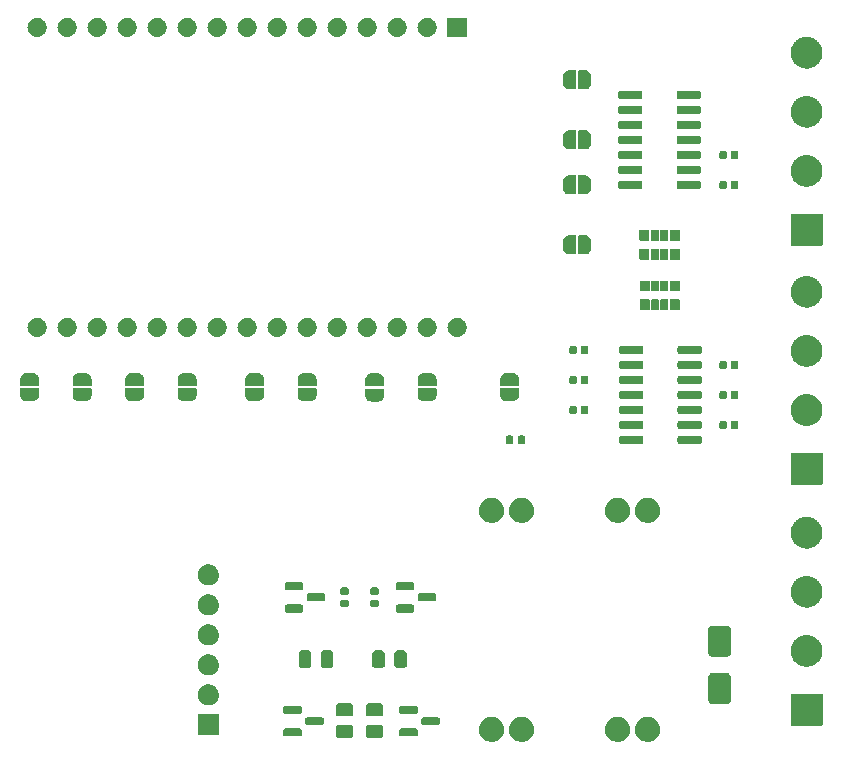
<source format=gts>
G04 #@! TF.GenerationSoftware,KiCad,Pcbnew,8.0.2*
G04 #@! TF.CreationDate,2024-07-01T07:58:36+02:00*
G04 #@! TF.ProjectId,energiRegistrationForHA,656e6572-6769-4526-9567-697374726174,0*
G04 #@! TF.SameCoordinates,Original*
G04 #@! TF.FileFunction,Soldermask,Top*
G04 #@! TF.FilePolarity,Negative*
%FSLAX46Y46*%
G04 Gerber Fmt 4.6, Leading zero omitted, Abs format (unit mm)*
G04 Created by KiCad (PCBNEW 8.0.2) date 2024-07-01 07:58:36*
%MOMM*%
%LPD*%
G01*
G04 APERTURE LIST*
G04 APERTURE END LIST*
G36*
X70914339Y-81869761D02*
G01*
X70964336Y-81869761D01*
X71020016Y-81880169D01*
X71073966Y-81885483D01*
X71114950Y-81897915D01*
X71157665Y-81905900D01*
X71216820Y-81928816D01*
X71273941Y-81946144D01*
X71306579Y-81963589D01*
X71341064Y-81976949D01*
X71400983Y-82014049D01*
X71458238Y-82044653D01*
X71482294Y-82064395D01*
X71508278Y-82080484D01*
X71565853Y-82132970D01*
X71619776Y-82177224D01*
X71635754Y-82196694D01*
X71653625Y-82212985D01*
X71705504Y-82281684D01*
X71752347Y-82338762D01*
X71761405Y-82355708D01*
X71772150Y-82369937D01*
X71814893Y-82455778D01*
X71850856Y-82523059D01*
X71854691Y-82535704D01*
X71859815Y-82545993D01*
X71890091Y-82652404D01*
X71911517Y-82723034D01*
X71912220Y-82730177D01*
X71913638Y-82735159D01*
X71928367Y-82894122D01*
X71932000Y-82931000D01*
X71928367Y-82967880D01*
X71913638Y-83126840D01*
X71912220Y-83131821D01*
X71911517Y-83138966D01*
X71890087Y-83209610D01*
X71859815Y-83316006D01*
X71854692Y-83326293D01*
X71850856Y-83338941D01*
X71814886Y-83406234D01*
X71772150Y-83492062D01*
X71761406Y-83506288D01*
X71752347Y-83523238D01*
X71705494Y-83580327D01*
X71653625Y-83649014D01*
X71635758Y-83665301D01*
X71619776Y-83684776D01*
X71565842Y-83729038D01*
X71508278Y-83781515D01*
X71482299Y-83797600D01*
X71458238Y-83817347D01*
X71400971Y-83847956D01*
X71341064Y-83885050D01*
X71306586Y-83898406D01*
X71273941Y-83915856D01*
X71216808Y-83933186D01*
X71157665Y-83956099D01*
X71114957Y-83964082D01*
X71073966Y-83976517D01*
X71020013Y-83981830D01*
X70964336Y-83992239D01*
X70914339Y-83992239D01*
X70866000Y-83997000D01*
X70817661Y-83992239D01*
X70767664Y-83992239D01*
X70711985Y-83981830D01*
X70658034Y-83976517D01*
X70617043Y-83964082D01*
X70574334Y-83956099D01*
X70515186Y-83933185D01*
X70458059Y-83915856D01*
X70425416Y-83898408D01*
X70390935Y-83885050D01*
X70331020Y-83847952D01*
X70273762Y-83817347D01*
X70249703Y-83797603D01*
X70223721Y-83781515D01*
X70166147Y-83729029D01*
X70112224Y-83684776D01*
X70096244Y-83665305D01*
X70078374Y-83649014D01*
X70026492Y-83580312D01*
X69979653Y-83523238D01*
X69970595Y-83506292D01*
X69959849Y-83492062D01*
X69917098Y-83406207D01*
X69881144Y-83338941D01*
X69877308Y-83326298D01*
X69872184Y-83316006D01*
X69841896Y-83209557D01*
X69820483Y-83138966D01*
X69819779Y-83131826D01*
X69818361Y-83126840D01*
X69803615Y-82967708D01*
X69800000Y-82931000D01*
X69803615Y-82894294D01*
X69818361Y-82735159D01*
X69819779Y-82730171D01*
X69820483Y-82723034D01*
X69841891Y-82652457D01*
X69872184Y-82545993D01*
X69877309Y-82535699D01*
X69881144Y-82523059D01*
X69917091Y-82455806D01*
X69959849Y-82369937D01*
X69970597Y-82355704D01*
X69979653Y-82338762D01*
X70026483Y-82281699D01*
X70078374Y-82212985D01*
X70096248Y-82196690D01*
X70112224Y-82177224D01*
X70166136Y-82132979D01*
X70223721Y-82080484D01*
X70249708Y-82064392D01*
X70273762Y-82044653D01*
X70331008Y-82014053D01*
X70390935Y-81976949D01*
X70425423Y-81963588D01*
X70458059Y-81946144D01*
X70515175Y-81928818D01*
X70574334Y-81905900D01*
X70617050Y-81897915D01*
X70658034Y-81885483D01*
X70711982Y-81880169D01*
X70767664Y-81869761D01*
X70817661Y-81869761D01*
X70866000Y-81865000D01*
X70914339Y-81869761D01*
G37*
G36*
X73454339Y-81869761D02*
G01*
X73504336Y-81869761D01*
X73560016Y-81880169D01*
X73613966Y-81885483D01*
X73654950Y-81897915D01*
X73697665Y-81905900D01*
X73756820Y-81928816D01*
X73813941Y-81946144D01*
X73846579Y-81963589D01*
X73881064Y-81976949D01*
X73940983Y-82014049D01*
X73998238Y-82044653D01*
X74022294Y-82064395D01*
X74048278Y-82080484D01*
X74105853Y-82132970D01*
X74159776Y-82177224D01*
X74175754Y-82196694D01*
X74193625Y-82212985D01*
X74245504Y-82281684D01*
X74292347Y-82338762D01*
X74301405Y-82355708D01*
X74312150Y-82369937D01*
X74354893Y-82455778D01*
X74390856Y-82523059D01*
X74394691Y-82535704D01*
X74399815Y-82545993D01*
X74430091Y-82652404D01*
X74451517Y-82723034D01*
X74452220Y-82730177D01*
X74453638Y-82735159D01*
X74468367Y-82894122D01*
X74472000Y-82931000D01*
X74468367Y-82967880D01*
X74453638Y-83126840D01*
X74452220Y-83131821D01*
X74451517Y-83138966D01*
X74430087Y-83209610D01*
X74399815Y-83316006D01*
X74394692Y-83326293D01*
X74390856Y-83338941D01*
X74354886Y-83406234D01*
X74312150Y-83492062D01*
X74301406Y-83506288D01*
X74292347Y-83523238D01*
X74245494Y-83580327D01*
X74193625Y-83649014D01*
X74175758Y-83665301D01*
X74159776Y-83684776D01*
X74105842Y-83729038D01*
X74048278Y-83781515D01*
X74022299Y-83797600D01*
X73998238Y-83817347D01*
X73940971Y-83847956D01*
X73881064Y-83885050D01*
X73846586Y-83898406D01*
X73813941Y-83915856D01*
X73756808Y-83933186D01*
X73697665Y-83956099D01*
X73654957Y-83964082D01*
X73613966Y-83976517D01*
X73560013Y-83981830D01*
X73504336Y-83992239D01*
X73454339Y-83992239D01*
X73406000Y-83997000D01*
X73357661Y-83992239D01*
X73307664Y-83992239D01*
X73251985Y-83981830D01*
X73198034Y-83976517D01*
X73157043Y-83964082D01*
X73114334Y-83956099D01*
X73055186Y-83933185D01*
X72998059Y-83915856D01*
X72965416Y-83898408D01*
X72930935Y-83885050D01*
X72871020Y-83847952D01*
X72813762Y-83817347D01*
X72789703Y-83797603D01*
X72763721Y-83781515D01*
X72706147Y-83729029D01*
X72652224Y-83684776D01*
X72636244Y-83665305D01*
X72618374Y-83649014D01*
X72566492Y-83580312D01*
X72519653Y-83523238D01*
X72510595Y-83506292D01*
X72499849Y-83492062D01*
X72457098Y-83406207D01*
X72421144Y-83338941D01*
X72417308Y-83326298D01*
X72412184Y-83316006D01*
X72381896Y-83209557D01*
X72360483Y-83138966D01*
X72359779Y-83131826D01*
X72358361Y-83126840D01*
X72343615Y-82967708D01*
X72340000Y-82931000D01*
X72343615Y-82894294D01*
X72358361Y-82735159D01*
X72359779Y-82730171D01*
X72360483Y-82723034D01*
X72381891Y-82652457D01*
X72412184Y-82545993D01*
X72417309Y-82535699D01*
X72421144Y-82523059D01*
X72457091Y-82455806D01*
X72499849Y-82369937D01*
X72510597Y-82355704D01*
X72519653Y-82338762D01*
X72566483Y-82281699D01*
X72618374Y-82212985D01*
X72636248Y-82196690D01*
X72652224Y-82177224D01*
X72706136Y-82132979D01*
X72763721Y-82080484D01*
X72789708Y-82064392D01*
X72813762Y-82044653D01*
X72871008Y-82014053D01*
X72930935Y-81976949D01*
X72965423Y-81963588D01*
X72998059Y-81946144D01*
X73055175Y-81928818D01*
X73114334Y-81905900D01*
X73157050Y-81897915D01*
X73198034Y-81885483D01*
X73251982Y-81880169D01*
X73307664Y-81869761D01*
X73357661Y-81869761D01*
X73406000Y-81865000D01*
X73454339Y-81869761D01*
G37*
G36*
X81582339Y-81869761D02*
G01*
X81632336Y-81869761D01*
X81688016Y-81880169D01*
X81741966Y-81885483D01*
X81782950Y-81897915D01*
X81825665Y-81905900D01*
X81884820Y-81928816D01*
X81941941Y-81946144D01*
X81974579Y-81963589D01*
X82009064Y-81976949D01*
X82068983Y-82014049D01*
X82126238Y-82044653D01*
X82150294Y-82064395D01*
X82176278Y-82080484D01*
X82233853Y-82132970D01*
X82287776Y-82177224D01*
X82303754Y-82196694D01*
X82321625Y-82212985D01*
X82373504Y-82281684D01*
X82420347Y-82338762D01*
X82429405Y-82355708D01*
X82440150Y-82369937D01*
X82482893Y-82455778D01*
X82518856Y-82523059D01*
X82522691Y-82535704D01*
X82527815Y-82545993D01*
X82558091Y-82652404D01*
X82579517Y-82723034D01*
X82580220Y-82730177D01*
X82581638Y-82735159D01*
X82596367Y-82894122D01*
X82600000Y-82931000D01*
X82596367Y-82967880D01*
X82581638Y-83126840D01*
X82580220Y-83131821D01*
X82579517Y-83138966D01*
X82558087Y-83209610D01*
X82527815Y-83316006D01*
X82522692Y-83326293D01*
X82518856Y-83338941D01*
X82482886Y-83406234D01*
X82440150Y-83492062D01*
X82429406Y-83506288D01*
X82420347Y-83523238D01*
X82373494Y-83580327D01*
X82321625Y-83649014D01*
X82303758Y-83665301D01*
X82287776Y-83684776D01*
X82233842Y-83729038D01*
X82176278Y-83781515D01*
X82150299Y-83797600D01*
X82126238Y-83817347D01*
X82068971Y-83847956D01*
X82009064Y-83885050D01*
X81974586Y-83898406D01*
X81941941Y-83915856D01*
X81884808Y-83933186D01*
X81825665Y-83956099D01*
X81782957Y-83964082D01*
X81741966Y-83976517D01*
X81688013Y-83981830D01*
X81632336Y-83992239D01*
X81582339Y-83992239D01*
X81534000Y-83997000D01*
X81485661Y-83992239D01*
X81435664Y-83992239D01*
X81379985Y-83981830D01*
X81326034Y-83976517D01*
X81285043Y-83964082D01*
X81242334Y-83956099D01*
X81183186Y-83933185D01*
X81126059Y-83915856D01*
X81093416Y-83898408D01*
X81058935Y-83885050D01*
X80999020Y-83847952D01*
X80941762Y-83817347D01*
X80917703Y-83797603D01*
X80891721Y-83781515D01*
X80834147Y-83729029D01*
X80780224Y-83684776D01*
X80764244Y-83665305D01*
X80746374Y-83649014D01*
X80694492Y-83580312D01*
X80647653Y-83523238D01*
X80638595Y-83506292D01*
X80627849Y-83492062D01*
X80585098Y-83406207D01*
X80549144Y-83338941D01*
X80545308Y-83326298D01*
X80540184Y-83316006D01*
X80509896Y-83209557D01*
X80488483Y-83138966D01*
X80487779Y-83131826D01*
X80486361Y-83126840D01*
X80471615Y-82967708D01*
X80468000Y-82931000D01*
X80471615Y-82894294D01*
X80486361Y-82735159D01*
X80487779Y-82730171D01*
X80488483Y-82723034D01*
X80509891Y-82652457D01*
X80540184Y-82545993D01*
X80545309Y-82535699D01*
X80549144Y-82523059D01*
X80585091Y-82455806D01*
X80627849Y-82369937D01*
X80638597Y-82355704D01*
X80647653Y-82338762D01*
X80694483Y-82281699D01*
X80746374Y-82212985D01*
X80764248Y-82196690D01*
X80780224Y-82177224D01*
X80834136Y-82132979D01*
X80891721Y-82080484D01*
X80917708Y-82064392D01*
X80941762Y-82044653D01*
X80999008Y-82014053D01*
X81058935Y-81976949D01*
X81093423Y-81963588D01*
X81126059Y-81946144D01*
X81183175Y-81928818D01*
X81242334Y-81905900D01*
X81285050Y-81897915D01*
X81326034Y-81885483D01*
X81379982Y-81880169D01*
X81435664Y-81869761D01*
X81485661Y-81869761D01*
X81534000Y-81865000D01*
X81582339Y-81869761D01*
G37*
G36*
X84122339Y-81869761D02*
G01*
X84172336Y-81869761D01*
X84228016Y-81880169D01*
X84281966Y-81885483D01*
X84322950Y-81897915D01*
X84365665Y-81905900D01*
X84424820Y-81928816D01*
X84481941Y-81946144D01*
X84514579Y-81963589D01*
X84549064Y-81976949D01*
X84608983Y-82014049D01*
X84666238Y-82044653D01*
X84690294Y-82064395D01*
X84716278Y-82080484D01*
X84773853Y-82132970D01*
X84827776Y-82177224D01*
X84843754Y-82196694D01*
X84861625Y-82212985D01*
X84913504Y-82281684D01*
X84960347Y-82338762D01*
X84969405Y-82355708D01*
X84980150Y-82369937D01*
X85022893Y-82455778D01*
X85058856Y-82523059D01*
X85062691Y-82535704D01*
X85067815Y-82545993D01*
X85098091Y-82652404D01*
X85119517Y-82723034D01*
X85120220Y-82730177D01*
X85121638Y-82735159D01*
X85136367Y-82894122D01*
X85140000Y-82931000D01*
X85136367Y-82967880D01*
X85121638Y-83126840D01*
X85120220Y-83131821D01*
X85119517Y-83138966D01*
X85098087Y-83209610D01*
X85067815Y-83316006D01*
X85062692Y-83326293D01*
X85058856Y-83338941D01*
X85022886Y-83406234D01*
X84980150Y-83492062D01*
X84969406Y-83506288D01*
X84960347Y-83523238D01*
X84913494Y-83580327D01*
X84861625Y-83649014D01*
X84843758Y-83665301D01*
X84827776Y-83684776D01*
X84773842Y-83729038D01*
X84716278Y-83781515D01*
X84690299Y-83797600D01*
X84666238Y-83817347D01*
X84608971Y-83847956D01*
X84549064Y-83885050D01*
X84514586Y-83898406D01*
X84481941Y-83915856D01*
X84424808Y-83933186D01*
X84365665Y-83956099D01*
X84322957Y-83964082D01*
X84281966Y-83976517D01*
X84228013Y-83981830D01*
X84172336Y-83992239D01*
X84122339Y-83992239D01*
X84074000Y-83997000D01*
X84025661Y-83992239D01*
X83975664Y-83992239D01*
X83919985Y-83981830D01*
X83866034Y-83976517D01*
X83825043Y-83964082D01*
X83782334Y-83956099D01*
X83723186Y-83933185D01*
X83666059Y-83915856D01*
X83633416Y-83898408D01*
X83598935Y-83885050D01*
X83539020Y-83847952D01*
X83481762Y-83817347D01*
X83457703Y-83797603D01*
X83431721Y-83781515D01*
X83374147Y-83729029D01*
X83320224Y-83684776D01*
X83304244Y-83665305D01*
X83286374Y-83649014D01*
X83234492Y-83580312D01*
X83187653Y-83523238D01*
X83178595Y-83506292D01*
X83167849Y-83492062D01*
X83125098Y-83406207D01*
X83089144Y-83338941D01*
X83085308Y-83326298D01*
X83080184Y-83316006D01*
X83049896Y-83209557D01*
X83028483Y-83138966D01*
X83027779Y-83131826D01*
X83026361Y-83126840D01*
X83011615Y-82967708D01*
X83008000Y-82931000D01*
X83011615Y-82894294D01*
X83026361Y-82735159D01*
X83027779Y-82730171D01*
X83028483Y-82723034D01*
X83049891Y-82652457D01*
X83080184Y-82545993D01*
X83085309Y-82535699D01*
X83089144Y-82523059D01*
X83125091Y-82455806D01*
X83167849Y-82369937D01*
X83178597Y-82355704D01*
X83187653Y-82338762D01*
X83234483Y-82281699D01*
X83286374Y-82212985D01*
X83304248Y-82196690D01*
X83320224Y-82177224D01*
X83374136Y-82132979D01*
X83431721Y-82080484D01*
X83457708Y-82064392D01*
X83481762Y-82044653D01*
X83539008Y-82014053D01*
X83598935Y-81976949D01*
X83633423Y-81963588D01*
X83666059Y-81946144D01*
X83723175Y-81928818D01*
X83782334Y-81905900D01*
X83825050Y-81897915D01*
X83866034Y-81885483D01*
X83919982Y-81880169D01*
X83975664Y-81869761D01*
X84025661Y-81869761D01*
X84074000Y-81865000D01*
X84122339Y-81869761D01*
G37*
G36*
X58938685Y-82550469D02*
G01*
X58947358Y-82554298D01*
X58954925Y-82555401D01*
X59002223Y-82578523D01*
X59039541Y-82595001D01*
X59042996Y-82598456D01*
X59043920Y-82598908D01*
X59113591Y-82668579D01*
X59114042Y-82669502D01*
X59117499Y-82672959D01*
X59133978Y-82710282D01*
X59157098Y-82757573D01*
X59158200Y-82765139D01*
X59162031Y-82773815D01*
X59170000Y-82842500D01*
X59170000Y-83367500D01*
X59162031Y-83436185D01*
X59158199Y-83444861D01*
X59157098Y-83452425D01*
X59133985Y-83499702D01*
X59117499Y-83537041D01*
X59114041Y-83540498D01*
X59113591Y-83541420D01*
X59043920Y-83611091D01*
X59042998Y-83611541D01*
X59039541Y-83614999D01*
X59002207Y-83631483D01*
X58954926Y-83654598D01*
X58947361Y-83655700D01*
X58938685Y-83659531D01*
X58870000Y-83667500D01*
X57970000Y-83667500D01*
X57901315Y-83659531D01*
X57892638Y-83655700D01*
X57885074Y-83654598D01*
X57837787Y-83631481D01*
X57800459Y-83614999D01*
X57797002Y-83611542D01*
X57796079Y-83611091D01*
X57726408Y-83541420D01*
X57725956Y-83540496D01*
X57722501Y-83537041D01*
X57706025Y-83499728D01*
X57682901Y-83452426D01*
X57681798Y-83444857D01*
X57677969Y-83436185D01*
X57670000Y-83367500D01*
X57670000Y-82842500D01*
X57677969Y-82773815D01*
X57681798Y-82765142D01*
X57682901Y-82757574D01*
X57706028Y-82710266D01*
X57722501Y-82672959D01*
X57725955Y-82669504D01*
X57726408Y-82668579D01*
X57796079Y-82598908D01*
X57797004Y-82598455D01*
X57800459Y-82595001D01*
X57837761Y-82578530D01*
X57885073Y-82555401D01*
X57892642Y-82554298D01*
X57901315Y-82550469D01*
X57970000Y-82542500D01*
X58870000Y-82542500D01*
X58938685Y-82550469D01*
G37*
G36*
X61478685Y-82550469D02*
G01*
X61487358Y-82554298D01*
X61494925Y-82555401D01*
X61542223Y-82578523D01*
X61579541Y-82595001D01*
X61582996Y-82598456D01*
X61583920Y-82598908D01*
X61653591Y-82668579D01*
X61654042Y-82669502D01*
X61657499Y-82672959D01*
X61673978Y-82710282D01*
X61697098Y-82757573D01*
X61698200Y-82765139D01*
X61702031Y-82773815D01*
X61710000Y-82842500D01*
X61710000Y-83367500D01*
X61702031Y-83436185D01*
X61698199Y-83444861D01*
X61697098Y-83452425D01*
X61673985Y-83499702D01*
X61657499Y-83537041D01*
X61654041Y-83540498D01*
X61653591Y-83541420D01*
X61583920Y-83611091D01*
X61582998Y-83611541D01*
X61579541Y-83614999D01*
X61542207Y-83631483D01*
X61494926Y-83654598D01*
X61487361Y-83655700D01*
X61478685Y-83659531D01*
X61410000Y-83667500D01*
X60510000Y-83667500D01*
X60441315Y-83659531D01*
X60432638Y-83655700D01*
X60425074Y-83654598D01*
X60377787Y-83631481D01*
X60340459Y-83614999D01*
X60337002Y-83611542D01*
X60336079Y-83611091D01*
X60266408Y-83541420D01*
X60265956Y-83540496D01*
X60262501Y-83537041D01*
X60246025Y-83499728D01*
X60222901Y-83452426D01*
X60221798Y-83444857D01*
X60217969Y-83436185D01*
X60210000Y-83367500D01*
X60210000Y-82842500D01*
X60217969Y-82773815D01*
X60221798Y-82765142D01*
X60222901Y-82757574D01*
X60246028Y-82710266D01*
X60262501Y-82672959D01*
X60265955Y-82669504D01*
X60266408Y-82668579D01*
X60336079Y-82598908D01*
X60337004Y-82598455D01*
X60340459Y-82595001D01*
X60377761Y-82578530D01*
X60425073Y-82555401D01*
X60432642Y-82554298D01*
X60441315Y-82550469D01*
X60510000Y-82542500D01*
X61410000Y-82542500D01*
X61478685Y-82550469D01*
G37*
G36*
X54669037Y-82845224D02*
G01*
X54733921Y-82888579D01*
X54777276Y-82953463D01*
X54792500Y-83030000D01*
X54792500Y-83330000D01*
X54777276Y-83406537D01*
X54733921Y-83471421D01*
X54669037Y-83514776D01*
X54592500Y-83530000D01*
X53417500Y-83530000D01*
X53340963Y-83514776D01*
X53276079Y-83471421D01*
X53232724Y-83406537D01*
X53217500Y-83330000D01*
X53217500Y-83030000D01*
X53232724Y-82953463D01*
X53276079Y-82888579D01*
X53340963Y-82845224D01*
X53417500Y-82830000D01*
X54592500Y-82830000D01*
X54669037Y-82845224D01*
G37*
G36*
X64496537Y-82845224D02*
G01*
X64561421Y-82888579D01*
X64604776Y-82953463D01*
X64620000Y-83030000D01*
X64620000Y-83330000D01*
X64604776Y-83406537D01*
X64561421Y-83471421D01*
X64496537Y-83514776D01*
X64420000Y-83530000D01*
X63245000Y-83530000D01*
X63168463Y-83514776D01*
X63103579Y-83471421D01*
X63060224Y-83406537D01*
X63045000Y-83330000D01*
X63045000Y-83030000D01*
X63060224Y-82953463D01*
X63103579Y-82888579D01*
X63168463Y-82845224D01*
X63245000Y-82830000D01*
X64420000Y-82830000D01*
X64496537Y-82845224D01*
G37*
G36*
X47744634Y-81653806D02*
G01*
X47760855Y-81664645D01*
X47771694Y-81680866D01*
X47775500Y-81700000D01*
X47775500Y-83400000D01*
X47771694Y-83419134D01*
X47760855Y-83435355D01*
X47744634Y-83446194D01*
X47725500Y-83450000D01*
X46025500Y-83450000D01*
X46006366Y-83446194D01*
X45990145Y-83435355D01*
X45979306Y-83419134D01*
X45975500Y-83400000D01*
X45975500Y-81700000D01*
X45979306Y-81680866D01*
X45990145Y-81664645D01*
X46006366Y-81653806D01*
X46025500Y-81650000D01*
X47725500Y-81650000D01*
X47744634Y-81653806D01*
G37*
G36*
X98855134Y-79933806D02*
G01*
X98871355Y-79944645D01*
X98882194Y-79960866D01*
X98886000Y-79980000D01*
X98886000Y-82580000D01*
X98882194Y-82599134D01*
X98871355Y-82615355D01*
X98855134Y-82626194D01*
X98836000Y-82630000D01*
X96236000Y-82630000D01*
X96216866Y-82626194D01*
X96200645Y-82615355D01*
X96189806Y-82599134D01*
X96186000Y-82580000D01*
X96186000Y-79980000D01*
X96189806Y-79960866D01*
X96200645Y-79944645D01*
X96216866Y-79933806D01*
X96236000Y-79930000D01*
X98836000Y-79930000D01*
X98855134Y-79933806D01*
G37*
G36*
X56544037Y-81895224D02*
G01*
X56608921Y-81938579D01*
X56652276Y-82003463D01*
X56667500Y-82080000D01*
X56667500Y-82380000D01*
X56652276Y-82456537D01*
X56608921Y-82521421D01*
X56544037Y-82564776D01*
X56467500Y-82580000D01*
X55292500Y-82580000D01*
X55215963Y-82564776D01*
X55151079Y-82521421D01*
X55107724Y-82456537D01*
X55092500Y-82380000D01*
X55092500Y-82080000D01*
X55107724Y-82003463D01*
X55151079Y-81938579D01*
X55215963Y-81895224D01*
X55292500Y-81880000D01*
X56467500Y-81880000D01*
X56544037Y-81895224D01*
G37*
G36*
X66371537Y-81895224D02*
G01*
X66436421Y-81938579D01*
X66479776Y-82003463D01*
X66495000Y-82080000D01*
X66495000Y-82380000D01*
X66479776Y-82456537D01*
X66436421Y-82521421D01*
X66371537Y-82564776D01*
X66295000Y-82580000D01*
X65120000Y-82580000D01*
X65043463Y-82564776D01*
X64978579Y-82521421D01*
X64935224Y-82456537D01*
X64920000Y-82380000D01*
X64920000Y-82080000D01*
X64935224Y-82003463D01*
X64978579Y-81938579D01*
X65043463Y-81895224D01*
X65120000Y-81880000D01*
X66295000Y-81880000D01*
X66371537Y-81895224D01*
G37*
G36*
X58938685Y-80725469D02*
G01*
X58947358Y-80729298D01*
X58954925Y-80730401D01*
X59002223Y-80753523D01*
X59039541Y-80770001D01*
X59042996Y-80773456D01*
X59043920Y-80773908D01*
X59113591Y-80843579D01*
X59114042Y-80844502D01*
X59117499Y-80847959D01*
X59133978Y-80885282D01*
X59157098Y-80932573D01*
X59158200Y-80940139D01*
X59162031Y-80948815D01*
X59170000Y-81017500D01*
X59170000Y-81542500D01*
X59162031Y-81611185D01*
X59158199Y-81619861D01*
X59157098Y-81627425D01*
X59133985Y-81674702D01*
X59117499Y-81712041D01*
X59114041Y-81715498D01*
X59113591Y-81716420D01*
X59043920Y-81786091D01*
X59042998Y-81786541D01*
X59039541Y-81789999D01*
X59002207Y-81806483D01*
X58954926Y-81829598D01*
X58947361Y-81830700D01*
X58938685Y-81834531D01*
X58870000Y-81842500D01*
X57970000Y-81842500D01*
X57901315Y-81834531D01*
X57892638Y-81830700D01*
X57885074Y-81829598D01*
X57837787Y-81806481D01*
X57800459Y-81789999D01*
X57797002Y-81786542D01*
X57796079Y-81786091D01*
X57726408Y-81716420D01*
X57725956Y-81715496D01*
X57722501Y-81712041D01*
X57706025Y-81674728D01*
X57682901Y-81627426D01*
X57681798Y-81619857D01*
X57677969Y-81611185D01*
X57670000Y-81542500D01*
X57670000Y-81017500D01*
X57677969Y-80948815D01*
X57681798Y-80940142D01*
X57682901Y-80932574D01*
X57706028Y-80885266D01*
X57722501Y-80847959D01*
X57725955Y-80844504D01*
X57726408Y-80843579D01*
X57796079Y-80773908D01*
X57797004Y-80773455D01*
X57800459Y-80770001D01*
X57837761Y-80753530D01*
X57885073Y-80730401D01*
X57892642Y-80729298D01*
X57901315Y-80725469D01*
X57970000Y-80717500D01*
X58870000Y-80717500D01*
X58938685Y-80725469D01*
G37*
G36*
X61478685Y-80725469D02*
G01*
X61487358Y-80729298D01*
X61494925Y-80730401D01*
X61542223Y-80753523D01*
X61579541Y-80770001D01*
X61582996Y-80773456D01*
X61583920Y-80773908D01*
X61653591Y-80843579D01*
X61654042Y-80844502D01*
X61657499Y-80847959D01*
X61673978Y-80885282D01*
X61697098Y-80932573D01*
X61698200Y-80940139D01*
X61702031Y-80948815D01*
X61710000Y-81017500D01*
X61710000Y-81542500D01*
X61702031Y-81611185D01*
X61698199Y-81619861D01*
X61697098Y-81627425D01*
X61673985Y-81674702D01*
X61657499Y-81712041D01*
X61654041Y-81715498D01*
X61653591Y-81716420D01*
X61583920Y-81786091D01*
X61582998Y-81786541D01*
X61579541Y-81789999D01*
X61542207Y-81806483D01*
X61494926Y-81829598D01*
X61487361Y-81830700D01*
X61478685Y-81834531D01*
X61410000Y-81842500D01*
X60510000Y-81842500D01*
X60441315Y-81834531D01*
X60432638Y-81830700D01*
X60425074Y-81829598D01*
X60377787Y-81806481D01*
X60340459Y-81789999D01*
X60337002Y-81786542D01*
X60336079Y-81786091D01*
X60266408Y-81716420D01*
X60265956Y-81715496D01*
X60262501Y-81712041D01*
X60246025Y-81674728D01*
X60222901Y-81627426D01*
X60221798Y-81619857D01*
X60217969Y-81611185D01*
X60210000Y-81542500D01*
X60210000Y-81017500D01*
X60217969Y-80948815D01*
X60221798Y-80940142D01*
X60222901Y-80932574D01*
X60246028Y-80885266D01*
X60262501Y-80847959D01*
X60265955Y-80844504D01*
X60266408Y-80843579D01*
X60336079Y-80773908D01*
X60337004Y-80773455D01*
X60340459Y-80770001D01*
X60377761Y-80753530D01*
X60425073Y-80730401D01*
X60432642Y-80729298D01*
X60441315Y-80725469D01*
X60510000Y-80717500D01*
X61410000Y-80717500D01*
X61478685Y-80725469D01*
G37*
G36*
X54669037Y-80945224D02*
G01*
X54733921Y-80988579D01*
X54777276Y-81053463D01*
X54792500Y-81130000D01*
X54792500Y-81430000D01*
X54777276Y-81506537D01*
X54733921Y-81571421D01*
X54669037Y-81614776D01*
X54592500Y-81630000D01*
X53417500Y-81630000D01*
X53340963Y-81614776D01*
X53276079Y-81571421D01*
X53232724Y-81506537D01*
X53217500Y-81430000D01*
X53217500Y-81130000D01*
X53232724Y-81053463D01*
X53276079Y-80988579D01*
X53340963Y-80945224D01*
X53417500Y-80930000D01*
X54592500Y-80930000D01*
X54669037Y-80945224D01*
G37*
G36*
X64496537Y-80945224D02*
G01*
X64561421Y-80988579D01*
X64604776Y-81053463D01*
X64620000Y-81130000D01*
X64620000Y-81430000D01*
X64604776Y-81506537D01*
X64561421Y-81571421D01*
X64496537Y-81614776D01*
X64420000Y-81630000D01*
X63245000Y-81630000D01*
X63168463Y-81614776D01*
X63103579Y-81571421D01*
X63060224Y-81506537D01*
X63045000Y-81430000D01*
X63045000Y-81130000D01*
X63060224Y-81053463D01*
X63103579Y-80988579D01*
X63168463Y-80945224D01*
X63245000Y-80930000D01*
X64420000Y-80930000D01*
X64496537Y-80945224D01*
G37*
G36*
X46923107Y-79114930D02*
G01*
X46969576Y-79114930D01*
X47009702Y-79123459D01*
X47051033Y-79127530D01*
X47102960Y-79143282D01*
X47153615Y-79154049D01*
X47186027Y-79168479D01*
X47219821Y-79178731D01*
X47273523Y-79207435D01*
X47325500Y-79230577D01*
X47349665Y-79248134D01*
X47375378Y-79261878D01*
X47427833Y-79304927D01*
X47477718Y-79341170D01*
X47493912Y-79359155D01*
X47511725Y-79373774D01*
X47559589Y-79432097D01*
X47603615Y-79480993D01*
X47612865Y-79497015D01*
X47623621Y-79510121D01*
X47663408Y-79584557D01*
X47697691Y-79643937D01*
X47701634Y-79656074D01*
X47706768Y-79665678D01*
X47735068Y-79758971D01*
X47755833Y-79822879D01*
X47756564Y-79829834D01*
X47757969Y-79834466D01*
X47771651Y-79973385D01*
X47775500Y-80010000D01*
X47771651Y-80046617D01*
X47757969Y-80185533D01*
X47756564Y-80190164D01*
X47755833Y-80197121D01*
X47735063Y-80261042D01*
X47706768Y-80354321D01*
X47701635Y-80363923D01*
X47697691Y-80376063D01*
X47663401Y-80435454D01*
X47623621Y-80509878D01*
X47612867Y-80522981D01*
X47603615Y-80539007D01*
X47559580Y-80587912D01*
X47511725Y-80646225D01*
X47493915Y-80660840D01*
X47477718Y-80678830D01*
X47427823Y-80715080D01*
X47375378Y-80758121D01*
X47349671Y-80771861D01*
X47325500Y-80789423D01*
X47273512Y-80812569D01*
X47219821Y-80841268D01*
X47186034Y-80851517D01*
X47153615Y-80865951D01*
X47102949Y-80876720D01*
X47051033Y-80892469D01*
X47009710Y-80896538D01*
X46969576Y-80905070D01*
X46923097Y-80905070D01*
X46875500Y-80909758D01*
X46827903Y-80905070D01*
X46781424Y-80905070D01*
X46741289Y-80896539D01*
X46699966Y-80892469D01*
X46648046Y-80876719D01*
X46597385Y-80865951D01*
X46564967Y-80851517D01*
X46531178Y-80841268D01*
X46477481Y-80812566D01*
X46425500Y-80789423D01*
X46401331Y-80771863D01*
X46375621Y-80758121D01*
X46323167Y-80715074D01*
X46273282Y-80678830D01*
X46257087Y-80660843D01*
X46239274Y-80646225D01*
X46191408Y-80587899D01*
X46147385Y-80539007D01*
X46138134Y-80522985D01*
X46127378Y-80509878D01*
X46087585Y-80435431D01*
X46053309Y-80376063D01*
X46049366Y-80363928D01*
X46044231Y-80354321D01*
X46015921Y-80260996D01*
X45995167Y-80197121D01*
X45994436Y-80190169D01*
X45993030Y-80185533D01*
X45979332Y-80046466D01*
X45975500Y-80010000D01*
X45979332Y-79973536D01*
X45993030Y-79834466D01*
X45994436Y-79829829D01*
X45995167Y-79822879D01*
X46015916Y-79759017D01*
X46044231Y-79665678D01*
X46049366Y-79656069D01*
X46053309Y-79643937D01*
X46087578Y-79584581D01*
X46127378Y-79510121D01*
X46138136Y-79497011D01*
X46147385Y-79480993D01*
X46191398Y-79432110D01*
X46239274Y-79373774D01*
X46257090Y-79359152D01*
X46273282Y-79341170D01*
X46323157Y-79304933D01*
X46375621Y-79261878D01*
X46401336Y-79248132D01*
X46425500Y-79230577D01*
X46477470Y-79207438D01*
X46531178Y-79178731D01*
X46564974Y-79168478D01*
X46597385Y-79154049D01*
X46648035Y-79143282D01*
X46699966Y-79127530D01*
X46741298Y-79123459D01*
X46781424Y-79114930D01*
X46827893Y-79114930D01*
X46875500Y-79110241D01*
X46923107Y-79114930D01*
G37*
G36*
X90888685Y-78177969D02*
G01*
X90897358Y-78181798D01*
X90904925Y-78182901D01*
X90952223Y-78206023D01*
X90989541Y-78222501D01*
X90992996Y-78225956D01*
X90993920Y-78226408D01*
X91063591Y-78296079D01*
X91064042Y-78297002D01*
X91067499Y-78300459D01*
X91083978Y-78337782D01*
X91107098Y-78385073D01*
X91108200Y-78392639D01*
X91112031Y-78401315D01*
X91120000Y-78470000D01*
X91120000Y-80470000D01*
X91112031Y-80538685D01*
X91108199Y-80547361D01*
X91107098Y-80554925D01*
X91083985Y-80602202D01*
X91067499Y-80639541D01*
X91064041Y-80642998D01*
X91063591Y-80643920D01*
X90993920Y-80713591D01*
X90992998Y-80714041D01*
X90989541Y-80717499D01*
X90952207Y-80733983D01*
X90904926Y-80757098D01*
X90897361Y-80758200D01*
X90888685Y-80762031D01*
X90820000Y-80770000D01*
X89520000Y-80770000D01*
X89451315Y-80762031D01*
X89442638Y-80758200D01*
X89435074Y-80757098D01*
X89387787Y-80733981D01*
X89350459Y-80717499D01*
X89347002Y-80714042D01*
X89346079Y-80713591D01*
X89276408Y-80643920D01*
X89275956Y-80642996D01*
X89272501Y-80639541D01*
X89256025Y-80602228D01*
X89232901Y-80554926D01*
X89231798Y-80547357D01*
X89227969Y-80538685D01*
X89220000Y-80470000D01*
X89220000Y-78470000D01*
X89227969Y-78401315D01*
X89231798Y-78392642D01*
X89232901Y-78385074D01*
X89256028Y-78337766D01*
X89272501Y-78300459D01*
X89275955Y-78297004D01*
X89276408Y-78296079D01*
X89346079Y-78226408D01*
X89347004Y-78225955D01*
X89350459Y-78222501D01*
X89387761Y-78206030D01*
X89435073Y-78182901D01*
X89442642Y-78181798D01*
X89451315Y-78177969D01*
X89520000Y-78170000D01*
X90820000Y-78170000D01*
X90888685Y-78177969D01*
G37*
G36*
X46923107Y-76574930D02*
G01*
X46969576Y-76574930D01*
X47009702Y-76583459D01*
X47051033Y-76587530D01*
X47102960Y-76603282D01*
X47153615Y-76614049D01*
X47186027Y-76628479D01*
X47219821Y-76638731D01*
X47273523Y-76667435D01*
X47325500Y-76690577D01*
X47349665Y-76708134D01*
X47375378Y-76721878D01*
X47427833Y-76764927D01*
X47477718Y-76801170D01*
X47493912Y-76819155D01*
X47511725Y-76833774D01*
X47559589Y-76892097D01*
X47603615Y-76940993D01*
X47612865Y-76957015D01*
X47623621Y-76970121D01*
X47663408Y-77044557D01*
X47697691Y-77103937D01*
X47701634Y-77116074D01*
X47706768Y-77125678D01*
X47735068Y-77218971D01*
X47755833Y-77282879D01*
X47756564Y-77289834D01*
X47757969Y-77294466D01*
X47771651Y-77433385D01*
X47775500Y-77470000D01*
X47771651Y-77506617D01*
X47757969Y-77645533D01*
X47756564Y-77650164D01*
X47755833Y-77657121D01*
X47735063Y-77721042D01*
X47706768Y-77814321D01*
X47701635Y-77823923D01*
X47697691Y-77836063D01*
X47663401Y-77895454D01*
X47623621Y-77969878D01*
X47612867Y-77982981D01*
X47603615Y-77999007D01*
X47559580Y-78047912D01*
X47511725Y-78106225D01*
X47493915Y-78120840D01*
X47477718Y-78138830D01*
X47427823Y-78175080D01*
X47375378Y-78218121D01*
X47349671Y-78231861D01*
X47325500Y-78249423D01*
X47273512Y-78272569D01*
X47219821Y-78301268D01*
X47186034Y-78311517D01*
X47153615Y-78325951D01*
X47102949Y-78336720D01*
X47051033Y-78352469D01*
X47009710Y-78356538D01*
X46969576Y-78365070D01*
X46923097Y-78365070D01*
X46875500Y-78369758D01*
X46827903Y-78365070D01*
X46781424Y-78365070D01*
X46741289Y-78356539D01*
X46699966Y-78352469D01*
X46648046Y-78336719D01*
X46597385Y-78325951D01*
X46564967Y-78311517D01*
X46531178Y-78301268D01*
X46477481Y-78272566D01*
X46425500Y-78249423D01*
X46401331Y-78231863D01*
X46375621Y-78218121D01*
X46323167Y-78175074D01*
X46273282Y-78138830D01*
X46257087Y-78120843D01*
X46239274Y-78106225D01*
X46191408Y-78047899D01*
X46147385Y-77999007D01*
X46138134Y-77982985D01*
X46127378Y-77969878D01*
X46087585Y-77895431D01*
X46053309Y-77836063D01*
X46049366Y-77823928D01*
X46044231Y-77814321D01*
X46015921Y-77720996D01*
X45995167Y-77657121D01*
X45994436Y-77650169D01*
X45993030Y-77645533D01*
X45979332Y-77506466D01*
X45975500Y-77470000D01*
X45979332Y-77433536D01*
X45993030Y-77294466D01*
X45994436Y-77289829D01*
X45995167Y-77282879D01*
X46015916Y-77219017D01*
X46044231Y-77125678D01*
X46049366Y-77116069D01*
X46053309Y-77103937D01*
X46087578Y-77044581D01*
X46127378Y-76970121D01*
X46138136Y-76957011D01*
X46147385Y-76940993D01*
X46191398Y-76892110D01*
X46239274Y-76833774D01*
X46257090Y-76819152D01*
X46273282Y-76801170D01*
X46323157Y-76764933D01*
X46375621Y-76721878D01*
X46401336Y-76708132D01*
X46425500Y-76690577D01*
X46477470Y-76667438D01*
X46531178Y-76638731D01*
X46564974Y-76628478D01*
X46597385Y-76614049D01*
X46648035Y-76603282D01*
X46699966Y-76587530D01*
X46741298Y-76583459D01*
X46781424Y-76574930D01*
X46827893Y-76574930D01*
X46875500Y-76570241D01*
X46923107Y-76574930D01*
G37*
G36*
X55373504Y-76257803D02*
G01*
X55378285Y-76259914D01*
X55381064Y-76260280D01*
X55415822Y-76276488D01*
X55472259Y-76301407D01*
X55548593Y-76377741D01*
X55573521Y-76434198D01*
X55589719Y-76468935D01*
X55590084Y-76471711D01*
X55592197Y-76476496D01*
X55600000Y-76543750D01*
X55600000Y-77456250D01*
X55592197Y-77523504D01*
X55590084Y-77528288D01*
X55589719Y-77531064D01*
X55573529Y-77565782D01*
X55548593Y-77622259D01*
X55472259Y-77698593D01*
X55415782Y-77723529D01*
X55381064Y-77739719D01*
X55378288Y-77740084D01*
X55373504Y-77742197D01*
X55306250Y-77750000D01*
X54818750Y-77750000D01*
X54751496Y-77742197D01*
X54746711Y-77740084D01*
X54743935Y-77739719D01*
X54709198Y-77723521D01*
X54652741Y-77698593D01*
X54576407Y-77622259D01*
X54551488Y-77565822D01*
X54535280Y-77531064D01*
X54534914Y-77528285D01*
X54532803Y-77523504D01*
X54525000Y-77456250D01*
X54525000Y-76543750D01*
X54532803Y-76476496D01*
X54534914Y-76471714D01*
X54535280Y-76468935D01*
X54551496Y-76434158D01*
X54576407Y-76377741D01*
X54652741Y-76301407D01*
X54709158Y-76276496D01*
X54743935Y-76260280D01*
X54746714Y-76259914D01*
X54751496Y-76257803D01*
X54818750Y-76250000D01*
X55306250Y-76250000D01*
X55373504Y-76257803D01*
G37*
G36*
X57248504Y-76257803D02*
G01*
X57253285Y-76259914D01*
X57256064Y-76260280D01*
X57290822Y-76276488D01*
X57347259Y-76301407D01*
X57423593Y-76377741D01*
X57448521Y-76434198D01*
X57464719Y-76468935D01*
X57465084Y-76471711D01*
X57467197Y-76476496D01*
X57475000Y-76543750D01*
X57475000Y-77456250D01*
X57467197Y-77523504D01*
X57465084Y-77528288D01*
X57464719Y-77531064D01*
X57448529Y-77565782D01*
X57423593Y-77622259D01*
X57347259Y-77698593D01*
X57290782Y-77723529D01*
X57256064Y-77739719D01*
X57253288Y-77740084D01*
X57248504Y-77742197D01*
X57181250Y-77750000D01*
X56693750Y-77750000D01*
X56626496Y-77742197D01*
X56621711Y-77740084D01*
X56618935Y-77739719D01*
X56584198Y-77723521D01*
X56527741Y-77698593D01*
X56451407Y-77622259D01*
X56426488Y-77565822D01*
X56410280Y-77531064D01*
X56409914Y-77528285D01*
X56407803Y-77523504D01*
X56400000Y-77456250D01*
X56400000Y-76543750D01*
X56407803Y-76476496D01*
X56409914Y-76471714D01*
X56410280Y-76468935D01*
X56426496Y-76434158D01*
X56451407Y-76377741D01*
X56527741Y-76301407D01*
X56584158Y-76276496D01*
X56618935Y-76260280D01*
X56621714Y-76259914D01*
X56626496Y-76257803D01*
X56693750Y-76250000D01*
X57181250Y-76250000D01*
X57248504Y-76257803D01*
G37*
G36*
X61603504Y-76257803D02*
G01*
X61608285Y-76259914D01*
X61611064Y-76260280D01*
X61645822Y-76276488D01*
X61702259Y-76301407D01*
X61778593Y-76377741D01*
X61803521Y-76434198D01*
X61819719Y-76468935D01*
X61820084Y-76471711D01*
X61822197Y-76476496D01*
X61830000Y-76543750D01*
X61830000Y-77456250D01*
X61822197Y-77523504D01*
X61820084Y-77528288D01*
X61819719Y-77531064D01*
X61803529Y-77565782D01*
X61778593Y-77622259D01*
X61702259Y-77698593D01*
X61645782Y-77723529D01*
X61611064Y-77739719D01*
X61608288Y-77740084D01*
X61603504Y-77742197D01*
X61536250Y-77750000D01*
X61048750Y-77750000D01*
X60981496Y-77742197D01*
X60976711Y-77740084D01*
X60973935Y-77739719D01*
X60939198Y-77723521D01*
X60882741Y-77698593D01*
X60806407Y-77622259D01*
X60781488Y-77565822D01*
X60765280Y-77531064D01*
X60764914Y-77528285D01*
X60762803Y-77523504D01*
X60755000Y-77456250D01*
X60755000Y-76543750D01*
X60762803Y-76476496D01*
X60764914Y-76471714D01*
X60765280Y-76468935D01*
X60781496Y-76434158D01*
X60806407Y-76377741D01*
X60882741Y-76301407D01*
X60939158Y-76276496D01*
X60973935Y-76260280D01*
X60976714Y-76259914D01*
X60981496Y-76257803D01*
X61048750Y-76250000D01*
X61536250Y-76250000D01*
X61603504Y-76257803D01*
G37*
G36*
X63478504Y-76257803D02*
G01*
X63483285Y-76259914D01*
X63486064Y-76260280D01*
X63520822Y-76276488D01*
X63577259Y-76301407D01*
X63653593Y-76377741D01*
X63678521Y-76434198D01*
X63694719Y-76468935D01*
X63695084Y-76471711D01*
X63697197Y-76476496D01*
X63705000Y-76543750D01*
X63705000Y-77456250D01*
X63697197Y-77523504D01*
X63695084Y-77528288D01*
X63694719Y-77531064D01*
X63678529Y-77565782D01*
X63653593Y-77622259D01*
X63577259Y-77698593D01*
X63520782Y-77723529D01*
X63486064Y-77739719D01*
X63483288Y-77740084D01*
X63478504Y-77742197D01*
X63411250Y-77750000D01*
X62923750Y-77750000D01*
X62856496Y-77742197D01*
X62851711Y-77740084D01*
X62848935Y-77739719D01*
X62814198Y-77723521D01*
X62757741Y-77698593D01*
X62681407Y-77622259D01*
X62656488Y-77565822D01*
X62640280Y-77531064D01*
X62639914Y-77528285D01*
X62637803Y-77523504D01*
X62630000Y-77456250D01*
X62630000Y-76543750D01*
X62637803Y-76476496D01*
X62639914Y-76471714D01*
X62640280Y-76468935D01*
X62656496Y-76434158D01*
X62681407Y-76377741D01*
X62757741Y-76301407D01*
X62814158Y-76276496D01*
X62848935Y-76260280D01*
X62851714Y-76259914D01*
X62856496Y-76257803D01*
X62923750Y-76250000D01*
X63411250Y-76250000D01*
X63478504Y-76257803D01*
G37*
G36*
X97590657Y-74934782D02*
G01*
X97647468Y-74934782D01*
X97710085Y-74945230D01*
X97770425Y-74950510D01*
X97817808Y-74963206D01*
X97867361Y-74971475D01*
X97933834Y-74994295D01*
X97997727Y-75011415D01*
X98036864Y-75029665D01*
X98078219Y-75043862D01*
X98146166Y-75080633D01*
X98211000Y-75110866D01*
X98241522Y-75132238D01*
X98274288Y-75149970D01*
X98340990Y-75201885D01*
X98403763Y-75245840D01*
X98425884Y-75267961D01*
X98450213Y-75286897D01*
X98512705Y-75354782D01*
X98570160Y-75412237D01*
X98584663Y-75432950D01*
X98601202Y-75450916D01*
X98656380Y-75535372D01*
X98705134Y-75605000D01*
X98713271Y-75622450D01*
X98723139Y-75637554D01*
X98767922Y-75739650D01*
X98804585Y-75818273D01*
X98807999Y-75831016D01*
X98812691Y-75841712D01*
X98844117Y-75965810D01*
X98865490Y-76045575D01*
X98866109Y-76052654D01*
X98867419Y-76057826D01*
X98882751Y-76242868D01*
X98886000Y-76280000D01*
X98882751Y-76317134D01*
X98867419Y-76502173D01*
X98866109Y-76507343D01*
X98865490Y-76514425D01*
X98844112Y-76594207D01*
X98812691Y-76718287D01*
X98808000Y-76728980D01*
X98804585Y-76741727D01*
X98767915Y-76820364D01*
X98723139Y-76922445D01*
X98713272Y-76937546D01*
X98705134Y-76955000D01*
X98656370Y-77024641D01*
X98601202Y-77109083D01*
X98584666Y-77127045D01*
X98570160Y-77147763D01*
X98512694Y-77205228D01*
X98450213Y-77273102D01*
X98425888Y-77292034D01*
X98403763Y-77314160D01*
X98340977Y-77358122D01*
X98274288Y-77410029D01*
X98241528Y-77427757D01*
X98211000Y-77449134D01*
X98146152Y-77479372D01*
X98078219Y-77516137D01*
X98036872Y-77530331D01*
X97997727Y-77548585D01*
X97933821Y-77565708D01*
X97867361Y-77588524D01*
X97817816Y-77596791D01*
X97770425Y-77609490D01*
X97710082Y-77614769D01*
X97647468Y-77625218D01*
X97590657Y-77625218D01*
X97536000Y-77630000D01*
X97481343Y-77625218D01*
X97424532Y-77625218D01*
X97361917Y-77614769D01*
X97301575Y-77609490D01*
X97254185Y-77596791D01*
X97204638Y-77588524D01*
X97138174Y-77565707D01*
X97074273Y-77548585D01*
X97035130Y-77530332D01*
X96993780Y-77516137D01*
X96925839Y-77479369D01*
X96861000Y-77449134D01*
X96830474Y-77427759D01*
X96797711Y-77410029D01*
X96731012Y-77358116D01*
X96668237Y-77314160D01*
X96646114Y-77292037D01*
X96621786Y-77273102D01*
X96559293Y-77205216D01*
X96501840Y-77147763D01*
X96487336Y-77127049D01*
X96470797Y-77109083D01*
X96415614Y-77024620D01*
X96366866Y-76955000D01*
X96358729Y-76937551D01*
X96348860Y-76922445D01*
X96304067Y-76820328D01*
X96267415Y-76741727D01*
X96264001Y-76728986D01*
X96259308Y-76718287D01*
X96227869Y-76594139D01*
X96206510Y-76514425D01*
X96205891Y-76507349D01*
X96204580Y-76502173D01*
X96189230Y-76316918D01*
X96186000Y-76280000D01*
X96189229Y-76243084D01*
X96204580Y-76057826D01*
X96205891Y-76052648D01*
X96206510Y-76045575D01*
X96227864Y-75965878D01*
X96259308Y-75841712D01*
X96264001Y-75831011D01*
X96267415Y-75818273D01*
X96304060Y-75739687D01*
X96348860Y-75637554D01*
X96358731Y-75622444D01*
X96366866Y-75605000D01*
X96415604Y-75535393D01*
X96470797Y-75450916D01*
X96487339Y-75432946D01*
X96501840Y-75412237D01*
X96559281Y-75354795D01*
X96621786Y-75286897D01*
X96646119Y-75267957D01*
X96668237Y-75245840D01*
X96730999Y-75201892D01*
X96797711Y-75149970D01*
X96830480Y-75132235D01*
X96861000Y-75110866D01*
X96925826Y-75080636D01*
X96993780Y-75043862D01*
X97035138Y-75029663D01*
X97074273Y-75011415D01*
X97138161Y-74994296D01*
X97204638Y-74971475D01*
X97254192Y-74963205D01*
X97301575Y-74950510D01*
X97361913Y-74945230D01*
X97424532Y-74934782D01*
X97481343Y-74934782D01*
X97536000Y-74930000D01*
X97590657Y-74934782D01*
G37*
G36*
X90888685Y-74177969D02*
G01*
X90897358Y-74181798D01*
X90904925Y-74182901D01*
X90952223Y-74206023D01*
X90989541Y-74222501D01*
X90992996Y-74225956D01*
X90993920Y-74226408D01*
X91063591Y-74296079D01*
X91064042Y-74297002D01*
X91067499Y-74300459D01*
X91083978Y-74337782D01*
X91107098Y-74385073D01*
X91108200Y-74392639D01*
X91112031Y-74401315D01*
X91120000Y-74470000D01*
X91120000Y-76470000D01*
X91112031Y-76538685D01*
X91108199Y-76547361D01*
X91107098Y-76554925D01*
X91083985Y-76602202D01*
X91067499Y-76639541D01*
X91064041Y-76642998D01*
X91063591Y-76643920D01*
X90993920Y-76713591D01*
X90992998Y-76714041D01*
X90989541Y-76717499D01*
X90952207Y-76733983D01*
X90904926Y-76757098D01*
X90897361Y-76758200D01*
X90888685Y-76762031D01*
X90820000Y-76770000D01*
X89520000Y-76770000D01*
X89451315Y-76762031D01*
X89442638Y-76758200D01*
X89435074Y-76757098D01*
X89387787Y-76733981D01*
X89350459Y-76717499D01*
X89347002Y-76714042D01*
X89346079Y-76713591D01*
X89276408Y-76643920D01*
X89275956Y-76642996D01*
X89272501Y-76639541D01*
X89256025Y-76602228D01*
X89232901Y-76554926D01*
X89231798Y-76547357D01*
X89227969Y-76538685D01*
X89220000Y-76470000D01*
X89220000Y-74470000D01*
X89227969Y-74401315D01*
X89231798Y-74392642D01*
X89232901Y-74385074D01*
X89256028Y-74337766D01*
X89272501Y-74300459D01*
X89275955Y-74297004D01*
X89276408Y-74296079D01*
X89346079Y-74226408D01*
X89347004Y-74225955D01*
X89350459Y-74222501D01*
X89387761Y-74206030D01*
X89435073Y-74182901D01*
X89442642Y-74181798D01*
X89451315Y-74177969D01*
X89520000Y-74170000D01*
X90820000Y-74170000D01*
X90888685Y-74177969D01*
G37*
G36*
X46923107Y-74034930D02*
G01*
X46969576Y-74034930D01*
X47009702Y-74043459D01*
X47051033Y-74047530D01*
X47102960Y-74063282D01*
X47153615Y-74074049D01*
X47186027Y-74088479D01*
X47219821Y-74098731D01*
X47273523Y-74127435D01*
X47325500Y-74150577D01*
X47349665Y-74168134D01*
X47375378Y-74181878D01*
X47427833Y-74224927D01*
X47477718Y-74261170D01*
X47493912Y-74279155D01*
X47511725Y-74293774D01*
X47559589Y-74352097D01*
X47603615Y-74400993D01*
X47612865Y-74417015D01*
X47623621Y-74430121D01*
X47663408Y-74504557D01*
X47697691Y-74563937D01*
X47701634Y-74576074D01*
X47706768Y-74585678D01*
X47735068Y-74678971D01*
X47755833Y-74742879D01*
X47756564Y-74749834D01*
X47757969Y-74754466D01*
X47771651Y-74893385D01*
X47775500Y-74930000D01*
X47771651Y-74966617D01*
X47757969Y-75105533D01*
X47756564Y-75110164D01*
X47755833Y-75117121D01*
X47735063Y-75181042D01*
X47706768Y-75274321D01*
X47701635Y-75283923D01*
X47697691Y-75296063D01*
X47663401Y-75355454D01*
X47623621Y-75429878D01*
X47612867Y-75442981D01*
X47603615Y-75459007D01*
X47559580Y-75507912D01*
X47511725Y-75566225D01*
X47493915Y-75580840D01*
X47477718Y-75598830D01*
X47427823Y-75635080D01*
X47375378Y-75678121D01*
X47349671Y-75691861D01*
X47325500Y-75709423D01*
X47273512Y-75732569D01*
X47219821Y-75761268D01*
X47186034Y-75771517D01*
X47153615Y-75785951D01*
X47102949Y-75796720D01*
X47051033Y-75812469D01*
X47009710Y-75816538D01*
X46969576Y-75825070D01*
X46923097Y-75825070D01*
X46875500Y-75829758D01*
X46827903Y-75825070D01*
X46781424Y-75825070D01*
X46741289Y-75816539D01*
X46699966Y-75812469D01*
X46648046Y-75796719D01*
X46597385Y-75785951D01*
X46564967Y-75771517D01*
X46531178Y-75761268D01*
X46477481Y-75732566D01*
X46425500Y-75709423D01*
X46401331Y-75691863D01*
X46375621Y-75678121D01*
X46323167Y-75635074D01*
X46273282Y-75598830D01*
X46257087Y-75580843D01*
X46239274Y-75566225D01*
X46191408Y-75507899D01*
X46147385Y-75459007D01*
X46138134Y-75442985D01*
X46127378Y-75429878D01*
X46087585Y-75355431D01*
X46053309Y-75296063D01*
X46049366Y-75283928D01*
X46044231Y-75274321D01*
X46015921Y-75180996D01*
X45995167Y-75117121D01*
X45994436Y-75110169D01*
X45993030Y-75105533D01*
X45979332Y-74966466D01*
X45975500Y-74930000D01*
X45979332Y-74893536D01*
X45993030Y-74754466D01*
X45994436Y-74749829D01*
X45995167Y-74742879D01*
X46015916Y-74679017D01*
X46044231Y-74585678D01*
X46049366Y-74576069D01*
X46053309Y-74563937D01*
X46087578Y-74504581D01*
X46127378Y-74430121D01*
X46138136Y-74417011D01*
X46147385Y-74400993D01*
X46191398Y-74352110D01*
X46239274Y-74293774D01*
X46257090Y-74279152D01*
X46273282Y-74261170D01*
X46323157Y-74224933D01*
X46375621Y-74181878D01*
X46401336Y-74168132D01*
X46425500Y-74150577D01*
X46477470Y-74127438D01*
X46531178Y-74098731D01*
X46564974Y-74088478D01*
X46597385Y-74074049D01*
X46648035Y-74063282D01*
X46699966Y-74047530D01*
X46741298Y-74043459D01*
X46781424Y-74034930D01*
X46827893Y-74034930D01*
X46875500Y-74030241D01*
X46923107Y-74034930D01*
G37*
G36*
X46923107Y-71494930D02*
G01*
X46969576Y-71494930D01*
X47009702Y-71503459D01*
X47051033Y-71507530D01*
X47102960Y-71523282D01*
X47153615Y-71534049D01*
X47186027Y-71548479D01*
X47219821Y-71558731D01*
X47273523Y-71587435D01*
X47325500Y-71610577D01*
X47349665Y-71628134D01*
X47375378Y-71641878D01*
X47427833Y-71684927D01*
X47477718Y-71721170D01*
X47493912Y-71739155D01*
X47511725Y-71753774D01*
X47559589Y-71812097D01*
X47603615Y-71860993D01*
X47612865Y-71877015D01*
X47623621Y-71890121D01*
X47663408Y-71964557D01*
X47697691Y-72023937D01*
X47701634Y-72036074D01*
X47706768Y-72045678D01*
X47735068Y-72138971D01*
X47755833Y-72202879D01*
X47756564Y-72209834D01*
X47757969Y-72214466D01*
X47771651Y-72353385D01*
X47775500Y-72390000D01*
X47771651Y-72426617D01*
X47757969Y-72565533D01*
X47756564Y-72570164D01*
X47755833Y-72577121D01*
X47735063Y-72641042D01*
X47706768Y-72734321D01*
X47701635Y-72743923D01*
X47697691Y-72756063D01*
X47663401Y-72815454D01*
X47623621Y-72889878D01*
X47612867Y-72902981D01*
X47603615Y-72919007D01*
X47559580Y-72967912D01*
X47511725Y-73026225D01*
X47493915Y-73040840D01*
X47477718Y-73058830D01*
X47427823Y-73095080D01*
X47375378Y-73138121D01*
X47349671Y-73151861D01*
X47325500Y-73169423D01*
X47273512Y-73192569D01*
X47219821Y-73221268D01*
X47186034Y-73231517D01*
X47153615Y-73245951D01*
X47102949Y-73256720D01*
X47051033Y-73272469D01*
X47009710Y-73276538D01*
X46969576Y-73285070D01*
X46923097Y-73285070D01*
X46875500Y-73289758D01*
X46827903Y-73285070D01*
X46781424Y-73285070D01*
X46741289Y-73276539D01*
X46699966Y-73272469D01*
X46648046Y-73256719D01*
X46597385Y-73245951D01*
X46564967Y-73231517D01*
X46531178Y-73221268D01*
X46477481Y-73192566D01*
X46425500Y-73169423D01*
X46401331Y-73151863D01*
X46375621Y-73138121D01*
X46323167Y-73095074D01*
X46273282Y-73058830D01*
X46257087Y-73040843D01*
X46239274Y-73026225D01*
X46191408Y-72967899D01*
X46147385Y-72919007D01*
X46138134Y-72902985D01*
X46127378Y-72889878D01*
X46087585Y-72815431D01*
X46053309Y-72756063D01*
X46049366Y-72743928D01*
X46044231Y-72734321D01*
X46015921Y-72640996D01*
X45995167Y-72577121D01*
X45994436Y-72570169D01*
X45993030Y-72565533D01*
X45979332Y-72426466D01*
X45975500Y-72390000D01*
X45979332Y-72353536D01*
X45993030Y-72214466D01*
X45994436Y-72209829D01*
X45995167Y-72202879D01*
X46015916Y-72139017D01*
X46044231Y-72045678D01*
X46049366Y-72036069D01*
X46053309Y-72023937D01*
X46087578Y-71964581D01*
X46127378Y-71890121D01*
X46138136Y-71877011D01*
X46147385Y-71860993D01*
X46191398Y-71812110D01*
X46239274Y-71753774D01*
X46257090Y-71739152D01*
X46273282Y-71721170D01*
X46323157Y-71684933D01*
X46375621Y-71641878D01*
X46401336Y-71628132D01*
X46425500Y-71610577D01*
X46477470Y-71587438D01*
X46531178Y-71558731D01*
X46564974Y-71548478D01*
X46597385Y-71534049D01*
X46648035Y-71523282D01*
X46699966Y-71507530D01*
X46741298Y-71503459D01*
X46781424Y-71494930D01*
X46827893Y-71494930D01*
X46875500Y-71490241D01*
X46923107Y-71494930D01*
G37*
G36*
X54794037Y-72370224D02*
G01*
X54858921Y-72413579D01*
X54902276Y-72478463D01*
X54917500Y-72555000D01*
X54917500Y-72855000D01*
X54902276Y-72931537D01*
X54858921Y-72996421D01*
X54794037Y-73039776D01*
X54717500Y-73055000D01*
X53542500Y-73055000D01*
X53465963Y-73039776D01*
X53401079Y-72996421D01*
X53357724Y-72931537D01*
X53342500Y-72855000D01*
X53342500Y-72555000D01*
X53357724Y-72478463D01*
X53401079Y-72413579D01*
X53465963Y-72370224D01*
X53542500Y-72355000D01*
X54717500Y-72355000D01*
X54794037Y-72370224D01*
G37*
G36*
X64194037Y-72370224D02*
G01*
X64258921Y-72413579D01*
X64302276Y-72478463D01*
X64317500Y-72555000D01*
X64317500Y-72855000D01*
X64302276Y-72931537D01*
X64258921Y-72996421D01*
X64194037Y-73039776D01*
X64117500Y-73055000D01*
X62942500Y-73055000D01*
X62865963Y-73039776D01*
X62801079Y-72996421D01*
X62757724Y-72931537D01*
X62742500Y-72855000D01*
X62742500Y-72555000D01*
X62757724Y-72478463D01*
X62801079Y-72413579D01*
X62865963Y-72370224D01*
X62942500Y-72355000D01*
X64117500Y-72355000D01*
X64194037Y-72370224D01*
G37*
G36*
X97590657Y-69934782D02*
G01*
X97647468Y-69934782D01*
X97710085Y-69945230D01*
X97770425Y-69950510D01*
X97817808Y-69963206D01*
X97867361Y-69971475D01*
X97933834Y-69994295D01*
X97997727Y-70011415D01*
X98036864Y-70029665D01*
X98078219Y-70043862D01*
X98146166Y-70080633D01*
X98211000Y-70110866D01*
X98241522Y-70132238D01*
X98274288Y-70149970D01*
X98340990Y-70201885D01*
X98403763Y-70245840D01*
X98425884Y-70267961D01*
X98450213Y-70286897D01*
X98512705Y-70354782D01*
X98570160Y-70412237D01*
X98584663Y-70432950D01*
X98601202Y-70450916D01*
X98656380Y-70535372D01*
X98705134Y-70605000D01*
X98713271Y-70622450D01*
X98723139Y-70637554D01*
X98767922Y-70739650D01*
X98804585Y-70818273D01*
X98807999Y-70831016D01*
X98812691Y-70841712D01*
X98844117Y-70965810D01*
X98865490Y-71045575D01*
X98866109Y-71052654D01*
X98867419Y-71057826D01*
X98882751Y-71242868D01*
X98886000Y-71280000D01*
X98882751Y-71317134D01*
X98867419Y-71502173D01*
X98866109Y-71507343D01*
X98865490Y-71514425D01*
X98844112Y-71594207D01*
X98812691Y-71718287D01*
X98808000Y-71728980D01*
X98804585Y-71741727D01*
X98767915Y-71820364D01*
X98723139Y-71922445D01*
X98713272Y-71937546D01*
X98705134Y-71955000D01*
X98656370Y-72024641D01*
X98601202Y-72109083D01*
X98584666Y-72127045D01*
X98570160Y-72147763D01*
X98512694Y-72205228D01*
X98450213Y-72273102D01*
X98425888Y-72292034D01*
X98403763Y-72314160D01*
X98340977Y-72358122D01*
X98274288Y-72410029D01*
X98241528Y-72427757D01*
X98211000Y-72449134D01*
X98146152Y-72479372D01*
X98078219Y-72516137D01*
X98036872Y-72530331D01*
X97997727Y-72548585D01*
X97933821Y-72565708D01*
X97867361Y-72588524D01*
X97817816Y-72596791D01*
X97770425Y-72609490D01*
X97710082Y-72614769D01*
X97647468Y-72625218D01*
X97590657Y-72625218D01*
X97536000Y-72630000D01*
X97481343Y-72625218D01*
X97424532Y-72625218D01*
X97361917Y-72614769D01*
X97301575Y-72609490D01*
X97254185Y-72596791D01*
X97204638Y-72588524D01*
X97138174Y-72565707D01*
X97074273Y-72548585D01*
X97035130Y-72530332D01*
X96993780Y-72516137D01*
X96925839Y-72479369D01*
X96861000Y-72449134D01*
X96830474Y-72427759D01*
X96797711Y-72410029D01*
X96731012Y-72358116D01*
X96668237Y-72314160D01*
X96646114Y-72292037D01*
X96621786Y-72273102D01*
X96559293Y-72205216D01*
X96501840Y-72147763D01*
X96487336Y-72127049D01*
X96470797Y-72109083D01*
X96415614Y-72024620D01*
X96366866Y-71955000D01*
X96358729Y-71937551D01*
X96348860Y-71922445D01*
X96304067Y-71820328D01*
X96267415Y-71741727D01*
X96264001Y-71728986D01*
X96259308Y-71718287D01*
X96227869Y-71594139D01*
X96206510Y-71514425D01*
X96205891Y-71507349D01*
X96204580Y-71502173D01*
X96189230Y-71316918D01*
X96186000Y-71280000D01*
X96189229Y-71243084D01*
X96204580Y-71057826D01*
X96205891Y-71052648D01*
X96206510Y-71045575D01*
X96227864Y-70965878D01*
X96259308Y-70841712D01*
X96264001Y-70831011D01*
X96267415Y-70818273D01*
X96304060Y-70739687D01*
X96348860Y-70637554D01*
X96358731Y-70622444D01*
X96366866Y-70605000D01*
X96415604Y-70535393D01*
X96470797Y-70450916D01*
X96487339Y-70432946D01*
X96501840Y-70412237D01*
X96559281Y-70354795D01*
X96621786Y-70286897D01*
X96646119Y-70267957D01*
X96668237Y-70245840D01*
X96730999Y-70201892D01*
X96797711Y-70149970D01*
X96830480Y-70132235D01*
X96861000Y-70110866D01*
X96925826Y-70080636D01*
X96993780Y-70043862D01*
X97035138Y-70029663D01*
X97074273Y-70011415D01*
X97138161Y-69994296D01*
X97204638Y-69971475D01*
X97254192Y-69963205D01*
X97301575Y-69950510D01*
X97361913Y-69945230D01*
X97424532Y-69934782D01*
X97481343Y-69934782D01*
X97536000Y-69930000D01*
X97590657Y-69934782D01*
G37*
G36*
X58675796Y-71959082D02*
G01*
X58735815Y-71999185D01*
X58775918Y-72059204D01*
X58790000Y-72130000D01*
X58790000Y-72400000D01*
X58775918Y-72470796D01*
X58735815Y-72530815D01*
X58675796Y-72570918D01*
X58605000Y-72585000D01*
X58235000Y-72585000D01*
X58164204Y-72570918D01*
X58104185Y-72530815D01*
X58064082Y-72470796D01*
X58050000Y-72400000D01*
X58050000Y-72130000D01*
X58064082Y-72059204D01*
X58104185Y-71999185D01*
X58164204Y-71959082D01*
X58235000Y-71945000D01*
X58605000Y-71945000D01*
X58675796Y-71959082D01*
G37*
G36*
X61215796Y-71959082D02*
G01*
X61275815Y-71999185D01*
X61315918Y-72059204D01*
X61330000Y-72130000D01*
X61330000Y-72400000D01*
X61315918Y-72470796D01*
X61275815Y-72530815D01*
X61215796Y-72570918D01*
X61145000Y-72585000D01*
X60775000Y-72585000D01*
X60704204Y-72570918D01*
X60644185Y-72530815D01*
X60604082Y-72470796D01*
X60590000Y-72400000D01*
X60590000Y-72130000D01*
X60604082Y-72059204D01*
X60644185Y-71999185D01*
X60704204Y-71959082D01*
X60775000Y-71945000D01*
X61145000Y-71945000D01*
X61215796Y-71959082D01*
G37*
G36*
X56669037Y-71420224D02*
G01*
X56733921Y-71463579D01*
X56777276Y-71528463D01*
X56792500Y-71605000D01*
X56792500Y-71905000D01*
X56777276Y-71981537D01*
X56733921Y-72046421D01*
X56669037Y-72089776D01*
X56592500Y-72105000D01*
X55417500Y-72105000D01*
X55340963Y-72089776D01*
X55276079Y-72046421D01*
X55232724Y-71981537D01*
X55217500Y-71905000D01*
X55217500Y-71605000D01*
X55232724Y-71528463D01*
X55276079Y-71463579D01*
X55340963Y-71420224D01*
X55417500Y-71405000D01*
X56592500Y-71405000D01*
X56669037Y-71420224D01*
G37*
G36*
X66069037Y-71420224D02*
G01*
X66133921Y-71463579D01*
X66177276Y-71528463D01*
X66192500Y-71605000D01*
X66192500Y-71905000D01*
X66177276Y-71981537D01*
X66133921Y-72046421D01*
X66069037Y-72089776D01*
X65992500Y-72105000D01*
X64817500Y-72105000D01*
X64740963Y-72089776D01*
X64676079Y-72046421D01*
X64632724Y-71981537D01*
X64617500Y-71905000D01*
X64617500Y-71605000D01*
X64632724Y-71528463D01*
X64676079Y-71463579D01*
X64740963Y-71420224D01*
X64817500Y-71405000D01*
X65992500Y-71405000D01*
X66069037Y-71420224D01*
G37*
G36*
X58675796Y-70939082D02*
G01*
X58735815Y-70979185D01*
X58775918Y-71039204D01*
X58790000Y-71110000D01*
X58790000Y-71380000D01*
X58775918Y-71450796D01*
X58735815Y-71510815D01*
X58675796Y-71550918D01*
X58605000Y-71565000D01*
X58235000Y-71565000D01*
X58164204Y-71550918D01*
X58104185Y-71510815D01*
X58064082Y-71450796D01*
X58050000Y-71380000D01*
X58050000Y-71110000D01*
X58064082Y-71039204D01*
X58104185Y-70979185D01*
X58164204Y-70939082D01*
X58235000Y-70925000D01*
X58605000Y-70925000D01*
X58675796Y-70939082D01*
G37*
G36*
X61215796Y-70939082D02*
G01*
X61275815Y-70979185D01*
X61315918Y-71039204D01*
X61330000Y-71110000D01*
X61330000Y-71380000D01*
X61315918Y-71450796D01*
X61275815Y-71510815D01*
X61215796Y-71550918D01*
X61145000Y-71565000D01*
X60775000Y-71565000D01*
X60704204Y-71550918D01*
X60644185Y-71510815D01*
X60604082Y-71450796D01*
X60590000Y-71380000D01*
X60590000Y-71110000D01*
X60604082Y-71039204D01*
X60644185Y-70979185D01*
X60704204Y-70939082D01*
X60775000Y-70925000D01*
X61145000Y-70925000D01*
X61215796Y-70939082D01*
G37*
G36*
X54794037Y-70470224D02*
G01*
X54858921Y-70513579D01*
X54902276Y-70578463D01*
X54917500Y-70655000D01*
X54917500Y-70955000D01*
X54902276Y-71031537D01*
X54858921Y-71096421D01*
X54794037Y-71139776D01*
X54717500Y-71155000D01*
X53542500Y-71155000D01*
X53465963Y-71139776D01*
X53401079Y-71096421D01*
X53357724Y-71031537D01*
X53342500Y-70955000D01*
X53342500Y-70655000D01*
X53357724Y-70578463D01*
X53401079Y-70513579D01*
X53465963Y-70470224D01*
X53542500Y-70455000D01*
X54717500Y-70455000D01*
X54794037Y-70470224D01*
G37*
G36*
X64194037Y-70470224D02*
G01*
X64258921Y-70513579D01*
X64302276Y-70578463D01*
X64317500Y-70655000D01*
X64317500Y-70955000D01*
X64302276Y-71031537D01*
X64258921Y-71096421D01*
X64194037Y-71139776D01*
X64117500Y-71155000D01*
X62942500Y-71155000D01*
X62865963Y-71139776D01*
X62801079Y-71096421D01*
X62757724Y-71031537D01*
X62742500Y-70955000D01*
X62742500Y-70655000D01*
X62757724Y-70578463D01*
X62801079Y-70513579D01*
X62865963Y-70470224D01*
X62942500Y-70455000D01*
X64117500Y-70455000D01*
X64194037Y-70470224D01*
G37*
G36*
X46923107Y-68954930D02*
G01*
X46969576Y-68954930D01*
X47009702Y-68963459D01*
X47051033Y-68967530D01*
X47102960Y-68983282D01*
X47153615Y-68994049D01*
X47186027Y-69008479D01*
X47219821Y-69018731D01*
X47273523Y-69047435D01*
X47325500Y-69070577D01*
X47349665Y-69088134D01*
X47375378Y-69101878D01*
X47427833Y-69144927D01*
X47477718Y-69181170D01*
X47493912Y-69199155D01*
X47511725Y-69213774D01*
X47559589Y-69272097D01*
X47603615Y-69320993D01*
X47612865Y-69337015D01*
X47623621Y-69350121D01*
X47663408Y-69424557D01*
X47697691Y-69483937D01*
X47701634Y-69496074D01*
X47706768Y-69505678D01*
X47735068Y-69598971D01*
X47755833Y-69662879D01*
X47756564Y-69669834D01*
X47757969Y-69674466D01*
X47771651Y-69813385D01*
X47775500Y-69850000D01*
X47771651Y-69886617D01*
X47757969Y-70025533D01*
X47756564Y-70030164D01*
X47755833Y-70037121D01*
X47735063Y-70101042D01*
X47706768Y-70194321D01*
X47701635Y-70203923D01*
X47697691Y-70216063D01*
X47663401Y-70275454D01*
X47623621Y-70349878D01*
X47612867Y-70362981D01*
X47603615Y-70379007D01*
X47559580Y-70427912D01*
X47511725Y-70486225D01*
X47493915Y-70500840D01*
X47477718Y-70518830D01*
X47427823Y-70555080D01*
X47375378Y-70598121D01*
X47349671Y-70611861D01*
X47325500Y-70629423D01*
X47273512Y-70652569D01*
X47219821Y-70681268D01*
X47186034Y-70691517D01*
X47153615Y-70705951D01*
X47102949Y-70716720D01*
X47051033Y-70732469D01*
X47009710Y-70736538D01*
X46969576Y-70745070D01*
X46923097Y-70745070D01*
X46875500Y-70749758D01*
X46827903Y-70745070D01*
X46781424Y-70745070D01*
X46741289Y-70736539D01*
X46699966Y-70732469D01*
X46648046Y-70716719D01*
X46597385Y-70705951D01*
X46564967Y-70691517D01*
X46531178Y-70681268D01*
X46477481Y-70652566D01*
X46425500Y-70629423D01*
X46401331Y-70611863D01*
X46375621Y-70598121D01*
X46323167Y-70555074D01*
X46273282Y-70518830D01*
X46257087Y-70500843D01*
X46239274Y-70486225D01*
X46191408Y-70427899D01*
X46147385Y-70379007D01*
X46138134Y-70362985D01*
X46127378Y-70349878D01*
X46087585Y-70275431D01*
X46053309Y-70216063D01*
X46049366Y-70203928D01*
X46044231Y-70194321D01*
X46015921Y-70100996D01*
X45995167Y-70037121D01*
X45994436Y-70030169D01*
X45993030Y-70025533D01*
X45979332Y-69886466D01*
X45975500Y-69850000D01*
X45979332Y-69813536D01*
X45993030Y-69674466D01*
X45994436Y-69669829D01*
X45995167Y-69662879D01*
X46015916Y-69599017D01*
X46044231Y-69505678D01*
X46049366Y-69496069D01*
X46053309Y-69483937D01*
X46087578Y-69424581D01*
X46127378Y-69350121D01*
X46138136Y-69337011D01*
X46147385Y-69320993D01*
X46191398Y-69272110D01*
X46239274Y-69213774D01*
X46257090Y-69199152D01*
X46273282Y-69181170D01*
X46323157Y-69144933D01*
X46375621Y-69101878D01*
X46401336Y-69088132D01*
X46425500Y-69070577D01*
X46477470Y-69047438D01*
X46531178Y-69018731D01*
X46564974Y-69008478D01*
X46597385Y-68994049D01*
X46648035Y-68983282D01*
X46699966Y-68967530D01*
X46741298Y-68963459D01*
X46781424Y-68954930D01*
X46827893Y-68954930D01*
X46875500Y-68950241D01*
X46923107Y-68954930D01*
G37*
G36*
X97590657Y-64934782D02*
G01*
X97647468Y-64934782D01*
X97710085Y-64945230D01*
X97770425Y-64950510D01*
X97817808Y-64963206D01*
X97867361Y-64971475D01*
X97933834Y-64994295D01*
X97997727Y-65011415D01*
X98036864Y-65029665D01*
X98078219Y-65043862D01*
X98146166Y-65080633D01*
X98211000Y-65110866D01*
X98241522Y-65132238D01*
X98274288Y-65149970D01*
X98340990Y-65201885D01*
X98403763Y-65245840D01*
X98425884Y-65267961D01*
X98450213Y-65286897D01*
X98512705Y-65354782D01*
X98570160Y-65412237D01*
X98584663Y-65432950D01*
X98601202Y-65450916D01*
X98656380Y-65535372D01*
X98705134Y-65605000D01*
X98713271Y-65622450D01*
X98723139Y-65637554D01*
X98767922Y-65739650D01*
X98804585Y-65818273D01*
X98807999Y-65831016D01*
X98812691Y-65841712D01*
X98844117Y-65965810D01*
X98865490Y-66045575D01*
X98866109Y-66052654D01*
X98867419Y-66057826D01*
X98882751Y-66242868D01*
X98886000Y-66280000D01*
X98882751Y-66317134D01*
X98867419Y-66502173D01*
X98866109Y-66507343D01*
X98865490Y-66514425D01*
X98844112Y-66594207D01*
X98812691Y-66718287D01*
X98808000Y-66728980D01*
X98804585Y-66741727D01*
X98767915Y-66820364D01*
X98723139Y-66922445D01*
X98713272Y-66937546D01*
X98705134Y-66955000D01*
X98656370Y-67024641D01*
X98601202Y-67109083D01*
X98584666Y-67127045D01*
X98570160Y-67147763D01*
X98512694Y-67205228D01*
X98450213Y-67273102D01*
X98425888Y-67292034D01*
X98403763Y-67314160D01*
X98340977Y-67358122D01*
X98274288Y-67410029D01*
X98241528Y-67427757D01*
X98211000Y-67449134D01*
X98146152Y-67479372D01*
X98078219Y-67516137D01*
X98036872Y-67530331D01*
X97997727Y-67548585D01*
X97933821Y-67565708D01*
X97867361Y-67588524D01*
X97817816Y-67596791D01*
X97770425Y-67609490D01*
X97710082Y-67614769D01*
X97647468Y-67625218D01*
X97590657Y-67625218D01*
X97536000Y-67630000D01*
X97481343Y-67625218D01*
X97424532Y-67625218D01*
X97361917Y-67614769D01*
X97301575Y-67609490D01*
X97254185Y-67596791D01*
X97204638Y-67588524D01*
X97138174Y-67565707D01*
X97074273Y-67548585D01*
X97035130Y-67530332D01*
X96993780Y-67516137D01*
X96925839Y-67479369D01*
X96861000Y-67449134D01*
X96830474Y-67427759D01*
X96797711Y-67410029D01*
X96731012Y-67358116D01*
X96668237Y-67314160D01*
X96646114Y-67292037D01*
X96621786Y-67273102D01*
X96559293Y-67205216D01*
X96501840Y-67147763D01*
X96487336Y-67127049D01*
X96470797Y-67109083D01*
X96415614Y-67024620D01*
X96366866Y-66955000D01*
X96358729Y-66937551D01*
X96348860Y-66922445D01*
X96304067Y-66820328D01*
X96267415Y-66741727D01*
X96264001Y-66728986D01*
X96259308Y-66718287D01*
X96227869Y-66594139D01*
X96206510Y-66514425D01*
X96205891Y-66507349D01*
X96204580Y-66502173D01*
X96189230Y-66316918D01*
X96186000Y-66280000D01*
X96189229Y-66243084D01*
X96204580Y-66057826D01*
X96205891Y-66052648D01*
X96206510Y-66045575D01*
X96227864Y-65965878D01*
X96259308Y-65841712D01*
X96264001Y-65831011D01*
X96267415Y-65818273D01*
X96304060Y-65739687D01*
X96348860Y-65637554D01*
X96358731Y-65622444D01*
X96366866Y-65605000D01*
X96415604Y-65535393D01*
X96470797Y-65450916D01*
X96487339Y-65432946D01*
X96501840Y-65412237D01*
X96559281Y-65354795D01*
X96621786Y-65286897D01*
X96646119Y-65267957D01*
X96668237Y-65245840D01*
X96730999Y-65201892D01*
X96797711Y-65149970D01*
X96830480Y-65132235D01*
X96861000Y-65110866D01*
X96925826Y-65080636D01*
X96993780Y-65043862D01*
X97035138Y-65029663D01*
X97074273Y-65011415D01*
X97138161Y-64994296D01*
X97204638Y-64971475D01*
X97254192Y-64963205D01*
X97301575Y-64950510D01*
X97361913Y-64945230D01*
X97424532Y-64934782D01*
X97481343Y-64934782D01*
X97536000Y-64930000D01*
X97590657Y-64934782D01*
G37*
G36*
X70914339Y-63327761D02*
G01*
X70964336Y-63327761D01*
X71020016Y-63338169D01*
X71073966Y-63343483D01*
X71114950Y-63355915D01*
X71157665Y-63363900D01*
X71216820Y-63386816D01*
X71273941Y-63404144D01*
X71306579Y-63421589D01*
X71341064Y-63434949D01*
X71400983Y-63472049D01*
X71458238Y-63502653D01*
X71482294Y-63522395D01*
X71508278Y-63538484D01*
X71565853Y-63590970D01*
X71619776Y-63635224D01*
X71635754Y-63654694D01*
X71653625Y-63670985D01*
X71705504Y-63739684D01*
X71752347Y-63796762D01*
X71761405Y-63813708D01*
X71772150Y-63827937D01*
X71814893Y-63913778D01*
X71850856Y-63981059D01*
X71854691Y-63993704D01*
X71859815Y-64003993D01*
X71890091Y-64110404D01*
X71911517Y-64181034D01*
X71912220Y-64188177D01*
X71913638Y-64193159D01*
X71928367Y-64352122D01*
X71932000Y-64389000D01*
X71928367Y-64425880D01*
X71913638Y-64584840D01*
X71912220Y-64589821D01*
X71911517Y-64596966D01*
X71890087Y-64667610D01*
X71859815Y-64774006D01*
X71854692Y-64784293D01*
X71850856Y-64796941D01*
X71814886Y-64864234D01*
X71772150Y-64950062D01*
X71761406Y-64964288D01*
X71752347Y-64981238D01*
X71705494Y-65038327D01*
X71653625Y-65107014D01*
X71635758Y-65123301D01*
X71619776Y-65142776D01*
X71565842Y-65187038D01*
X71508278Y-65239515D01*
X71482299Y-65255600D01*
X71458238Y-65275347D01*
X71400971Y-65305956D01*
X71341064Y-65343050D01*
X71306586Y-65356406D01*
X71273941Y-65373856D01*
X71216808Y-65391186D01*
X71157665Y-65414099D01*
X71114957Y-65422082D01*
X71073966Y-65434517D01*
X71020013Y-65439830D01*
X70964336Y-65450239D01*
X70914339Y-65450239D01*
X70866000Y-65455000D01*
X70817661Y-65450239D01*
X70767664Y-65450239D01*
X70711985Y-65439830D01*
X70658034Y-65434517D01*
X70617043Y-65422082D01*
X70574334Y-65414099D01*
X70515186Y-65391185D01*
X70458059Y-65373856D01*
X70425416Y-65356408D01*
X70390935Y-65343050D01*
X70331020Y-65305952D01*
X70273762Y-65275347D01*
X70249703Y-65255603D01*
X70223721Y-65239515D01*
X70166147Y-65187029D01*
X70112224Y-65142776D01*
X70096244Y-65123305D01*
X70078374Y-65107014D01*
X70026492Y-65038312D01*
X69979653Y-64981238D01*
X69970595Y-64964292D01*
X69959849Y-64950062D01*
X69917098Y-64864207D01*
X69881144Y-64796941D01*
X69877308Y-64784298D01*
X69872184Y-64774006D01*
X69841896Y-64667557D01*
X69820483Y-64596966D01*
X69819779Y-64589826D01*
X69818361Y-64584840D01*
X69803615Y-64425708D01*
X69800000Y-64389000D01*
X69803615Y-64352294D01*
X69818361Y-64193159D01*
X69819779Y-64188171D01*
X69820483Y-64181034D01*
X69841891Y-64110457D01*
X69872184Y-64003993D01*
X69877309Y-63993699D01*
X69881144Y-63981059D01*
X69917091Y-63913806D01*
X69959849Y-63827937D01*
X69970597Y-63813704D01*
X69979653Y-63796762D01*
X70026483Y-63739699D01*
X70078374Y-63670985D01*
X70096248Y-63654690D01*
X70112224Y-63635224D01*
X70166136Y-63590979D01*
X70223721Y-63538484D01*
X70249708Y-63522392D01*
X70273762Y-63502653D01*
X70331008Y-63472053D01*
X70390935Y-63434949D01*
X70425423Y-63421588D01*
X70458059Y-63404144D01*
X70515175Y-63386818D01*
X70574334Y-63363900D01*
X70617050Y-63355915D01*
X70658034Y-63343483D01*
X70711982Y-63338169D01*
X70767664Y-63327761D01*
X70817661Y-63327761D01*
X70866000Y-63323000D01*
X70914339Y-63327761D01*
G37*
G36*
X73454339Y-63327761D02*
G01*
X73504336Y-63327761D01*
X73560016Y-63338169D01*
X73613966Y-63343483D01*
X73654950Y-63355915D01*
X73697665Y-63363900D01*
X73756820Y-63386816D01*
X73813941Y-63404144D01*
X73846579Y-63421589D01*
X73881064Y-63434949D01*
X73940983Y-63472049D01*
X73998238Y-63502653D01*
X74022294Y-63522395D01*
X74048278Y-63538484D01*
X74105853Y-63590970D01*
X74159776Y-63635224D01*
X74175754Y-63654694D01*
X74193625Y-63670985D01*
X74245504Y-63739684D01*
X74292347Y-63796762D01*
X74301405Y-63813708D01*
X74312150Y-63827937D01*
X74354893Y-63913778D01*
X74390856Y-63981059D01*
X74394691Y-63993704D01*
X74399815Y-64003993D01*
X74430091Y-64110404D01*
X74451517Y-64181034D01*
X74452220Y-64188177D01*
X74453638Y-64193159D01*
X74468367Y-64352122D01*
X74472000Y-64389000D01*
X74468367Y-64425880D01*
X74453638Y-64584840D01*
X74452220Y-64589821D01*
X74451517Y-64596966D01*
X74430087Y-64667610D01*
X74399815Y-64774006D01*
X74394692Y-64784293D01*
X74390856Y-64796941D01*
X74354886Y-64864234D01*
X74312150Y-64950062D01*
X74301406Y-64964288D01*
X74292347Y-64981238D01*
X74245494Y-65038327D01*
X74193625Y-65107014D01*
X74175758Y-65123301D01*
X74159776Y-65142776D01*
X74105842Y-65187038D01*
X74048278Y-65239515D01*
X74022299Y-65255600D01*
X73998238Y-65275347D01*
X73940971Y-65305956D01*
X73881064Y-65343050D01*
X73846586Y-65356406D01*
X73813941Y-65373856D01*
X73756808Y-65391186D01*
X73697665Y-65414099D01*
X73654957Y-65422082D01*
X73613966Y-65434517D01*
X73560013Y-65439830D01*
X73504336Y-65450239D01*
X73454339Y-65450239D01*
X73406000Y-65455000D01*
X73357661Y-65450239D01*
X73307664Y-65450239D01*
X73251985Y-65439830D01*
X73198034Y-65434517D01*
X73157043Y-65422082D01*
X73114334Y-65414099D01*
X73055186Y-65391185D01*
X72998059Y-65373856D01*
X72965416Y-65356408D01*
X72930935Y-65343050D01*
X72871020Y-65305952D01*
X72813762Y-65275347D01*
X72789703Y-65255603D01*
X72763721Y-65239515D01*
X72706147Y-65187029D01*
X72652224Y-65142776D01*
X72636244Y-65123305D01*
X72618374Y-65107014D01*
X72566492Y-65038312D01*
X72519653Y-64981238D01*
X72510595Y-64964292D01*
X72499849Y-64950062D01*
X72457098Y-64864207D01*
X72421144Y-64796941D01*
X72417308Y-64784298D01*
X72412184Y-64774006D01*
X72381896Y-64667557D01*
X72360483Y-64596966D01*
X72359779Y-64589826D01*
X72358361Y-64584840D01*
X72343615Y-64425708D01*
X72340000Y-64389000D01*
X72343615Y-64352294D01*
X72358361Y-64193159D01*
X72359779Y-64188171D01*
X72360483Y-64181034D01*
X72381891Y-64110457D01*
X72412184Y-64003993D01*
X72417309Y-63993699D01*
X72421144Y-63981059D01*
X72457091Y-63913806D01*
X72499849Y-63827937D01*
X72510597Y-63813704D01*
X72519653Y-63796762D01*
X72566483Y-63739699D01*
X72618374Y-63670985D01*
X72636248Y-63654690D01*
X72652224Y-63635224D01*
X72706136Y-63590979D01*
X72763721Y-63538484D01*
X72789708Y-63522392D01*
X72813762Y-63502653D01*
X72871008Y-63472053D01*
X72930935Y-63434949D01*
X72965423Y-63421588D01*
X72998059Y-63404144D01*
X73055175Y-63386818D01*
X73114334Y-63363900D01*
X73157050Y-63355915D01*
X73198034Y-63343483D01*
X73251982Y-63338169D01*
X73307664Y-63327761D01*
X73357661Y-63327761D01*
X73406000Y-63323000D01*
X73454339Y-63327761D01*
G37*
G36*
X81582339Y-63327761D02*
G01*
X81632336Y-63327761D01*
X81688016Y-63338169D01*
X81741966Y-63343483D01*
X81782950Y-63355915D01*
X81825665Y-63363900D01*
X81884820Y-63386816D01*
X81941941Y-63404144D01*
X81974579Y-63421589D01*
X82009064Y-63434949D01*
X82068983Y-63472049D01*
X82126238Y-63502653D01*
X82150294Y-63522395D01*
X82176278Y-63538484D01*
X82233853Y-63590970D01*
X82287776Y-63635224D01*
X82303754Y-63654694D01*
X82321625Y-63670985D01*
X82373504Y-63739684D01*
X82420347Y-63796762D01*
X82429405Y-63813708D01*
X82440150Y-63827937D01*
X82482893Y-63913778D01*
X82518856Y-63981059D01*
X82522691Y-63993704D01*
X82527815Y-64003993D01*
X82558091Y-64110404D01*
X82579517Y-64181034D01*
X82580220Y-64188177D01*
X82581638Y-64193159D01*
X82596367Y-64352122D01*
X82600000Y-64389000D01*
X82596367Y-64425880D01*
X82581638Y-64584840D01*
X82580220Y-64589821D01*
X82579517Y-64596966D01*
X82558087Y-64667610D01*
X82527815Y-64774006D01*
X82522692Y-64784293D01*
X82518856Y-64796941D01*
X82482886Y-64864234D01*
X82440150Y-64950062D01*
X82429406Y-64964288D01*
X82420347Y-64981238D01*
X82373494Y-65038327D01*
X82321625Y-65107014D01*
X82303758Y-65123301D01*
X82287776Y-65142776D01*
X82233842Y-65187038D01*
X82176278Y-65239515D01*
X82150299Y-65255600D01*
X82126238Y-65275347D01*
X82068971Y-65305956D01*
X82009064Y-65343050D01*
X81974586Y-65356406D01*
X81941941Y-65373856D01*
X81884808Y-65391186D01*
X81825665Y-65414099D01*
X81782957Y-65422082D01*
X81741966Y-65434517D01*
X81688013Y-65439830D01*
X81632336Y-65450239D01*
X81582339Y-65450239D01*
X81534000Y-65455000D01*
X81485661Y-65450239D01*
X81435664Y-65450239D01*
X81379985Y-65439830D01*
X81326034Y-65434517D01*
X81285043Y-65422082D01*
X81242334Y-65414099D01*
X81183186Y-65391185D01*
X81126059Y-65373856D01*
X81093416Y-65356408D01*
X81058935Y-65343050D01*
X80999020Y-65305952D01*
X80941762Y-65275347D01*
X80917703Y-65255603D01*
X80891721Y-65239515D01*
X80834147Y-65187029D01*
X80780224Y-65142776D01*
X80764244Y-65123305D01*
X80746374Y-65107014D01*
X80694492Y-65038312D01*
X80647653Y-64981238D01*
X80638595Y-64964292D01*
X80627849Y-64950062D01*
X80585098Y-64864207D01*
X80549144Y-64796941D01*
X80545308Y-64784298D01*
X80540184Y-64774006D01*
X80509896Y-64667557D01*
X80488483Y-64596966D01*
X80487779Y-64589826D01*
X80486361Y-64584840D01*
X80471615Y-64425708D01*
X80468000Y-64389000D01*
X80471615Y-64352294D01*
X80486361Y-64193159D01*
X80487779Y-64188171D01*
X80488483Y-64181034D01*
X80509891Y-64110457D01*
X80540184Y-64003993D01*
X80545309Y-63993699D01*
X80549144Y-63981059D01*
X80585091Y-63913806D01*
X80627849Y-63827937D01*
X80638597Y-63813704D01*
X80647653Y-63796762D01*
X80694483Y-63739699D01*
X80746374Y-63670985D01*
X80764248Y-63654690D01*
X80780224Y-63635224D01*
X80834136Y-63590979D01*
X80891721Y-63538484D01*
X80917708Y-63522392D01*
X80941762Y-63502653D01*
X80999008Y-63472053D01*
X81058935Y-63434949D01*
X81093423Y-63421588D01*
X81126059Y-63404144D01*
X81183175Y-63386818D01*
X81242334Y-63363900D01*
X81285050Y-63355915D01*
X81326034Y-63343483D01*
X81379982Y-63338169D01*
X81435664Y-63327761D01*
X81485661Y-63327761D01*
X81534000Y-63323000D01*
X81582339Y-63327761D01*
G37*
G36*
X84122339Y-63327761D02*
G01*
X84172336Y-63327761D01*
X84228016Y-63338169D01*
X84281966Y-63343483D01*
X84322950Y-63355915D01*
X84365665Y-63363900D01*
X84424820Y-63386816D01*
X84481941Y-63404144D01*
X84514579Y-63421589D01*
X84549064Y-63434949D01*
X84608983Y-63472049D01*
X84666238Y-63502653D01*
X84690294Y-63522395D01*
X84716278Y-63538484D01*
X84773853Y-63590970D01*
X84827776Y-63635224D01*
X84843754Y-63654694D01*
X84861625Y-63670985D01*
X84913504Y-63739684D01*
X84960347Y-63796762D01*
X84969405Y-63813708D01*
X84980150Y-63827937D01*
X85022893Y-63913778D01*
X85058856Y-63981059D01*
X85062691Y-63993704D01*
X85067815Y-64003993D01*
X85098091Y-64110404D01*
X85119517Y-64181034D01*
X85120220Y-64188177D01*
X85121638Y-64193159D01*
X85136367Y-64352122D01*
X85140000Y-64389000D01*
X85136367Y-64425880D01*
X85121638Y-64584840D01*
X85120220Y-64589821D01*
X85119517Y-64596966D01*
X85098087Y-64667610D01*
X85067815Y-64774006D01*
X85062692Y-64784293D01*
X85058856Y-64796941D01*
X85022886Y-64864234D01*
X84980150Y-64950062D01*
X84969406Y-64964288D01*
X84960347Y-64981238D01*
X84913494Y-65038327D01*
X84861625Y-65107014D01*
X84843758Y-65123301D01*
X84827776Y-65142776D01*
X84773842Y-65187038D01*
X84716278Y-65239515D01*
X84690299Y-65255600D01*
X84666238Y-65275347D01*
X84608971Y-65305956D01*
X84549064Y-65343050D01*
X84514586Y-65356406D01*
X84481941Y-65373856D01*
X84424808Y-65391186D01*
X84365665Y-65414099D01*
X84322957Y-65422082D01*
X84281966Y-65434517D01*
X84228013Y-65439830D01*
X84172336Y-65450239D01*
X84122339Y-65450239D01*
X84074000Y-65455000D01*
X84025661Y-65450239D01*
X83975664Y-65450239D01*
X83919985Y-65439830D01*
X83866034Y-65434517D01*
X83825043Y-65422082D01*
X83782334Y-65414099D01*
X83723186Y-65391185D01*
X83666059Y-65373856D01*
X83633416Y-65356408D01*
X83598935Y-65343050D01*
X83539020Y-65305952D01*
X83481762Y-65275347D01*
X83457703Y-65255603D01*
X83431721Y-65239515D01*
X83374147Y-65187029D01*
X83320224Y-65142776D01*
X83304244Y-65123305D01*
X83286374Y-65107014D01*
X83234492Y-65038312D01*
X83187653Y-64981238D01*
X83178595Y-64964292D01*
X83167849Y-64950062D01*
X83125098Y-64864207D01*
X83089144Y-64796941D01*
X83085308Y-64784298D01*
X83080184Y-64774006D01*
X83049896Y-64667557D01*
X83028483Y-64596966D01*
X83027779Y-64589826D01*
X83026361Y-64584840D01*
X83011615Y-64425708D01*
X83008000Y-64389000D01*
X83011615Y-64352294D01*
X83026361Y-64193159D01*
X83027779Y-64188171D01*
X83028483Y-64181034D01*
X83049891Y-64110457D01*
X83080184Y-64003993D01*
X83085309Y-63993699D01*
X83089144Y-63981059D01*
X83125091Y-63913806D01*
X83167849Y-63827937D01*
X83178597Y-63813704D01*
X83187653Y-63796762D01*
X83234483Y-63739699D01*
X83286374Y-63670985D01*
X83304248Y-63654690D01*
X83320224Y-63635224D01*
X83374136Y-63590979D01*
X83431721Y-63538484D01*
X83457708Y-63522392D01*
X83481762Y-63502653D01*
X83539008Y-63472053D01*
X83598935Y-63434949D01*
X83633423Y-63421588D01*
X83666059Y-63404144D01*
X83723175Y-63386818D01*
X83782334Y-63363900D01*
X83825050Y-63355915D01*
X83866034Y-63343483D01*
X83919982Y-63338169D01*
X83975664Y-63327761D01*
X84025661Y-63327761D01*
X84074000Y-63323000D01*
X84122339Y-63327761D01*
G37*
G36*
X98855134Y-59533806D02*
G01*
X98871355Y-59544645D01*
X98882194Y-59560866D01*
X98886000Y-59580000D01*
X98886000Y-62180000D01*
X98882194Y-62199134D01*
X98871355Y-62215355D01*
X98855134Y-62226194D01*
X98836000Y-62230000D01*
X96236000Y-62230000D01*
X96216866Y-62226194D01*
X96200645Y-62215355D01*
X96189806Y-62199134D01*
X96186000Y-62180000D01*
X96186000Y-59580000D01*
X96189806Y-59560866D01*
X96200645Y-59544645D01*
X96216866Y-59533806D01*
X96236000Y-59530000D01*
X98836000Y-59530000D01*
X98855134Y-59533806D01*
G37*
G36*
X72595796Y-58064082D02*
G01*
X72655815Y-58104185D01*
X72695918Y-58164204D01*
X72710000Y-58235000D01*
X72710000Y-58605000D01*
X72695918Y-58675796D01*
X72655815Y-58735815D01*
X72595796Y-58775918D01*
X72525000Y-58790000D01*
X72255000Y-58790000D01*
X72184204Y-58775918D01*
X72124185Y-58735815D01*
X72084082Y-58675796D01*
X72070000Y-58605000D01*
X72070000Y-58235000D01*
X72084082Y-58164204D01*
X72124185Y-58104185D01*
X72184204Y-58064082D01*
X72255000Y-58050000D01*
X72525000Y-58050000D01*
X72595796Y-58064082D01*
G37*
G36*
X73615796Y-58064082D02*
G01*
X73675815Y-58104185D01*
X73715918Y-58164204D01*
X73730000Y-58235000D01*
X73730000Y-58605000D01*
X73715918Y-58675796D01*
X73675815Y-58735815D01*
X73615796Y-58775918D01*
X73545000Y-58790000D01*
X73275000Y-58790000D01*
X73204204Y-58775918D01*
X73144185Y-58735815D01*
X73104082Y-58675796D01*
X73090000Y-58605000D01*
X73090000Y-58235000D01*
X73104082Y-58164204D01*
X73144185Y-58104185D01*
X73204204Y-58064082D01*
X73275000Y-58050000D01*
X73545000Y-58050000D01*
X73615796Y-58064082D01*
G37*
G36*
X83581537Y-58085224D02*
G01*
X83646421Y-58128579D01*
X83689776Y-58193463D01*
X83705000Y-58270000D01*
X83705000Y-58570000D01*
X83689776Y-58646537D01*
X83646421Y-58711421D01*
X83581537Y-58754776D01*
X83505000Y-58770000D01*
X81855000Y-58770000D01*
X81778463Y-58754776D01*
X81713579Y-58711421D01*
X81670224Y-58646537D01*
X81655000Y-58570000D01*
X81655000Y-58270000D01*
X81670224Y-58193463D01*
X81713579Y-58128579D01*
X81778463Y-58085224D01*
X81855000Y-58070000D01*
X83505000Y-58070000D01*
X83581537Y-58085224D01*
G37*
G36*
X88531537Y-58085224D02*
G01*
X88596421Y-58128579D01*
X88639776Y-58193463D01*
X88655000Y-58270000D01*
X88655000Y-58570000D01*
X88639776Y-58646537D01*
X88596421Y-58711421D01*
X88531537Y-58754776D01*
X88455000Y-58770000D01*
X86805000Y-58770000D01*
X86728463Y-58754776D01*
X86663579Y-58711421D01*
X86620224Y-58646537D01*
X86605000Y-58570000D01*
X86605000Y-58270000D01*
X86620224Y-58193463D01*
X86663579Y-58128579D01*
X86728463Y-58085224D01*
X86805000Y-58070000D01*
X88455000Y-58070000D01*
X88531537Y-58085224D01*
G37*
G36*
X90692710Y-56804463D02*
G01*
X90754350Y-56845650D01*
X90795537Y-56907290D01*
X90810000Y-56980000D01*
X90810000Y-57320000D01*
X90795537Y-57392710D01*
X90754350Y-57454350D01*
X90692710Y-57495537D01*
X90620000Y-57510000D01*
X90340000Y-57510000D01*
X90267290Y-57495537D01*
X90205650Y-57454350D01*
X90164463Y-57392710D01*
X90150000Y-57320000D01*
X90150000Y-56980000D01*
X90164463Y-56907290D01*
X90205650Y-56845650D01*
X90267290Y-56804463D01*
X90340000Y-56790000D01*
X90620000Y-56790000D01*
X90692710Y-56804463D01*
G37*
G36*
X91652710Y-56804463D02*
G01*
X91714350Y-56845650D01*
X91755537Y-56907290D01*
X91770000Y-56980000D01*
X91770000Y-57320000D01*
X91755537Y-57392710D01*
X91714350Y-57454350D01*
X91652710Y-57495537D01*
X91580000Y-57510000D01*
X91300000Y-57510000D01*
X91227290Y-57495537D01*
X91165650Y-57454350D01*
X91124463Y-57392710D01*
X91110000Y-57320000D01*
X91110000Y-56980000D01*
X91124463Y-56907290D01*
X91165650Y-56845650D01*
X91227290Y-56804463D01*
X91300000Y-56790000D01*
X91580000Y-56790000D01*
X91652710Y-56804463D01*
G37*
G36*
X83581537Y-56815224D02*
G01*
X83646421Y-56858579D01*
X83689776Y-56923463D01*
X83705000Y-57000000D01*
X83705000Y-57300000D01*
X83689776Y-57376537D01*
X83646421Y-57441421D01*
X83581537Y-57484776D01*
X83505000Y-57500000D01*
X81855000Y-57500000D01*
X81778463Y-57484776D01*
X81713579Y-57441421D01*
X81670224Y-57376537D01*
X81655000Y-57300000D01*
X81655000Y-57000000D01*
X81670224Y-56923463D01*
X81713579Y-56858579D01*
X81778463Y-56815224D01*
X81855000Y-56800000D01*
X83505000Y-56800000D01*
X83581537Y-56815224D01*
G37*
G36*
X88531537Y-56815224D02*
G01*
X88596421Y-56858579D01*
X88639776Y-56923463D01*
X88655000Y-57000000D01*
X88655000Y-57300000D01*
X88639776Y-57376537D01*
X88596421Y-57441421D01*
X88531537Y-57484776D01*
X88455000Y-57500000D01*
X86805000Y-57500000D01*
X86728463Y-57484776D01*
X86663579Y-57441421D01*
X86620224Y-57376537D01*
X86605000Y-57300000D01*
X86605000Y-57000000D01*
X86620224Y-56923463D01*
X86663579Y-56858579D01*
X86728463Y-56815224D01*
X86805000Y-56800000D01*
X88455000Y-56800000D01*
X88531537Y-56815224D01*
G37*
G36*
X97590657Y-54534782D02*
G01*
X97647468Y-54534782D01*
X97710085Y-54545230D01*
X97770425Y-54550510D01*
X97817808Y-54563206D01*
X97867361Y-54571475D01*
X97933834Y-54594295D01*
X97997727Y-54611415D01*
X98036864Y-54629665D01*
X98078219Y-54643862D01*
X98146166Y-54680633D01*
X98211000Y-54710866D01*
X98241522Y-54732238D01*
X98274288Y-54749970D01*
X98340990Y-54801885D01*
X98403763Y-54845840D01*
X98425884Y-54867961D01*
X98450213Y-54886897D01*
X98512705Y-54954782D01*
X98570160Y-55012237D01*
X98584663Y-55032950D01*
X98601202Y-55050916D01*
X98656380Y-55135372D01*
X98705134Y-55205000D01*
X98713271Y-55222450D01*
X98723139Y-55237554D01*
X98767922Y-55339650D01*
X98804585Y-55418273D01*
X98807999Y-55431016D01*
X98812691Y-55441712D01*
X98844117Y-55565810D01*
X98865490Y-55645575D01*
X98866109Y-55652654D01*
X98867419Y-55657826D01*
X98882751Y-55842868D01*
X98886000Y-55880000D01*
X98882751Y-55917134D01*
X98867419Y-56102173D01*
X98866109Y-56107343D01*
X98865490Y-56114425D01*
X98844112Y-56194207D01*
X98812691Y-56318287D01*
X98808000Y-56328980D01*
X98804585Y-56341727D01*
X98767915Y-56420364D01*
X98723139Y-56522445D01*
X98713272Y-56537546D01*
X98705134Y-56555000D01*
X98656370Y-56624641D01*
X98601202Y-56709083D01*
X98584666Y-56727045D01*
X98570160Y-56747763D01*
X98512694Y-56805228D01*
X98450213Y-56873102D01*
X98425888Y-56892034D01*
X98403763Y-56914160D01*
X98340977Y-56958122D01*
X98274288Y-57010029D01*
X98241528Y-57027757D01*
X98211000Y-57049134D01*
X98146152Y-57079372D01*
X98078219Y-57116137D01*
X98036872Y-57130331D01*
X97997727Y-57148585D01*
X97933821Y-57165708D01*
X97867361Y-57188524D01*
X97817816Y-57196791D01*
X97770425Y-57209490D01*
X97710082Y-57214769D01*
X97647468Y-57225218D01*
X97590657Y-57225218D01*
X97536000Y-57230000D01*
X97481343Y-57225218D01*
X97424532Y-57225218D01*
X97361917Y-57214769D01*
X97301575Y-57209490D01*
X97254185Y-57196791D01*
X97204638Y-57188524D01*
X97138174Y-57165707D01*
X97074273Y-57148585D01*
X97035130Y-57130332D01*
X96993780Y-57116137D01*
X96925839Y-57079369D01*
X96861000Y-57049134D01*
X96830474Y-57027759D01*
X96797711Y-57010029D01*
X96731012Y-56958116D01*
X96668237Y-56914160D01*
X96646114Y-56892037D01*
X96621786Y-56873102D01*
X96559293Y-56805216D01*
X96501840Y-56747763D01*
X96487336Y-56727049D01*
X96470797Y-56709083D01*
X96415614Y-56624620D01*
X96366866Y-56555000D01*
X96358729Y-56537551D01*
X96348860Y-56522445D01*
X96304067Y-56420328D01*
X96267415Y-56341727D01*
X96264001Y-56328986D01*
X96259308Y-56318287D01*
X96227869Y-56194139D01*
X96206510Y-56114425D01*
X96205891Y-56107349D01*
X96204580Y-56102173D01*
X96189230Y-55916918D01*
X96186000Y-55880000D01*
X96189229Y-55843084D01*
X96204580Y-55657826D01*
X96205891Y-55652648D01*
X96206510Y-55645575D01*
X96227864Y-55565878D01*
X96259308Y-55441712D01*
X96264001Y-55431011D01*
X96267415Y-55418273D01*
X96304060Y-55339687D01*
X96348860Y-55237554D01*
X96358731Y-55222444D01*
X96366866Y-55205000D01*
X96415604Y-55135393D01*
X96470797Y-55050916D01*
X96487339Y-55032946D01*
X96501840Y-55012237D01*
X96559281Y-54954795D01*
X96621786Y-54886897D01*
X96646119Y-54867957D01*
X96668237Y-54845840D01*
X96730999Y-54801892D01*
X96797711Y-54749970D01*
X96830480Y-54732235D01*
X96861000Y-54710866D01*
X96925826Y-54680636D01*
X96993780Y-54643862D01*
X97035138Y-54629663D01*
X97074273Y-54611415D01*
X97138161Y-54594296D01*
X97204638Y-54571475D01*
X97254192Y-54563205D01*
X97301575Y-54550510D01*
X97361913Y-54545230D01*
X97424532Y-54534782D01*
X97481343Y-54534782D01*
X97536000Y-54530000D01*
X97590657Y-54534782D01*
G37*
G36*
X77992710Y-55534463D02*
G01*
X78054350Y-55575650D01*
X78095537Y-55637290D01*
X78110000Y-55710000D01*
X78110000Y-56050000D01*
X78095537Y-56122710D01*
X78054350Y-56184350D01*
X77992710Y-56225537D01*
X77920000Y-56240000D01*
X77640000Y-56240000D01*
X77567290Y-56225537D01*
X77505650Y-56184350D01*
X77464463Y-56122710D01*
X77450000Y-56050000D01*
X77450000Y-55710000D01*
X77464463Y-55637290D01*
X77505650Y-55575650D01*
X77567290Y-55534463D01*
X77640000Y-55520000D01*
X77920000Y-55520000D01*
X77992710Y-55534463D01*
G37*
G36*
X78952710Y-55534463D02*
G01*
X79014350Y-55575650D01*
X79055537Y-55637290D01*
X79070000Y-55710000D01*
X79070000Y-56050000D01*
X79055537Y-56122710D01*
X79014350Y-56184350D01*
X78952710Y-56225537D01*
X78880000Y-56240000D01*
X78600000Y-56240000D01*
X78527290Y-56225537D01*
X78465650Y-56184350D01*
X78424463Y-56122710D01*
X78410000Y-56050000D01*
X78410000Y-55710000D01*
X78424463Y-55637290D01*
X78465650Y-55575650D01*
X78527290Y-55534463D01*
X78600000Y-55520000D01*
X78880000Y-55520000D01*
X78952710Y-55534463D01*
G37*
G36*
X83581537Y-55545224D02*
G01*
X83646421Y-55588579D01*
X83689776Y-55653463D01*
X83705000Y-55730000D01*
X83705000Y-56030000D01*
X83689776Y-56106537D01*
X83646421Y-56171421D01*
X83581537Y-56214776D01*
X83505000Y-56230000D01*
X81855000Y-56230000D01*
X81778463Y-56214776D01*
X81713579Y-56171421D01*
X81670224Y-56106537D01*
X81655000Y-56030000D01*
X81655000Y-55730000D01*
X81670224Y-55653463D01*
X81713579Y-55588579D01*
X81778463Y-55545224D01*
X81855000Y-55530000D01*
X83505000Y-55530000D01*
X83581537Y-55545224D01*
G37*
G36*
X88531537Y-55545224D02*
G01*
X88596421Y-55588579D01*
X88639776Y-55653463D01*
X88655000Y-55730000D01*
X88655000Y-56030000D01*
X88639776Y-56106537D01*
X88596421Y-56171421D01*
X88531537Y-56214776D01*
X88455000Y-56230000D01*
X86805000Y-56230000D01*
X86728463Y-56214776D01*
X86663579Y-56171421D01*
X86620224Y-56106537D01*
X86605000Y-56030000D01*
X86605000Y-55730000D01*
X86620224Y-55653463D01*
X86663579Y-55588579D01*
X86728463Y-55545224D01*
X86805000Y-55530000D01*
X88455000Y-55530000D01*
X88531537Y-55545224D01*
G37*
G36*
X61738808Y-54096932D02*
G01*
X61740816Y-54097585D01*
X61741002Y-54097841D01*
X61748891Y-54101109D01*
X61756205Y-54118767D01*
X61762354Y-54127231D01*
X61763991Y-54137564D01*
X61765000Y-54140000D01*
X61765000Y-54640000D01*
X61759911Y-54652286D01*
X61759911Y-54711157D01*
X61757683Y-54726652D01*
X61717588Y-54863203D01*
X61711085Y-54877443D01*
X61634144Y-54997165D01*
X61623892Y-55008996D01*
X61621192Y-55011335D01*
X61621190Y-55011338D01*
X61620152Y-55012237D01*
X61516337Y-55102193D01*
X61503168Y-55110657D01*
X61373714Y-55169776D01*
X61358694Y-55174186D01*
X61217828Y-55194440D01*
X61210000Y-55195000D01*
X61208207Y-55195000D01*
X60711793Y-55195000D01*
X60710000Y-55195000D01*
X60702172Y-55194440D01*
X60561306Y-55174186D01*
X60546286Y-55169776D01*
X60534601Y-55164440D01*
X60420086Y-55112143D01*
X60416832Y-55110657D01*
X60403663Y-55102193D01*
X60400960Y-55099851D01*
X60400957Y-55099849D01*
X60298809Y-55011338D01*
X60298803Y-55011331D01*
X60296108Y-55008996D01*
X60285856Y-54997165D01*
X60275684Y-54981338D01*
X60224325Y-54901421D01*
X60208915Y-54877443D01*
X60202412Y-54863203D01*
X60201405Y-54859775D01*
X60201404Y-54859772D01*
X60163323Y-54730081D01*
X60163322Y-54730075D01*
X60162317Y-54726652D01*
X60160089Y-54711157D01*
X60160089Y-54670165D01*
X60159781Y-54666249D01*
X60156009Y-54642435D01*
X60155000Y-54640000D01*
X60155000Y-54140000D01*
X60166931Y-54111194D01*
X60167585Y-54109183D01*
X60167842Y-54108996D01*
X60171109Y-54101109D01*
X60188764Y-54093795D01*
X60197231Y-54087645D01*
X60207565Y-54086008D01*
X60210000Y-54085000D01*
X61710000Y-54085000D01*
X61738808Y-54096932D01*
G37*
G36*
X32528808Y-54066932D02*
G01*
X32530816Y-54067585D01*
X32531002Y-54067841D01*
X32538891Y-54071109D01*
X32546205Y-54088767D01*
X32552354Y-54097231D01*
X32553991Y-54107564D01*
X32555000Y-54110000D01*
X32555000Y-54610000D01*
X32549911Y-54622286D01*
X32549911Y-54681157D01*
X32547683Y-54696652D01*
X32507588Y-54833203D01*
X32501085Y-54847443D01*
X32424144Y-54967165D01*
X32413892Y-54978996D01*
X32411192Y-54981335D01*
X32411190Y-54981338D01*
X32375530Y-55012237D01*
X32306337Y-55072193D01*
X32293168Y-55080657D01*
X32163714Y-55139776D01*
X32148694Y-55144186D01*
X32007828Y-55164440D01*
X32000000Y-55165000D01*
X31998207Y-55165000D01*
X31501793Y-55165000D01*
X31500000Y-55165000D01*
X31492172Y-55164440D01*
X31351306Y-55144186D01*
X31336286Y-55139776D01*
X31272523Y-55110657D01*
X31210086Y-55082143D01*
X31206832Y-55080657D01*
X31193663Y-55072193D01*
X31190960Y-55069851D01*
X31190957Y-55069849D01*
X31088809Y-54981338D01*
X31088803Y-54981331D01*
X31086108Y-54978996D01*
X31075856Y-54967165D01*
X30998915Y-54847443D01*
X30992412Y-54833203D01*
X30991405Y-54829775D01*
X30991404Y-54829772D01*
X30953323Y-54700081D01*
X30953322Y-54700075D01*
X30952317Y-54696652D01*
X30950089Y-54681157D01*
X30950089Y-54640165D01*
X30949781Y-54636249D01*
X30946009Y-54612435D01*
X30945000Y-54610000D01*
X30945000Y-54110000D01*
X30956931Y-54081194D01*
X30957585Y-54079183D01*
X30957842Y-54078996D01*
X30961109Y-54071109D01*
X30978764Y-54063795D01*
X30987231Y-54057645D01*
X30997565Y-54056008D01*
X31000000Y-54055000D01*
X32500000Y-54055000D01*
X32528808Y-54066932D01*
G37*
G36*
X36973808Y-54066932D02*
G01*
X36975816Y-54067585D01*
X36976002Y-54067841D01*
X36983891Y-54071109D01*
X36991205Y-54088767D01*
X36997354Y-54097231D01*
X36998991Y-54107564D01*
X37000000Y-54110000D01*
X37000000Y-54610000D01*
X36994911Y-54622286D01*
X36994911Y-54681157D01*
X36992683Y-54696652D01*
X36952588Y-54833203D01*
X36946085Y-54847443D01*
X36869144Y-54967165D01*
X36858892Y-54978996D01*
X36856192Y-54981335D01*
X36856190Y-54981338D01*
X36820530Y-55012237D01*
X36751337Y-55072193D01*
X36738168Y-55080657D01*
X36608714Y-55139776D01*
X36593694Y-55144186D01*
X36452828Y-55164440D01*
X36445000Y-55165000D01*
X36443207Y-55165000D01*
X35946793Y-55165000D01*
X35945000Y-55165000D01*
X35937172Y-55164440D01*
X35796306Y-55144186D01*
X35781286Y-55139776D01*
X35717523Y-55110657D01*
X35655086Y-55082143D01*
X35651832Y-55080657D01*
X35638663Y-55072193D01*
X35635960Y-55069851D01*
X35635957Y-55069849D01*
X35533809Y-54981338D01*
X35533803Y-54981331D01*
X35531108Y-54978996D01*
X35520856Y-54967165D01*
X35443915Y-54847443D01*
X35437412Y-54833203D01*
X35436405Y-54829775D01*
X35436404Y-54829772D01*
X35398323Y-54700081D01*
X35398322Y-54700075D01*
X35397317Y-54696652D01*
X35395089Y-54681157D01*
X35395089Y-54640165D01*
X35394781Y-54636249D01*
X35391009Y-54612435D01*
X35390000Y-54610000D01*
X35390000Y-54110000D01*
X35401931Y-54081194D01*
X35402585Y-54079183D01*
X35402842Y-54078996D01*
X35406109Y-54071109D01*
X35423764Y-54063795D01*
X35432231Y-54057645D01*
X35442565Y-54056008D01*
X35445000Y-54055000D01*
X36945000Y-54055000D01*
X36973808Y-54066932D01*
G37*
G36*
X41418808Y-54066932D02*
G01*
X41420816Y-54067585D01*
X41421002Y-54067841D01*
X41428891Y-54071109D01*
X41436205Y-54088767D01*
X41442354Y-54097231D01*
X41443991Y-54107564D01*
X41445000Y-54110000D01*
X41445000Y-54610000D01*
X41439911Y-54622286D01*
X41439911Y-54681157D01*
X41437683Y-54696652D01*
X41397588Y-54833203D01*
X41391085Y-54847443D01*
X41314144Y-54967165D01*
X41303892Y-54978996D01*
X41301192Y-54981335D01*
X41301190Y-54981338D01*
X41265530Y-55012237D01*
X41196337Y-55072193D01*
X41183168Y-55080657D01*
X41053714Y-55139776D01*
X41038694Y-55144186D01*
X40897828Y-55164440D01*
X40890000Y-55165000D01*
X40888207Y-55165000D01*
X40391793Y-55165000D01*
X40390000Y-55165000D01*
X40382172Y-55164440D01*
X40241306Y-55144186D01*
X40226286Y-55139776D01*
X40162523Y-55110657D01*
X40100086Y-55082143D01*
X40096832Y-55080657D01*
X40083663Y-55072193D01*
X40080960Y-55069851D01*
X40080957Y-55069849D01*
X39978809Y-54981338D01*
X39978803Y-54981331D01*
X39976108Y-54978996D01*
X39965856Y-54967165D01*
X39888915Y-54847443D01*
X39882412Y-54833203D01*
X39881405Y-54829775D01*
X39881404Y-54829772D01*
X39843323Y-54700081D01*
X39843322Y-54700075D01*
X39842317Y-54696652D01*
X39840089Y-54681157D01*
X39840089Y-54640165D01*
X39839781Y-54636249D01*
X39836009Y-54612435D01*
X39835000Y-54610000D01*
X39835000Y-54110000D01*
X39846931Y-54081194D01*
X39847585Y-54079183D01*
X39847842Y-54078996D01*
X39851109Y-54071109D01*
X39868764Y-54063795D01*
X39877231Y-54057645D01*
X39887565Y-54056008D01*
X39890000Y-54055000D01*
X41390000Y-54055000D01*
X41418808Y-54066932D01*
G37*
G36*
X45863808Y-54066932D02*
G01*
X45865816Y-54067585D01*
X45866002Y-54067841D01*
X45873891Y-54071109D01*
X45881205Y-54088767D01*
X45887354Y-54097231D01*
X45888991Y-54107564D01*
X45890000Y-54110000D01*
X45890000Y-54610000D01*
X45884911Y-54622286D01*
X45884911Y-54681157D01*
X45882683Y-54696652D01*
X45842588Y-54833203D01*
X45836085Y-54847443D01*
X45759144Y-54967165D01*
X45748892Y-54978996D01*
X45746192Y-54981335D01*
X45746190Y-54981338D01*
X45710530Y-55012237D01*
X45641337Y-55072193D01*
X45628168Y-55080657D01*
X45498714Y-55139776D01*
X45483694Y-55144186D01*
X45342828Y-55164440D01*
X45335000Y-55165000D01*
X45333207Y-55165000D01*
X44836793Y-55165000D01*
X44835000Y-55165000D01*
X44827172Y-55164440D01*
X44686306Y-55144186D01*
X44671286Y-55139776D01*
X44607523Y-55110657D01*
X44545086Y-55082143D01*
X44541832Y-55080657D01*
X44528663Y-55072193D01*
X44525960Y-55069851D01*
X44525957Y-55069849D01*
X44423809Y-54981338D01*
X44423803Y-54981331D01*
X44421108Y-54978996D01*
X44410856Y-54967165D01*
X44333915Y-54847443D01*
X44327412Y-54833203D01*
X44326405Y-54829775D01*
X44326404Y-54829772D01*
X44288323Y-54700081D01*
X44288322Y-54700075D01*
X44287317Y-54696652D01*
X44285089Y-54681157D01*
X44285089Y-54640165D01*
X44284781Y-54636249D01*
X44281009Y-54612435D01*
X44280000Y-54610000D01*
X44280000Y-54110000D01*
X44291931Y-54081194D01*
X44292585Y-54079183D01*
X44292842Y-54078996D01*
X44296109Y-54071109D01*
X44313764Y-54063795D01*
X44322231Y-54057645D01*
X44332565Y-54056008D01*
X44335000Y-54055000D01*
X45835000Y-54055000D01*
X45863808Y-54066932D01*
G37*
G36*
X51578808Y-54066932D02*
G01*
X51580816Y-54067585D01*
X51581002Y-54067841D01*
X51588891Y-54071109D01*
X51596205Y-54088767D01*
X51602354Y-54097231D01*
X51603991Y-54107564D01*
X51605000Y-54110000D01*
X51605000Y-54610000D01*
X51599911Y-54622286D01*
X51599911Y-54681157D01*
X51597683Y-54696652D01*
X51557588Y-54833203D01*
X51551085Y-54847443D01*
X51474144Y-54967165D01*
X51463892Y-54978996D01*
X51461192Y-54981335D01*
X51461190Y-54981338D01*
X51425530Y-55012237D01*
X51356337Y-55072193D01*
X51343168Y-55080657D01*
X51213714Y-55139776D01*
X51198694Y-55144186D01*
X51057828Y-55164440D01*
X51050000Y-55165000D01*
X51048207Y-55165000D01*
X50551793Y-55165000D01*
X50550000Y-55165000D01*
X50542172Y-55164440D01*
X50401306Y-55144186D01*
X50386286Y-55139776D01*
X50322523Y-55110657D01*
X50260086Y-55082143D01*
X50256832Y-55080657D01*
X50243663Y-55072193D01*
X50240960Y-55069851D01*
X50240957Y-55069849D01*
X50138809Y-54981338D01*
X50138803Y-54981331D01*
X50136108Y-54978996D01*
X50125856Y-54967165D01*
X50048915Y-54847443D01*
X50042412Y-54833203D01*
X50041405Y-54829775D01*
X50041404Y-54829772D01*
X50003323Y-54700081D01*
X50003322Y-54700075D01*
X50002317Y-54696652D01*
X50000089Y-54681157D01*
X50000089Y-54640165D01*
X49999781Y-54636249D01*
X49996009Y-54612435D01*
X49995000Y-54610000D01*
X49995000Y-54110000D01*
X50006931Y-54081194D01*
X50007585Y-54079183D01*
X50007842Y-54078996D01*
X50011109Y-54071109D01*
X50028764Y-54063795D01*
X50037231Y-54057645D01*
X50047565Y-54056008D01*
X50050000Y-54055000D01*
X51550000Y-54055000D01*
X51578808Y-54066932D01*
G37*
G36*
X56023808Y-54066932D02*
G01*
X56025816Y-54067585D01*
X56026002Y-54067841D01*
X56033891Y-54071109D01*
X56041205Y-54088767D01*
X56047354Y-54097231D01*
X56048991Y-54107564D01*
X56050000Y-54110000D01*
X56050000Y-54610000D01*
X56044911Y-54622286D01*
X56044911Y-54681157D01*
X56042683Y-54696652D01*
X56002588Y-54833203D01*
X55996085Y-54847443D01*
X55919144Y-54967165D01*
X55908892Y-54978996D01*
X55906192Y-54981335D01*
X55906190Y-54981338D01*
X55870530Y-55012237D01*
X55801337Y-55072193D01*
X55788168Y-55080657D01*
X55658714Y-55139776D01*
X55643694Y-55144186D01*
X55502828Y-55164440D01*
X55495000Y-55165000D01*
X55493207Y-55165000D01*
X54996793Y-55165000D01*
X54995000Y-55165000D01*
X54987172Y-55164440D01*
X54846306Y-55144186D01*
X54831286Y-55139776D01*
X54767523Y-55110657D01*
X54705086Y-55082143D01*
X54701832Y-55080657D01*
X54688663Y-55072193D01*
X54685960Y-55069851D01*
X54685957Y-55069849D01*
X54583809Y-54981338D01*
X54583803Y-54981331D01*
X54581108Y-54978996D01*
X54570856Y-54967165D01*
X54493915Y-54847443D01*
X54487412Y-54833203D01*
X54486405Y-54829775D01*
X54486404Y-54829772D01*
X54448323Y-54700081D01*
X54448322Y-54700075D01*
X54447317Y-54696652D01*
X54445089Y-54681157D01*
X54445089Y-54640165D01*
X54444781Y-54636249D01*
X54441009Y-54612435D01*
X54440000Y-54610000D01*
X54440000Y-54110000D01*
X54451931Y-54081194D01*
X54452585Y-54079183D01*
X54452842Y-54078996D01*
X54456109Y-54071109D01*
X54473764Y-54063795D01*
X54482231Y-54057645D01*
X54492565Y-54056008D01*
X54495000Y-54055000D01*
X55995000Y-54055000D01*
X56023808Y-54066932D01*
G37*
G36*
X66183808Y-54066932D02*
G01*
X66185816Y-54067585D01*
X66186002Y-54067841D01*
X66193891Y-54071109D01*
X66201205Y-54088767D01*
X66207354Y-54097231D01*
X66208991Y-54107564D01*
X66210000Y-54110000D01*
X66210000Y-54610000D01*
X66204911Y-54622286D01*
X66204911Y-54681157D01*
X66202683Y-54696652D01*
X66162588Y-54833203D01*
X66156085Y-54847443D01*
X66079144Y-54967165D01*
X66068892Y-54978996D01*
X66066192Y-54981335D01*
X66066190Y-54981338D01*
X66030530Y-55012237D01*
X65961337Y-55072193D01*
X65948168Y-55080657D01*
X65818714Y-55139776D01*
X65803694Y-55144186D01*
X65662828Y-55164440D01*
X65655000Y-55165000D01*
X65653207Y-55165000D01*
X65156793Y-55165000D01*
X65155000Y-55165000D01*
X65147172Y-55164440D01*
X65006306Y-55144186D01*
X64991286Y-55139776D01*
X64927523Y-55110657D01*
X64865086Y-55082143D01*
X64861832Y-55080657D01*
X64848663Y-55072193D01*
X64845960Y-55069851D01*
X64845957Y-55069849D01*
X64743809Y-54981338D01*
X64743803Y-54981331D01*
X64741108Y-54978996D01*
X64730856Y-54967165D01*
X64653915Y-54847443D01*
X64647412Y-54833203D01*
X64646405Y-54829775D01*
X64646404Y-54829772D01*
X64608323Y-54700081D01*
X64608322Y-54700075D01*
X64607317Y-54696652D01*
X64605089Y-54681157D01*
X64605089Y-54640165D01*
X64604781Y-54636249D01*
X64601009Y-54612435D01*
X64600000Y-54610000D01*
X64600000Y-54110000D01*
X64611931Y-54081194D01*
X64612585Y-54079183D01*
X64612842Y-54078996D01*
X64616109Y-54071109D01*
X64633764Y-54063795D01*
X64642231Y-54057645D01*
X64652565Y-54056008D01*
X64655000Y-54055000D01*
X66155000Y-54055000D01*
X66183808Y-54066932D01*
G37*
G36*
X73168808Y-54066932D02*
G01*
X73170816Y-54067585D01*
X73171002Y-54067841D01*
X73178891Y-54071109D01*
X73186205Y-54088767D01*
X73192354Y-54097231D01*
X73193991Y-54107564D01*
X73195000Y-54110000D01*
X73195000Y-54610000D01*
X73189911Y-54622286D01*
X73189911Y-54681157D01*
X73187683Y-54696652D01*
X73147588Y-54833203D01*
X73141085Y-54847443D01*
X73064144Y-54967165D01*
X73053892Y-54978996D01*
X73051192Y-54981335D01*
X73051190Y-54981338D01*
X73015530Y-55012237D01*
X72946337Y-55072193D01*
X72933168Y-55080657D01*
X72803714Y-55139776D01*
X72788694Y-55144186D01*
X72647828Y-55164440D01*
X72640000Y-55165000D01*
X72638207Y-55165000D01*
X72141793Y-55165000D01*
X72140000Y-55165000D01*
X72132172Y-55164440D01*
X71991306Y-55144186D01*
X71976286Y-55139776D01*
X71912523Y-55110657D01*
X71850086Y-55082143D01*
X71846832Y-55080657D01*
X71833663Y-55072193D01*
X71830960Y-55069851D01*
X71830957Y-55069849D01*
X71728809Y-54981338D01*
X71728803Y-54981331D01*
X71726108Y-54978996D01*
X71715856Y-54967165D01*
X71638915Y-54847443D01*
X71632412Y-54833203D01*
X71631405Y-54829775D01*
X71631404Y-54829772D01*
X71593323Y-54700081D01*
X71593322Y-54700075D01*
X71592317Y-54696652D01*
X71590089Y-54681157D01*
X71590089Y-54640165D01*
X71589781Y-54636249D01*
X71586009Y-54612435D01*
X71585000Y-54610000D01*
X71585000Y-54110000D01*
X71596931Y-54081194D01*
X71597585Y-54079183D01*
X71597842Y-54078996D01*
X71601109Y-54071109D01*
X71618764Y-54063795D01*
X71627231Y-54057645D01*
X71637565Y-54056008D01*
X71640000Y-54055000D01*
X73140000Y-54055000D01*
X73168808Y-54066932D01*
G37*
G36*
X90692710Y-54264463D02*
G01*
X90754350Y-54305650D01*
X90795537Y-54367290D01*
X90810000Y-54440000D01*
X90810000Y-54780000D01*
X90795537Y-54852710D01*
X90754350Y-54914350D01*
X90692710Y-54955537D01*
X90620000Y-54970000D01*
X90340000Y-54970000D01*
X90267290Y-54955537D01*
X90205650Y-54914350D01*
X90164463Y-54852710D01*
X90150000Y-54780000D01*
X90150000Y-54440000D01*
X90164463Y-54367290D01*
X90205650Y-54305650D01*
X90267290Y-54264463D01*
X90340000Y-54250000D01*
X90620000Y-54250000D01*
X90692710Y-54264463D01*
G37*
G36*
X91652710Y-54264463D02*
G01*
X91714350Y-54305650D01*
X91755537Y-54367290D01*
X91770000Y-54440000D01*
X91770000Y-54780000D01*
X91755537Y-54852710D01*
X91714350Y-54914350D01*
X91652710Y-54955537D01*
X91580000Y-54970000D01*
X91300000Y-54970000D01*
X91227290Y-54955537D01*
X91165650Y-54914350D01*
X91124463Y-54852710D01*
X91110000Y-54780000D01*
X91110000Y-54440000D01*
X91124463Y-54367290D01*
X91165650Y-54305650D01*
X91227290Y-54264463D01*
X91300000Y-54250000D01*
X91580000Y-54250000D01*
X91652710Y-54264463D01*
G37*
G36*
X83581537Y-54275224D02*
G01*
X83646421Y-54318579D01*
X83689776Y-54383463D01*
X83705000Y-54460000D01*
X83705000Y-54760000D01*
X83689776Y-54836537D01*
X83646421Y-54901421D01*
X83581537Y-54944776D01*
X83505000Y-54960000D01*
X81855000Y-54960000D01*
X81778463Y-54944776D01*
X81713579Y-54901421D01*
X81670224Y-54836537D01*
X81655000Y-54760000D01*
X81655000Y-54460000D01*
X81670224Y-54383463D01*
X81713579Y-54318579D01*
X81778463Y-54275224D01*
X81855000Y-54260000D01*
X83505000Y-54260000D01*
X83581537Y-54275224D01*
G37*
G36*
X88531537Y-54275224D02*
G01*
X88596421Y-54318579D01*
X88639776Y-54383463D01*
X88655000Y-54460000D01*
X88655000Y-54760000D01*
X88639776Y-54836537D01*
X88596421Y-54901421D01*
X88531537Y-54944776D01*
X88455000Y-54960000D01*
X86805000Y-54960000D01*
X86728463Y-54944776D01*
X86663579Y-54901421D01*
X86620224Y-54836537D01*
X86605000Y-54760000D01*
X86605000Y-54460000D01*
X86620224Y-54383463D01*
X86663579Y-54318579D01*
X86728463Y-54275224D01*
X86805000Y-54260000D01*
X88455000Y-54260000D01*
X88531537Y-54275224D01*
G37*
G36*
X61217828Y-52785560D02*
G01*
X61358694Y-52805814D01*
X61373714Y-52810224D01*
X61376960Y-52811706D01*
X61376965Y-52811708D01*
X61499913Y-52867856D01*
X61499915Y-52867857D01*
X61503168Y-52869343D01*
X61516337Y-52877807D01*
X61519037Y-52880147D01*
X61519042Y-52880150D01*
X61621190Y-52968661D01*
X61621195Y-52968667D01*
X61623892Y-52971004D01*
X61634144Y-52982835D01*
X61711085Y-53102557D01*
X61717588Y-53116797D01*
X61757683Y-53253348D01*
X61759911Y-53268843D01*
X61759911Y-53272417D01*
X61759911Y-53309833D01*
X61760219Y-53313750D01*
X61763991Y-53337564D01*
X61765000Y-53340000D01*
X61765000Y-53840000D01*
X61753062Y-53868819D01*
X61752414Y-53870816D01*
X61752159Y-53871001D01*
X61748891Y-53878891D01*
X61731229Y-53886206D01*
X61722768Y-53892354D01*
X61712436Y-53893990D01*
X61710000Y-53895000D01*
X61706067Y-53895000D01*
X60217919Y-53895000D01*
X60210000Y-53895000D01*
X60181184Y-53883064D01*
X60179183Y-53882414D01*
X60178997Y-53882158D01*
X60171109Y-53878891D01*
X60163794Y-53861233D01*
X60157645Y-53852768D01*
X60156008Y-53842434D01*
X60155000Y-53840000D01*
X60155000Y-53340000D01*
X60160089Y-53327713D01*
X60160089Y-53268843D01*
X60162317Y-53253348D01*
X60163321Y-53249925D01*
X60163323Y-53249918D01*
X60201404Y-53120227D01*
X60201406Y-53120221D01*
X60202412Y-53116797D01*
X60208915Y-53102557D01*
X60212058Y-53097666D01*
X60283924Y-52985840D01*
X60283927Y-52985836D01*
X60285856Y-52982835D01*
X60296108Y-52971004D01*
X60298800Y-52968671D01*
X60298809Y-52968661D01*
X60400957Y-52880150D01*
X60400964Y-52880144D01*
X60403663Y-52877807D01*
X60416832Y-52869343D01*
X60420080Y-52867859D01*
X60420086Y-52867856D01*
X60543034Y-52811708D01*
X60543040Y-52811705D01*
X60546286Y-52810224D01*
X60561306Y-52805814D01*
X60564843Y-52805305D01*
X60564845Y-52805305D01*
X60700398Y-52785815D01*
X60700398Y-52785814D01*
X60702172Y-52785560D01*
X60710000Y-52785000D01*
X61210000Y-52785000D01*
X61217828Y-52785560D01*
G37*
G36*
X32007828Y-52755560D02*
G01*
X32148694Y-52775814D01*
X32163714Y-52780224D01*
X32166960Y-52781706D01*
X32166965Y-52781708D01*
X32289913Y-52837856D01*
X32289915Y-52837857D01*
X32293168Y-52839343D01*
X32306337Y-52847807D01*
X32309037Y-52850147D01*
X32309042Y-52850150D01*
X32411190Y-52938661D01*
X32411195Y-52938667D01*
X32413892Y-52941004D01*
X32424144Y-52952835D01*
X32501085Y-53072557D01*
X32507588Y-53086797D01*
X32547683Y-53223348D01*
X32549911Y-53238843D01*
X32549911Y-53242417D01*
X32549911Y-53279833D01*
X32550219Y-53283750D01*
X32553991Y-53307564D01*
X32555000Y-53310000D01*
X32555000Y-53810000D01*
X32543062Y-53838819D01*
X32542414Y-53840816D01*
X32542159Y-53841001D01*
X32538891Y-53848891D01*
X32521229Y-53856206D01*
X32512768Y-53862354D01*
X32502436Y-53863990D01*
X32500000Y-53865000D01*
X32496067Y-53865000D01*
X31007919Y-53865000D01*
X31000000Y-53865000D01*
X30971184Y-53853064D01*
X30969183Y-53852414D01*
X30968997Y-53852158D01*
X30961109Y-53848891D01*
X30953794Y-53831233D01*
X30947645Y-53822768D01*
X30946008Y-53812434D01*
X30945000Y-53810000D01*
X30945000Y-53310000D01*
X30950089Y-53297713D01*
X30950089Y-53238843D01*
X30952317Y-53223348D01*
X30953321Y-53219925D01*
X30953323Y-53219918D01*
X30991404Y-53090227D01*
X30991406Y-53090221D01*
X30992412Y-53086797D01*
X30998915Y-53072557D01*
X31013880Y-53049271D01*
X31073924Y-52955840D01*
X31073927Y-52955836D01*
X31075856Y-52952835D01*
X31086108Y-52941004D01*
X31088800Y-52938671D01*
X31088809Y-52938661D01*
X31190957Y-52850150D01*
X31190964Y-52850144D01*
X31193663Y-52847807D01*
X31206832Y-52839343D01*
X31210080Y-52837859D01*
X31210086Y-52837856D01*
X31333034Y-52781708D01*
X31333040Y-52781705D01*
X31336286Y-52780224D01*
X31351306Y-52775814D01*
X31354843Y-52775305D01*
X31354845Y-52775305D01*
X31490398Y-52755815D01*
X31490398Y-52755814D01*
X31492172Y-52755560D01*
X31500000Y-52755000D01*
X32000000Y-52755000D01*
X32007828Y-52755560D01*
G37*
G36*
X36452828Y-52755560D02*
G01*
X36593694Y-52775814D01*
X36608714Y-52780224D01*
X36611960Y-52781706D01*
X36611965Y-52781708D01*
X36734913Y-52837856D01*
X36734915Y-52837857D01*
X36738168Y-52839343D01*
X36751337Y-52847807D01*
X36754037Y-52850147D01*
X36754042Y-52850150D01*
X36856190Y-52938661D01*
X36856195Y-52938667D01*
X36858892Y-52941004D01*
X36869144Y-52952835D01*
X36946085Y-53072557D01*
X36952588Y-53086797D01*
X36992683Y-53223348D01*
X36994911Y-53238843D01*
X36994911Y-53242417D01*
X36994911Y-53279833D01*
X36995219Y-53283750D01*
X36998991Y-53307564D01*
X37000000Y-53310000D01*
X37000000Y-53810000D01*
X36988062Y-53838819D01*
X36987414Y-53840816D01*
X36987159Y-53841001D01*
X36983891Y-53848891D01*
X36966229Y-53856206D01*
X36957768Y-53862354D01*
X36947436Y-53863990D01*
X36945000Y-53865000D01*
X36941067Y-53865000D01*
X35452919Y-53865000D01*
X35445000Y-53865000D01*
X35416184Y-53853064D01*
X35414183Y-53852414D01*
X35413997Y-53852158D01*
X35406109Y-53848891D01*
X35398794Y-53831233D01*
X35392645Y-53822768D01*
X35391008Y-53812434D01*
X35390000Y-53810000D01*
X35390000Y-53310000D01*
X35395089Y-53297713D01*
X35395089Y-53238843D01*
X35397317Y-53223348D01*
X35398321Y-53219925D01*
X35398323Y-53219918D01*
X35436404Y-53090227D01*
X35436406Y-53090221D01*
X35437412Y-53086797D01*
X35443915Y-53072557D01*
X35458880Y-53049271D01*
X35518924Y-52955840D01*
X35518927Y-52955836D01*
X35520856Y-52952835D01*
X35531108Y-52941004D01*
X35533800Y-52938671D01*
X35533809Y-52938661D01*
X35635957Y-52850150D01*
X35635964Y-52850144D01*
X35638663Y-52847807D01*
X35651832Y-52839343D01*
X35655080Y-52837859D01*
X35655086Y-52837856D01*
X35778034Y-52781708D01*
X35778040Y-52781705D01*
X35781286Y-52780224D01*
X35796306Y-52775814D01*
X35799843Y-52775305D01*
X35799845Y-52775305D01*
X35935398Y-52755815D01*
X35935398Y-52755814D01*
X35937172Y-52755560D01*
X35945000Y-52755000D01*
X36445000Y-52755000D01*
X36452828Y-52755560D01*
G37*
G36*
X40897828Y-52755560D02*
G01*
X41038694Y-52775814D01*
X41053714Y-52780224D01*
X41056960Y-52781706D01*
X41056965Y-52781708D01*
X41179913Y-52837856D01*
X41179915Y-52837857D01*
X41183168Y-52839343D01*
X41196337Y-52847807D01*
X41199037Y-52850147D01*
X41199042Y-52850150D01*
X41301190Y-52938661D01*
X41301195Y-52938667D01*
X41303892Y-52941004D01*
X41314144Y-52952835D01*
X41391085Y-53072557D01*
X41397588Y-53086797D01*
X41437683Y-53223348D01*
X41439911Y-53238843D01*
X41439911Y-53242417D01*
X41439911Y-53279833D01*
X41440219Y-53283750D01*
X41443991Y-53307564D01*
X41445000Y-53310000D01*
X41445000Y-53810000D01*
X41433062Y-53838819D01*
X41432414Y-53840816D01*
X41432159Y-53841001D01*
X41428891Y-53848891D01*
X41411229Y-53856206D01*
X41402768Y-53862354D01*
X41392436Y-53863990D01*
X41390000Y-53865000D01*
X41386067Y-53865000D01*
X39897919Y-53865000D01*
X39890000Y-53865000D01*
X39861184Y-53853064D01*
X39859183Y-53852414D01*
X39858997Y-53852158D01*
X39851109Y-53848891D01*
X39843794Y-53831233D01*
X39837645Y-53822768D01*
X39836008Y-53812434D01*
X39835000Y-53810000D01*
X39835000Y-53310000D01*
X39840089Y-53297713D01*
X39840089Y-53238843D01*
X39842317Y-53223348D01*
X39843321Y-53219925D01*
X39843323Y-53219918D01*
X39881404Y-53090227D01*
X39881406Y-53090221D01*
X39882412Y-53086797D01*
X39888915Y-53072557D01*
X39903880Y-53049271D01*
X39963924Y-52955840D01*
X39963927Y-52955836D01*
X39965856Y-52952835D01*
X39976108Y-52941004D01*
X39978800Y-52938671D01*
X39978809Y-52938661D01*
X40080957Y-52850150D01*
X40080964Y-52850144D01*
X40083663Y-52847807D01*
X40096832Y-52839343D01*
X40100080Y-52837859D01*
X40100086Y-52837856D01*
X40223034Y-52781708D01*
X40223040Y-52781705D01*
X40226286Y-52780224D01*
X40241306Y-52775814D01*
X40244843Y-52775305D01*
X40244845Y-52775305D01*
X40380398Y-52755815D01*
X40380398Y-52755814D01*
X40382172Y-52755560D01*
X40390000Y-52755000D01*
X40890000Y-52755000D01*
X40897828Y-52755560D01*
G37*
G36*
X45342828Y-52755560D02*
G01*
X45483694Y-52775814D01*
X45498714Y-52780224D01*
X45501960Y-52781706D01*
X45501965Y-52781708D01*
X45624913Y-52837856D01*
X45624915Y-52837857D01*
X45628168Y-52839343D01*
X45641337Y-52847807D01*
X45644037Y-52850147D01*
X45644042Y-52850150D01*
X45746190Y-52938661D01*
X45746195Y-52938667D01*
X45748892Y-52941004D01*
X45759144Y-52952835D01*
X45836085Y-53072557D01*
X45842588Y-53086797D01*
X45882683Y-53223348D01*
X45884911Y-53238843D01*
X45884911Y-53242417D01*
X45884911Y-53279833D01*
X45885219Y-53283750D01*
X45888991Y-53307564D01*
X45890000Y-53310000D01*
X45890000Y-53810000D01*
X45878062Y-53838819D01*
X45877414Y-53840816D01*
X45877159Y-53841001D01*
X45873891Y-53848891D01*
X45856229Y-53856206D01*
X45847768Y-53862354D01*
X45837436Y-53863990D01*
X45835000Y-53865000D01*
X45831067Y-53865000D01*
X44342919Y-53865000D01*
X44335000Y-53865000D01*
X44306184Y-53853064D01*
X44304183Y-53852414D01*
X44303997Y-53852158D01*
X44296109Y-53848891D01*
X44288794Y-53831233D01*
X44282645Y-53822768D01*
X44281008Y-53812434D01*
X44280000Y-53810000D01*
X44280000Y-53310000D01*
X44285089Y-53297713D01*
X44285089Y-53238843D01*
X44287317Y-53223348D01*
X44288321Y-53219925D01*
X44288323Y-53219918D01*
X44326404Y-53090227D01*
X44326406Y-53090221D01*
X44327412Y-53086797D01*
X44333915Y-53072557D01*
X44348880Y-53049271D01*
X44408924Y-52955840D01*
X44408927Y-52955836D01*
X44410856Y-52952835D01*
X44421108Y-52941004D01*
X44423800Y-52938671D01*
X44423809Y-52938661D01*
X44525957Y-52850150D01*
X44525964Y-52850144D01*
X44528663Y-52847807D01*
X44541832Y-52839343D01*
X44545080Y-52837859D01*
X44545086Y-52837856D01*
X44668034Y-52781708D01*
X44668040Y-52781705D01*
X44671286Y-52780224D01*
X44686306Y-52775814D01*
X44689843Y-52775305D01*
X44689845Y-52775305D01*
X44825398Y-52755815D01*
X44825398Y-52755814D01*
X44827172Y-52755560D01*
X44835000Y-52755000D01*
X45335000Y-52755000D01*
X45342828Y-52755560D01*
G37*
G36*
X51057828Y-52755560D02*
G01*
X51198694Y-52775814D01*
X51213714Y-52780224D01*
X51216960Y-52781706D01*
X51216965Y-52781708D01*
X51339913Y-52837856D01*
X51339915Y-52837857D01*
X51343168Y-52839343D01*
X51356337Y-52847807D01*
X51359037Y-52850147D01*
X51359042Y-52850150D01*
X51461190Y-52938661D01*
X51461195Y-52938667D01*
X51463892Y-52941004D01*
X51474144Y-52952835D01*
X51551085Y-53072557D01*
X51557588Y-53086797D01*
X51597683Y-53223348D01*
X51599911Y-53238843D01*
X51599911Y-53242417D01*
X51599911Y-53279833D01*
X51600219Y-53283750D01*
X51603991Y-53307564D01*
X51605000Y-53310000D01*
X51605000Y-53810000D01*
X51593062Y-53838819D01*
X51592414Y-53840816D01*
X51592159Y-53841001D01*
X51588891Y-53848891D01*
X51571229Y-53856206D01*
X51562768Y-53862354D01*
X51552436Y-53863990D01*
X51550000Y-53865000D01*
X51546067Y-53865000D01*
X50057919Y-53865000D01*
X50050000Y-53865000D01*
X50021184Y-53853064D01*
X50019183Y-53852414D01*
X50018997Y-53852158D01*
X50011109Y-53848891D01*
X50003794Y-53831233D01*
X49997645Y-53822768D01*
X49996008Y-53812434D01*
X49995000Y-53810000D01*
X49995000Y-53310000D01*
X50000089Y-53297713D01*
X50000089Y-53238843D01*
X50002317Y-53223348D01*
X50003321Y-53219925D01*
X50003323Y-53219918D01*
X50041404Y-53090227D01*
X50041406Y-53090221D01*
X50042412Y-53086797D01*
X50048915Y-53072557D01*
X50063880Y-53049271D01*
X50123924Y-52955840D01*
X50123927Y-52955836D01*
X50125856Y-52952835D01*
X50136108Y-52941004D01*
X50138800Y-52938671D01*
X50138809Y-52938661D01*
X50240957Y-52850150D01*
X50240964Y-52850144D01*
X50243663Y-52847807D01*
X50256832Y-52839343D01*
X50260080Y-52837859D01*
X50260086Y-52837856D01*
X50383034Y-52781708D01*
X50383040Y-52781705D01*
X50386286Y-52780224D01*
X50401306Y-52775814D01*
X50404843Y-52775305D01*
X50404845Y-52775305D01*
X50540398Y-52755815D01*
X50540398Y-52755814D01*
X50542172Y-52755560D01*
X50550000Y-52755000D01*
X51050000Y-52755000D01*
X51057828Y-52755560D01*
G37*
G36*
X55502828Y-52755560D02*
G01*
X55643694Y-52775814D01*
X55658714Y-52780224D01*
X55661960Y-52781706D01*
X55661965Y-52781708D01*
X55784913Y-52837856D01*
X55784915Y-52837857D01*
X55788168Y-52839343D01*
X55801337Y-52847807D01*
X55804037Y-52850147D01*
X55804042Y-52850150D01*
X55906190Y-52938661D01*
X55906195Y-52938667D01*
X55908892Y-52941004D01*
X55919144Y-52952835D01*
X55996085Y-53072557D01*
X56002588Y-53086797D01*
X56042683Y-53223348D01*
X56044911Y-53238843D01*
X56044911Y-53242417D01*
X56044911Y-53279833D01*
X56045219Y-53283750D01*
X56048991Y-53307564D01*
X56050000Y-53310000D01*
X56050000Y-53810000D01*
X56038062Y-53838819D01*
X56037414Y-53840816D01*
X56037159Y-53841001D01*
X56033891Y-53848891D01*
X56016229Y-53856206D01*
X56007768Y-53862354D01*
X55997436Y-53863990D01*
X55995000Y-53865000D01*
X55991067Y-53865000D01*
X54502919Y-53865000D01*
X54495000Y-53865000D01*
X54466184Y-53853064D01*
X54464183Y-53852414D01*
X54463997Y-53852158D01*
X54456109Y-53848891D01*
X54448794Y-53831233D01*
X54442645Y-53822768D01*
X54441008Y-53812434D01*
X54440000Y-53810000D01*
X54440000Y-53310000D01*
X54445089Y-53297713D01*
X54445089Y-53238843D01*
X54447317Y-53223348D01*
X54448321Y-53219925D01*
X54448323Y-53219918D01*
X54486404Y-53090227D01*
X54486406Y-53090221D01*
X54487412Y-53086797D01*
X54493915Y-53072557D01*
X54508880Y-53049271D01*
X54568924Y-52955840D01*
X54568927Y-52955836D01*
X54570856Y-52952835D01*
X54581108Y-52941004D01*
X54583800Y-52938671D01*
X54583809Y-52938661D01*
X54685957Y-52850150D01*
X54685964Y-52850144D01*
X54688663Y-52847807D01*
X54701832Y-52839343D01*
X54705080Y-52837859D01*
X54705086Y-52837856D01*
X54828034Y-52781708D01*
X54828040Y-52781705D01*
X54831286Y-52780224D01*
X54846306Y-52775814D01*
X54849843Y-52775305D01*
X54849845Y-52775305D01*
X54985398Y-52755815D01*
X54985398Y-52755814D01*
X54987172Y-52755560D01*
X54995000Y-52755000D01*
X55495000Y-52755000D01*
X55502828Y-52755560D01*
G37*
G36*
X65662828Y-52755560D02*
G01*
X65803694Y-52775814D01*
X65818714Y-52780224D01*
X65821960Y-52781706D01*
X65821965Y-52781708D01*
X65944913Y-52837856D01*
X65944915Y-52837857D01*
X65948168Y-52839343D01*
X65961337Y-52847807D01*
X65964037Y-52850147D01*
X65964042Y-52850150D01*
X66066190Y-52938661D01*
X66066195Y-52938667D01*
X66068892Y-52941004D01*
X66079144Y-52952835D01*
X66156085Y-53072557D01*
X66162588Y-53086797D01*
X66202683Y-53223348D01*
X66204911Y-53238843D01*
X66204911Y-53242417D01*
X66204911Y-53279833D01*
X66205219Y-53283750D01*
X66208991Y-53307564D01*
X66210000Y-53310000D01*
X66210000Y-53810000D01*
X66198062Y-53838819D01*
X66197414Y-53840816D01*
X66197159Y-53841001D01*
X66193891Y-53848891D01*
X66176229Y-53856206D01*
X66167768Y-53862354D01*
X66157436Y-53863990D01*
X66155000Y-53865000D01*
X66151067Y-53865000D01*
X64662919Y-53865000D01*
X64655000Y-53865000D01*
X64626184Y-53853064D01*
X64624183Y-53852414D01*
X64623997Y-53852158D01*
X64616109Y-53848891D01*
X64608794Y-53831233D01*
X64602645Y-53822768D01*
X64601008Y-53812434D01*
X64600000Y-53810000D01*
X64600000Y-53310000D01*
X64605089Y-53297713D01*
X64605089Y-53238843D01*
X64607317Y-53223348D01*
X64608321Y-53219925D01*
X64608323Y-53219918D01*
X64646404Y-53090227D01*
X64646406Y-53090221D01*
X64647412Y-53086797D01*
X64653915Y-53072557D01*
X64668880Y-53049271D01*
X64728924Y-52955840D01*
X64728927Y-52955836D01*
X64730856Y-52952835D01*
X64741108Y-52941004D01*
X64743800Y-52938671D01*
X64743809Y-52938661D01*
X64845957Y-52850150D01*
X64845964Y-52850144D01*
X64848663Y-52847807D01*
X64861832Y-52839343D01*
X64865080Y-52837859D01*
X64865086Y-52837856D01*
X64988034Y-52781708D01*
X64988040Y-52781705D01*
X64991286Y-52780224D01*
X65006306Y-52775814D01*
X65009843Y-52775305D01*
X65009845Y-52775305D01*
X65145398Y-52755815D01*
X65145398Y-52755814D01*
X65147172Y-52755560D01*
X65155000Y-52755000D01*
X65655000Y-52755000D01*
X65662828Y-52755560D01*
G37*
G36*
X72647828Y-52755560D02*
G01*
X72788694Y-52775814D01*
X72803714Y-52780224D01*
X72806960Y-52781706D01*
X72806965Y-52781708D01*
X72929913Y-52837856D01*
X72929915Y-52837857D01*
X72933168Y-52839343D01*
X72946337Y-52847807D01*
X72949037Y-52850147D01*
X72949042Y-52850150D01*
X73051190Y-52938661D01*
X73051195Y-52938667D01*
X73053892Y-52941004D01*
X73064144Y-52952835D01*
X73141085Y-53072557D01*
X73147588Y-53086797D01*
X73187683Y-53223348D01*
X73189911Y-53238843D01*
X73189911Y-53242417D01*
X73189911Y-53279833D01*
X73190219Y-53283750D01*
X73193991Y-53307564D01*
X73195000Y-53310000D01*
X73195000Y-53810000D01*
X73183062Y-53838819D01*
X73182414Y-53840816D01*
X73182159Y-53841001D01*
X73178891Y-53848891D01*
X73161229Y-53856206D01*
X73152768Y-53862354D01*
X73142436Y-53863990D01*
X73140000Y-53865000D01*
X73136067Y-53865000D01*
X71647919Y-53865000D01*
X71640000Y-53865000D01*
X71611184Y-53853064D01*
X71609183Y-53852414D01*
X71608997Y-53852158D01*
X71601109Y-53848891D01*
X71593794Y-53831233D01*
X71587645Y-53822768D01*
X71586008Y-53812434D01*
X71585000Y-53810000D01*
X71585000Y-53310000D01*
X71590089Y-53297713D01*
X71590089Y-53238843D01*
X71592317Y-53223348D01*
X71593321Y-53219925D01*
X71593323Y-53219918D01*
X71631404Y-53090227D01*
X71631406Y-53090221D01*
X71632412Y-53086797D01*
X71638915Y-53072557D01*
X71653880Y-53049271D01*
X71713924Y-52955840D01*
X71713927Y-52955836D01*
X71715856Y-52952835D01*
X71726108Y-52941004D01*
X71728800Y-52938671D01*
X71728809Y-52938661D01*
X71830957Y-52850150D01*
X71830964Y-52850144D01*
X71833663Y-52847807D01*
X71846832Y-52839343D01*
X71850080Y-52837859D01*
X71850086Y-52837856D01*
X71973034Y-52781708D01*
X71973040Y-52781705D01*
X71976286Y-52780224D01*
X71991306Y-52775814D01*
X71994843Y-52775305D01*
X71994845Y-52775305D01*
X72130398Y-52755815D01*
X72130398Y-52755814D01*
X72132172Y-52755560D01*
X72140000Y-52755000D01*
X72640000Y-52755000D01*
X72647828Y-52755560D01*
G37*
G36*
X77992710Y-52994463D02*
G01*
X78054350Y-53035650D01*
X78095537Y-53097290D01*
X78110000Y-53170000D01*
X78110000Y-53510000D01*
X78095537Y-53582710D01*
X78054350Y-53644350D01*
X77992710Y-53685537D01*
X77920000Y-53700000D01*
X77640000Y-53700000D01*
X77567290Y-53685537D01*
X77505650Y-53644350D01*
X77464463Y-53582710D01*
X77450000Y-53510000D01*
X77450000Y-53170000D01*
X77464463Y-53097290D01*
X77505650Y-53035650D01*
X77567290Y-52994463D01*
X77640000Y-52980000D01*
X77920000Y-52980000D01*
X77992710Y-52994463D01*
G37*
G36*
X78952710Y-52994463D02*
G01*
X79014350Y-53035650D01*
X79055537Y-53097290D01*
X79070000Y-53170000D01*
X79070000Y-53510000D01*
X79055537Y-53582710D01*
X79014350Y-53644350D01*
X78952710Y-53685537D01*
X78880000Y-53700000D01*
X78600000Y-53700000D01*
X78527290Y-53685537D01*
X78465650Y-53644350D01*
X78424463Y-53582710D01*
X78410000Y-53510000D01*
X78410000Y-53170000D01*
X78424463Y-53097290D01*
X78465650Y-53035650D01*
X78527290Y-52994463D01*
X78600000Y-52980000D01*
X78880000Y-52980000D01*
X78952710Y-52994463D01*
G37*
G36*
X83581537Y-53005224D02*
G01*
X83646421Y-53048579D01*
X83689776Y-53113463D01*
X83705000Y-53190000D01*
X83705000Y-53490000D01*
X83689776Y-53566537D01*
X83646421Y-53631421D01*
X83581537Y-53674776D01*
X83505000Y-53690000D01*
X81855000Y-53690000D01*
X81778463Y-53674776D01*
X81713579Y-53631421D01*
X81670224Y-53566537D01*
X81655000Y-53490000D01*
X81655000Y-53190000D01*
X81670224Y-53113463D01*
X81713579Y-53048579D01*
X81778463Y-53005224D01*
X81855000Y-52990000D01*
X83505000Y-52990000D01*
X83581537Y-53005224D01*
G37*
G36*
X88531537Y-53005224D02*
G01*
X88596421Y-53048579D01*
X88639776Y-53113463D01*
X88655000Y-53190000D01*
X88655000Y-53490000D01*
X88639776Y-53566537D01*
X88596421Y-53631421D01*
X88531537Y-53674776D01*
X88455000Y-53690000D01*
X86805000Y-53690000D01*
X86728463Y-53674776D01*
X86663579Y-53631421D01*
X86620224Y-53566537D01*
X86605000Y-53490000D01*
X86605000Y-53190000D01*
X86620224Y-53113463D01*
X86663579Y-53048579D01*
X86728463Y-53005224D01*
X86805000Y-52990000D01*
X88455000Y-52990000D01*
X88531537Y-53005224D01*
G37*
G36*
X90692710Y-51724463D02*
G01*
X90754350Y-51765650D01*
X90795537Y-51827290D01*
X90810000Y-51900000D01*
X90810000Y-52240000D01*
X90795537Y-52312710D01*
X90754350Y-52374350D01*
X90692710Y-52415537D01*
X90620000Y-52430000D01*
X90340000Y-52430000D01*
X90267290Y-52415537D01*
X90205650Y-52374350D01*
X90164463Y-52312710D01*
X90150000Y-52240000D01*
X90150000Y-51900000D01*
X90164463Y-51827290D01*
X90205650Y-51765650D01*
X90267290Y-51724463D01*
X90340000Y-51710000D01*
X90620000Y-51710000D01*
X90692710Y-51724463D01*
G37*
G36*
X91652710Y-51724463D02*
G01*
X91714350Y-51765650D01*
X91755537Y-51827290D01*
X91770000Y-51900000D01*
X91770000Y-52240000D01*
X91755537Y-52312710D01*
X91714350Y-52374350D01*
X91652710Y-52415537D01*
X91580000Y-52430000D01*
X91300000Y-52430000D01*
X91227290Y-52415537D01*
X91165650Y-52374350D01*
X91124463Y-52312710D01*
X91110000Y-52240000D01*
X91110000Y-51900000D01*
X91124463Y-51827290D01*
X91165650Y-51765650D01*
X91227290Y-51724463D01*
X91300000Y-51710000D01*
X91580000Y-51710000D01*
X91652710Y-51724463D01*
G37*
G36*
X83581537Y-51735224D02*
G01*
X83646421Y-51778579D01*
X83689776Y-51843463D01*
X83705000Y-51920000D01*
X83705000Y-52220000D01*
X83689776Y-52296537D01*
X83646421Y-52361421D01*
X83581537Y-52404776D01*
X83505000Y-52420000D01*
X81855000Y-52420000D01*
X81778463Y-52404776D01*
X81713579Y-52361421D01*
X81670224Y-52296537D01*
X81655000Y-52220000D01*
X81655000Y-51920000D01*
X81670224Y-51843463D01*
X81713579Y-51778579D01*
X81778463Y-51735224D01*
X81855000Y-51720000D01*
X83505000Y-51720000D01*
X83581537Y-51735224D01*
G37*
G36*
X88531537Y-51735224D02*
G01*
X88596421Y-51778579D01*
X88639776Y-51843463D01*
X88655000Y-51920000D01*
X88655000Y-52220000D01*
X88639776Y-52296537D01*
X88596421Y-52361421D01*
X88531537Y-52404776D01*
X88455000Y-52420000D01*
X86805000Y-52420000D01*
X86728463Y-52404776D01*
X86663579Y-52361421D01*
X86620224Y-52296537D01*
X86605000Y-52220000D01*
X86605000Y-51920000D01*
X86620224Y-51843463D01*
X86663579Y-51778579D01*
X86728463Y-51735224D01*
X86805000Y-51720000D01*
X88455000Y-51720000D01*
X88531537Y-51735224D01*
G37*
G36*
X97590657Y-49534782D02*
G01*
X97647468Y-49534782D01*
X97710085Y-49545230D01*
X97770425Y-49550510D01*
X97817808Y-49563206D01*
X97867361Y-49571475D01*
X97933834Y-49594295D01*
X97997727Y-49611415D01*
X98036864Y-49629665D01*
X98078219Y-49643862D01*
X98146166Y-49680633D01*
X98211000Y-49710866D01*
X98241522Y-49732238D01*
X98274288Y-49749970D01*
X98340990Y-49801885D01*
X98403763Y-49845840D01*
X98425884Y-49867961D01*
X98450213Y-49886897D01*
X98512705Y-49954782D01*
X98570160Y-50012237D01*
X98584663Y-50032950D01*
X98601202Y-50050916D01*
X98656380Y-50135372D01*
X98705134Y-50205000D01*
X98713271Y-50222450D01*
X98723139Y-50237554D01*
X98767922Y-50339650D01*
X98804585Y-50418273D01*
X98807999Y-50431016D01*
X98812691Y-50441712D01*
X98844117Y-50565810D01*
X98865490Y-50645575D01*
X98866109Y-50652654D01*
X98867419Y-50657826D01*
X98882751Y-50842868D01*
X98886000Y-50880000D01*
X98882751Y-50917134D01*
X98867419Y-51102173D01*
X98866109Y-51107343D01*
X98865490Y-51114425D01*
X98844112Y-51194207D01*
X98812691Y-51318287D01*
X98808000Y-51328980D01*
X98804585Y-51341727D01*
X98767915Y-51420364D01*
X98723139Y-51522445D01*
X98713272Y-51537546D01*
X98705134Y-51555000D01*
X98656370Y-51624641D01*
X98601202Y-51709083D01*
X98584666Y-51727045D01*
X98570160Y-51747763D01*
X98512694Y-51805228D01*
X98450213Y-51873102D01*
X98425888Y-51892034D01*
X98403763Y-51914160D01*
X98340977Y-51958122D01*
X98274288Y-52010029D01*
X98241528Y-52027757D01*
X98211000Y-52049134D01*
X98146152Y-52079372D01*
X98078219Y-52116137D01*
X98036872Y-52130331D01*
X97997727Y-52148585D01*
X97933821Y-52165708D01*
X97867361Y-52188524D01*
X97817816Y-52196791D01*
X97770425Y-52209490D01*
X97710082Y-52214769D01*
X97647468Y-52225218D01*
X97590657Y-52225218D01*
X97536000Y-52230000D01*
X97481343Y-52225218D01*
X97424532Y-52225218D01*
X97361917Y-52214769D01*
X97301575Y-52209490D01*
X97254185Y-52196791D01*
X97204638Y-52188524D01*
X97138174Y-52165707D01*
X97074273Y-52148585D01*
X97035130Y-52130332D01*
X96993780Y-52116137D01*
X96925839Y-52079369D01*
X96861000Y-52049134D01*
X96830474Y-52027759D01*
X96797711Y-52010029D01*
X96731012Y-51958116D01*
X96668237Y-51914160D01*
X96646114Y-51892037D01*
X96621786Y-51873102D01*
X96559293Y-51805216D01*
X96501840Y-51747763D01*
X96487336Y-51727049D01*
X96470797Y-51709083D01*
X96415614Y-51624620D01*
X96366866Y-51555000D01*
X96358729Y-51537551D01*
X96348860Y-51522445D01*
X96304067Y-51420328D01*
X96267415Y-51341727D01*
X96264001Y-51328986D01*
X96259308Y-51318287D01*
X96227869Y-51194139D01*
X96206510Y-51114425D01*
X96205891Y-51107349D01*
X96204580Y-51102173D01*
X96189230Y-50916918D01*
X96186000Y-50880000D01*
X96189229Y-50843084D01*
X96204580Y-50657826D01*
X96205891Y-50652648D01*
X96206510Y-50645575D01*
X96227864Y-50565878D01*
X96259308Y-50441712D01*
X96264001Y-50431011D01*
X96267415Y-50418273D01*
X96304060Y-50339687D01*
X96348860Y-50237554D01*
X96358731Y-50222444D01*
X96366866Y-50205000D01*
X96415604Y-50135393D01*
X96470797Y-50050916D01*
X96487339Y-50032946D01*
X96501840Y-50012237D01*
X96559281Y-49954795D01*
X96621786Y-49886897D01*
X96646119Y-49867957D01*
X96668237Y-49845840D01*
X96730999Y-49801892D01*
X96797711Y-49749970D01*
X96830480Y-49732235D01*
X96861000Y-49710866D01*
X96925826Y-49680636D01*
X96993780Y-49643862D01*
X97035138Y-49629663D01*
X97074273Y-49611415D01*
X97138161Y-49594296D01*
X97204638Y-49571475D01*
X97254192Y-49563205D01*
X97301575Y-49550510D01*
X97361913Y-49545230D01*
X97424532Y-49534782D01*
X97481343Y-49534782D01*
X97536000Y-49530000D01*
X97590657Y-49534782D01*
G37*
G36*
X77992710Y-50454463D02*
G01*
X78054350Y-50495650D01*
X78095537Y-50557290D01*
X78110000Y-50630000D01*
X78110000Y-50970000D01*
X78095537Y-51042710D01*
X78054350Y-51104350D01*
X77992710Y-51145537D01*
X77920000Y-51160000D01*
X77640000Y-51160000D01*
X77567290Y-51145537D01*
X77505650Y-51104350D01*
X77464463Y-51042710D01*
X77450000Y-50970000D01*
X77450000Y-50630000D01*
X77464463Y-50557290D01*
X77505650Y-50495650D01*
X77567290Y-50454463D01*
X77640000Y-50440000D01*
X77920000Y-50440000D01*
X77992710Y-50454463D01*
G37*
G36*
X78952710Y-50454463D02*
G01*
X79014350Y-50495650D01*
X79055537Y-50557290D01*
X79070000Y-50630000D01*
X79070000Y-50970000D01*
X79055537Y-51042710D01*
X79014350Y-51104350D01*
X78952710Y-51145537D01*
X78880000Y-51160000D01*
X78600000Y-51160000D01*
X78527290Y-51145537D01*
X78465650Y-51104350D01*
X78424463Y-51042710D01*
X78410000Y-50970000D01*
X78410000Y-50630000D01*
X78424463Y-50557290D01*
X78465650Y-50495650D01*
X78527290Y-50454463D01*
X78600000Y-50440000D01*
X78880000Y-50440000D01*
X78952710Y-50454463D01*
G37*
G36*
X83581537Y-50465224D02*
G01*
X83646421Y-50508579D01*
X83689776Y-50573463D01*
X83705000Y-50650000D01*
X83705000Y-50950000D01*
X83689776Y-51026537D01*
X83646421Y-51091421D01*
X83581537Y-51134776D01*
X83505000Y-51150000D01*
X81855000Y-51150000D01*
X81778463Y-51134776D01*
X81713579Y-51091421D01*
X81670224Y-51026537D01*
X81655000Y-50950000D01*
X81655000Y-50650000D01*
X81670224Y-50573463D01*
X81713579Y-50508579D01*
X81778463Y-50465224D01*
X81855000Y-50450000D01*
X83505000Y-50450000D01*
X83581537Y-50465224D01*
G37*
G36*
X88531537Y-50465224D02*
G01*
X88596421Y-50508579D01*
X88639776Y-50573463D01*
X88655000Y-50650000D01*
X88655000Y-50950000D01*
X88639776Y-51026537D01*
X88596421Y-51091421D01*
X88531537Y-51134776D01*
X88455000Y-51150000D01*
X86805000Y-51150000D01*
X86728463Y-51134776D01*
X86663579Y-51091421D01*
X86620224Y-51026537D01*
X86605000Y-50950000D01*
X86605000Y-50650000D01*
X86620224Y-50573463D01*
X86663579Y-50508579D01*
X86728463Y-50465224D01*
X86805000Y-50450000D01*
X88455000Y-50450000D01*
X88531537Y-50465224D01*
G37*
G36*
X32426908Y-48087722D02*
G01*
X32469850Y-48087722D01*
X32518294Y-48098018D01*
X32565687Y-48103359D01*
X32600148Y-48115417D01*
X32635836Y-48123003D01*
X32687262Y-48145899D01*
X32737314Y-48163413D01*
X32763367Y-48179783D01*
X32790860Y-48192024D01*
X32842126Y-48229271D01*
X32891274Y-48260153D01*
X32908923Y-48277802D01*
X32928148Y-48291770D01*
X32975676Y-48344555D01*
X33019847Y-48388726D01*
X33030006Y-48404895D01*
X33041702Y-48417884D01*
X33081707Y-48487176D01*
X33116587Y-48542686D01*
X33120942Y-48555132D01*
X33126545Y-48564837D01*
X33155241Y-48653155D01*
X33176641Y-48714313D01*
X33177452Y-48721513D01*
X33178986Y-48726234D01*
X33192892Y-48858547D01*
X33197000Y-48895000D01*
X33192892Y-48931455D01*
X33178986Y-49063765D01*
X33177452Y-49068484D01*
X33176641Y-49075687D01*
X33155236Y-49136857D01*
X33126545Y-49225162D01*
X33120943Y-49234864D01*
X33116587Y-49247314D01*
X33081700Y-49302834D01*
X33041702Y-49372115D01*
X33030009Y-49385101D01*
X33019847Y-49401274D01*
X32975667Y-49445453D01*
X32928148Y-49498229D01*
X32908927Y-49512193D01*
X32891274Y-49529847D01*
X32842115Y-49560735D01*
X32790860Y-49597975D01*
X32763372Y-49610213D01*
X32737314Y-49626587D01*
X32687251Y-49644104D01*
X32635836Y-49666996D01*
X32600154Y-49674580D01*
X32565687Y-49686641D01*
X32518291Y-49691981D01*
X32469850Y-49702278D01*
X32426908Y-49702278D01*
X32385000Y-49707000D01*
X32343092Y-49702278D01*
X32300150Y-49702278D01*
X32251708Y-49691981D01*
X32204313Y-49686641D01*
X32169846Y-49674580D01*
X32134163Y-49666996D01*
X32082743Y-49644102D01*
X32032686Y-49626587D01*
X32006629Y-49610214D01*
X31979139Y-49597975D01*
X31927876Y-49560730D01*
X31878726Y-49529847D01*
X31861075Y-49512196D01*
X31841851Y-49498229D01*
X31794322Y-49445443D01*
X31750153Y-49401274D01*
X31739993Y-49385104D01*
X31728297Y-49372115D01*
X31688286Y-49302815D01*
X31653413Y-49247314D01*
X31649058Y-49234869D01*
X31643454Y-49225162D01*
X31614749Y-49136817D01*
X31593359Y-49075687D01*
X31592547Y-49068489D01*
X31591013Y-49063765D01*
X31577092Y-48931323D01*
X31573000Y-48895000D01*
X31577092Y-48858679D01*
X31591013Y-48726234D01*
X31592548Y-48721509D01*
X31593359Y-48714313D01*
X31614744Y-48653195D01*
X31643454Y-48564837D01*
X31649059Y-48555128D01*
X31653413Y-48542686D01*
X31688279Y-48487196D01*
X31728297Y-48417884D01*
X31739995Y-48404891D01*
X31750153Y-48388726D01*
X31794313Y-48344565D01*
X31841851Y-48291770D01*
X31861078Y-48277800D01*
X31878726Y-48260153D01*
X31927872Y-48229271D01*
X31979139Y-48192025D01*
X32006630Y-48179784D01*
X32032686Y-48163413D01*
X32082735Y-48145900D01*
X32134165Y-48123002D01*
X32169855Y-48115415D01*
X32204313Y-48103359D01*
X32251703Y-48098019D01*
X32300150Y-48087722D01*
X32343092Y-48087722D01*
X32385000Y-48083000D01*
X32426908Y-48087722D01*
G37*
G36*
X34966908Y-48087722D02*
G01*
X35009850Y-48087722D01*
X35058294Y-48098018D01*
X35105687Y-48103359D01*
X35140148Y-48115417D01*
X35175836Y-48123003D01*
X35227262Y-48145899D01*
X35277314Y-48163413D01*
X35303367Y-48179783D01*
X35330860Y-48192024D01*
X35382126Y-48229271D01*
X35431274Y-48260153D01*
X35448923Y-48277802D01*
X35468148Y-48291770D01*
X35515676Y-48344555D01*
X35559847Y-48388726D01*
X35570006Y-48404895D01*
X35581702Y-48417884D01*
X35621707Y-48487176D01*
X35656587Y-48542686D01*
X35660942Y-48555132D01*
X35666545Y-48564837D01*
X35695241Y-48653155D01*
X35716641Y-48714313D01*
X35717452Y-48721513D01*
X35718986Y-48726234D01*
X35732892Y-48858547D01*
X35737000Y-48895000D01*
X35732892Y-48931455D01*
X35718986Y-49063765D01*
X35717452Y-49068484D01*
X35716641Y-49075687D01*
X35695236Y-49136857D01*
X35666545Y-49225162D01*
X35660943Y-49234864D01*
X35656587Y-49247314D01*
X35621700Y-49302834D01*
X35581702Y-49372115D01*
X35570009Y-49385101D01*
X35559847Y-49401274D01*
X35515667Y-49445453D01*
X35468148Y-49498229D01*
X35448927Y-49512193D01*
X35431274Y-49529847D01*
X35382115Y-49560735D01*
X35330860Y-49597975D01*
X35303372Y-49610213D01*
X35277314Y-49626587D01*
X35227251Y-49644104D01*
X35175836Y-49666996D01*
X35140154Y-49674580D01*
X35105687Y-49686641D01*
X35058291Y-49691981D01*
X35009850Y-49702278D01*
X34966908Y-49702278D01*
X34925000Y-49707000D01*
X34883092Y-49702278D01*
X34840150Y-49702278D01*
X34791708Y-49691981D01*
X34744313Y-49686641D01*
X34709846Y-49674580D01*
X34674163Y-49666996D01*
X34622743Y-49644102D01*
X34572686Y-49626587D01*
X34546629Y-49610214D01*
X34519139Y-49597975D01*
X34467876Y-49560730D01*
X34418726Y-49529847D01*
X34401075Y-49512196D01*
X34381851Y-49498229D01*
X34334322Y-49445443D01*
X34290153Y-49401274D01*
X34279993Y-49385104D01*
X34268297Y-49372115D01*
X34228286Y-49302815D01*
X34193413Y-49247314D01*
X34189058Y-49234869D01*
X34183454Y-49225162D01*
X34154749Y-49136817D01*
X34133359Y-49075687D01*
X34132547Y-49068489D01*
X34131013Y-49063765D01*
X34117092Y-48931323D01*
X34113000Y-48895000D01*
X34117092Y-48858679D01*
X34131013Y-48726234D01*
X34132548Y-48721509D01*
X34133359Y-48714313D01*
X34154744Y-48653195D01*
X34183454Y-48564837D01*
X34189059Y-48555128D01*
X34193413Y-48542686D01*
X34228279Y-48487196D01*
X34268297Y-48417884D01*
X34279995Y-48404891D01*
X34290153Y-48388726D01*
X34334313Y-48344565D01*
X34381851Y-48291770D01*
X34401078Y-48277800D01*
X34418726Y-48260153D01*
X34467872Y-48229271D01*
X34519139Y-48192025D01*
X34546630Y-48179784D01*
X34572686Y-48163413D01*
X34622735Y-48145900D01*
X34674165Y-48123002D01*
X34709855Y-48115415D01*
X34744313Y-48103359D01*
X34791703Y-48098019D01*
X34840150Y-48087722D01*
X34883092Y-48087722D01*
X34925000Y-48083000D01*
X34966908Y-48087722D01*
G37*
G36*
X37506908Y-48087722D02*
G01*
X37549850Y-48087722D01*
X37598294Y-48098018D01*
X37645687Y-48103359D01*
X37680148Y-48115417D01*
X37715836Y-48123003D01*
X37767262Y-48145899D01*
X37817314Y-48163413D01*
X37843367Y-48179783D01*
X37870860Y-48192024D01*
X37922126Y-48229271D01*
X37971274Y-48260153D01*
X37988923Y-48277802D01*
X38008148Y-48291770D01*
X38055676Y-48344555D01*
X38099847Y-48388726D01*
X38110006Y-48404895D01*
X38121702Y-48417884D01*
X38161707Y-48487176D01*
X38196587Y-48542686D01*
X38200942Y-48555132D01*
X38206545Y-48564837D01*
X38235241Y-48653155D01*
X38256641Y-48714313D01*
X38257452Y-48721513D01*
X38258986Y-48726234D01*
X38272892Y-48858547D01*
X38277000Y-48895000D01*
X38272892Y-48931455D01*
X38258986Y-49063765D01*
X38257452Y-49068484D01*
X38256641Y-49075687D01*
X38235236Y-49136857D01*
X38206545Y-49225162D01*
X38200943Y-49234864D01*
X38196587Y-49247314D01*
X38161700Y-49302834D01*
X38121702Y-49372115D01*
X38110009Y-49385101D01*
X38099847Y-49401274D01*
X38055667Y-49445453D01*
X38008148Y-49498229D01*
X37988927Y-49512193D01*
X37971274Y-49529847D01*
X37922115Y-49560735D01*
X37870860Y-49597975D01*
X37843372Y-49610213D01*
X37817314Y-49626587D01*
X37767251Y-49644104D01*
X37715836Y-49666996D01*
X37680154Y-49674580D01*
X37645687Y-49686641D01*
X37598291Y-49691981D01*
X37549850Y-49702278D01*
X37506908Y-49702278D01*
X37465000Y-49707000D01*
X37423092Y-49702278D01*
X37380150Y-49702278D01*
X37331708Y-49691981D01*
X37284313Y-49686641D01*
X37249846Y-49674580D01*
X37214163Y-49666996D01*
X37162743Y-49644102D01*
X37112686Y-49626587D01*
X37086629Y-49610214D01*
X37059139Y-49597975D01*
X37007876Y-49560730D01*
X36958726Y-49529847D01*
X36941075Y-49512196D01*
X36921851Y-49498229D01*
X36874322Y-49445443D01*
X36830153Y-49401274D01*
X36819993Y-49385104D01*
X36808297Y-49372115D01*
X36768286Y-49302815D01*
X36733413Y-49247314D01*
X36729058Y-49234869D01*
X36723454Y-49225162D01*
X36694749Y-49136817D01*
X36673359Y-49075687D01*
X36672547Y-49068489D01*
X36671013Y-49063765D01*
X36657092Y-48931323D01*
X36653000Y-48895000D01*
X36657092Y-48858679D01*
X36671013Y-48726234D01*
X36672548Y-48721509D01*
X36673359Y-48714313D01*
X36694744Y-48653195D01*
X36723454Y-48564837D01*
X36729059Y-48555128D01*
X36733413Y-48542686D01*
X36768279Y-48487196D01*
X36808297Y-48417884D01*
X36819995Y-48404891D01*
X36830153Y-48388726D01*
X36874313Y-48344565D01*
X36921851Y-48291770D01*
X36941078Y-48277800D01*
X36958726Y-48260153D01*
X37007872Y-48229271D01*
X37059139Y-48192025D01*
X37086630Y-48179784D01*
X37112686Y-48163413D01*
X37162735Y-48145900D01*
X37214165Y-48123002D01*
X37249855Y-48115415D01*
X37284313Y-48103359D01*
X37331703Y-48098019D01*
X37380150Y-48087722D01*
X37423092Y-48087722D01*
X37465000Y-48083000D01*
X37506908Y-48087722D01*
G37*
G36*
X40046908Y-48087722D02*
G01*
X40089850Y-48087722D01*
X40138294Y-48098018D01*
X40185687Y-48103359D01*
X40220148Y-48115417D01*
X40255836Y-48123003D01*
X40307262Y-48145899D01*
X40357314Y-48163413D01*
X40383367Y-48179783D01*
X40410860Y-48192024D01*
X40462126Y-48229271D01*
X40511274Y-48260153D01*
X40528923Y-48277802D01*
X40548148Y-48291770D01*
X40595676Y-48344555D01*
X40639847Y-48388726D01*
X40650006Y-48404895D01*
X40661702Y-48417884D01*
X40701707Y-48487176D01*
X40736587Y-48542686D01*
X40740942Y-48555132D01*
X40746545Y-48564837D01*
X40775241Y-48653155D01*
X40796641Y-48714313D01*
X40797452Y-48721513D01*
X40798986Y-48726234D01*
X40812892Y-48858547D01*
X40817000Y-48895000D01*
X40812892Y-48931455D01*
X40798986Y-49063765D01*
X40797452Y-49068484D01*
X40796641Y-49075687D01*
X40775236Y-49136857D01*
X40746545Y-49225162D01*
X40740943Y-49234864D01*
X40736587Y-49247314D01*
X40701700Y-49302834D01*
X40661702Y-49372115D01*
X40650009Y-49385101D01*
X40639847Y-49401274D01*
X40595667Y-49445453D01*
X40548148Y-49498229D01*
X40528927Y-49512193D01*
X40511274Y-49529847D01*
X40462115Y-49560735D01*
X40410860Y-49597975D01*
X40383372Y-49610213D01*
X40357314Y-49626587D01*
X40307251Y-49644104D01*
X40255836Y-49666996D01*
X40220154Y-49674580D01*
X40185687Y-49686641D01*
X40138291Y-49691981D01*
X40089850Y-49702278D01*
X40046908Y-49702278D01*
X40005000Y-49707000D01*
X39963092Y-49702278D01*
X39920150Y-49702278D01*
X39871708Y-49691981D01*
X39824313Y-49686641D01*
X39789846Y-49674580D01*
X39754163Y-49666996D01*
X39702743Y-49644102D01*
X39652686Y-49626587D01*
X39626629Y-49610214D01*
X39599139Y-49597975D01*
X39547876Y-49560730D01*
X39498726Y-49529847D01*
X39481075Y-49512196D01*
X39461851Y-49498229D01*
X39414322Y-49445443D01*
X39370153Y-49401274D01*
X39359993Y-49385104D01*
X39348297Y-49372115D01*
X39308286Y-49302815D01*
X39273413Y-49247314D01*
X39269058Y-49234869D01*
X39263454Y-49225162D01*
X39234749Y-49136817D01*
X39213359Y-49075687D01*
X39212547Y-49068489D01*
X39211013Y-49063765D01*
X39197092Y-48931323D01*
X39193000Y-48895000D01*
X39197092Y-48858679D01*
X39211013Y-48726234D01*
X39212548Y-48721509D01*
X39213359Y-48714313D01*
X39234744Y-48653195D01*
X39263454Y-48564837D01*
X39269059Y-48555128D01*
X39273413Y-48542686D01*
X39308279Y-48487196D01*
X39348297Y-48417884D01*
X39359995Y-48404891D01*
X39370153Y-48388726D01*
X39414313Y-48344565D01*
X39461851Y-48291770D01*
X39481078Y-48277800D01*
X39498726Y-48260153D01*
X39547872Y-48229271D01*
X39599139Y-48192025D01*
X39626630Y-48179784D01*
X39652686Y-48163413D01*
X39702735Y-48145900D01*
X39754165Y-48123002D01*
X39789855Y-48115415D01*
X39824313Y-48103359D01*
X39871703Y-48098019D01*
X39920150Y-48087722D01*
X39963092Y-48087722D01*
X40005000Y-48083000D01*
X40046908Y-48087722D01*
G37*
G36*
X42586908Y-48087722D02*
G01*
X42629850Y-48087722D01*
X42678294Y-48098018D01*
X42725687Y-48103359D01*
X42760148Y-48115417D01*
X42795836Y-48123003D01*
X42847262Y-48145899D01*
X42897314Y-48163413D01*
X42923367Y-48179783D01*
X42950860Y-48192024D01*
X43002126Y-48229271D01*
X43051274Y-48260153D01*
X43068923Y-48277802D01*
X43088148Y-48291770D01*
X43135676Y-48344555D01*
X43179847Y-48388726D01*
X43190006Y-48404895D01*
X43201702Y-48417884D01*
X43241707Y-48487176D01*
X43276587Y-48542686D01*
X43280942Y-48555132D01*
X43286545Y-48564837D01*
X43315241Y-48653155D01*
X43336641Y-48714313D01*
X43337452Y-48721513D01*
X43338986Y-48726234D01*
X43352892Y-48858547D01*
X43357000Y-48895000D01*
X43352892Y-48931455D01*
X43338986Y-49063765D01*
X43337452Y-49068484D01*
X43336641Y-49075687D01*
X43315236Y-49136857D01*
X43286545Y-49225162D01*
X43280943Y-49234864D01*
X43276587Y-49247314D01*
X43241700Y-49302834D01*
X43201702Y-49372115D01*
X43190009Y-49385101D01*
X43179847Y-49401274D01*
X43135667Y-49445453D01*
X43088148Y-49498229D01*
X43068927Y-49512193D01*
X43051274Y-49529847D01*
X43002115Y-49560735D01*
X42950860Y-49597975D01*
X42923372Y-49610213D01*
X42897314Y-49626587D01*
X42847251Y-49644104D01*
X42795836Y-49666996D01*
X42760154Y-49674580D01*
X42725687Y-49686641D01*
X42678291Y-49691981D01*
X42629850Y-49702278D01*
X42586908Y-49702278D01*
X42545000Y-49707000D01*
X42503092Y-49702278D01*
X42460150Y-49702278D01*
X42411708Y-49691981D01*
X42364313Y-49686641D01*
X42329846Y-49674580D01*
X42294163Y-49666996D01*
X42242743Y-49644102D01*
X42192686Y-49626587D01*
X42166629Y-49610214D01*
X42139139Y-49597975D01*
X42087876Y-49560730D01*
X42038726Y-49529847D01*
X42021075Y-49512196D01*
X42001851Y-49498229D01*
X41954322Y-49445443D01*
X41910153Y-49401274D01*
X41899993Y-49385104D01*
X41888297Y-49372115D01*
X41848286Y-49302815D01*
X41813413Y-49247314D01*
X41809058Y-49234869D01*
X41803454Y-49225162D01*
X41774749Y-49136817D01*
X41753359Y-49075687D01*
X41752547Y-49068489D01*
X41751013Y-49063765D01*
X41737092Y-48931323D01*
X41733000Y-48895000D01*
X41737092Y-48858679D01*
X41751013Y-48726234D01*
X41752548Y-48721509D01*
X41753359Y-48714313D01*
X41774744Y-48653195D01*
X41803454Y-48564837D01*
X41809059Y-48555128D01*
X41813413Y-48542686D01*
X41848279Y-48487196D01*
X41888297Y-48417884D01*
X41899995Y-48404891D01*
X41910153Y-48388726D01*
X41954313Y-48344565D01*
X42001851Y-48291770D01*
X42021078Y-48277800D01*
X42038726Y-48260153D01*
X42087872Y-48229271D01*
X42139139Y-48192025D01*
X42166630Y-48179784D01*
X42192686Y-48163413D01*
X42242735Y-48145900D01*
X42294165Y-48123002D01*
X42329855Y-48115415D01*
X42364313Y-48103359D01*
X42411703Y-48098019D01*
X42460150Y-48087722D01*
X42503092Y-48087722D01*
X42545000Y-48083000D01*
X42586908Y-48087722D01*
G37*
G36*
X45126908Y-48087722D02*
G01*
X45169850Y-48087722D01*
X45218294Y-48098018D01*
X45265687Y-48103359D01*
X45300148Y-48115417D01*
X45335836Y-48123003D01*
X45387262Y-48145899D01*
X45437314Y-48163413D01*
X45463367Y-48179783D01*
X45490860Y-48192024D01*
X45542126Y-48229271D01*
X45591274Y-48260153D01*
X45608923Y-48277802D01*
X45628148Y-48291770D01*
X45675676Y-48344555D01*
X45719847Y-48388726D01*
X45730006Y-48404895D01*
X45741702Y-48417884D01*
X45781707Y-48487176D01*
X45816587Y-48542686D01*
X45820942Y-48555132D01*
X45826545Y-48564837D01*
X45855241Y-48653155D01*
X45876641Y-48714313D01*
X45877452Y-48721513D01*
X45878986Y-48726234D01*
X45892892Y-48858547D01*
X45897000Y-48895000D01*
X45892892Y-48931455D01*
X45878986Y-49063765D01*
X45877452Y-49068484D01*
X45876641Y-49075687D01*
X45855236Y-49136857D01*
X45826545Y-49225162D01*
X45820943Y-49234864D01*
X45816587Y-49247314D01*
X45781700Y-49302834D01*
X45741702Y-49372115D01*
X45730009Y-49385101D01*
X45719847Y-49401274D01*
X45675667Y-49445453D01*
X45628148Y-49498229D01*
X45608927Y-49512193D01*
X45591274Y-49529847D01*
X45542115Y-49560735D01*
X45490860Y-49597975D01*
X45463372Y-49610213D01*
X45437314Y-49626587D01*
X45387251Y-49644104D01*
X45335836Y-49666996D01*
X45300154Y-49674580D01*
X45265687Y-49686641D01*
X45218291Y-49691981D01*
X45169850Y-49702278D01*
X45126908Y-49702278D01*
X45085000Y-49707000D01*
X45043092Y-49702278D01*
X45000150Y-49702278D01*
X44951708Y-49691981D01*
X44904313Y-49686641D01*
X44869846Y-49674580D01*
X44834163Y-49666996D01*
X44782743Y-49644102D01*
X44732686Y-49626587D01*
X44706629Y-49610214D01*
X44679139Y-49597975D01*
X44627876Y-49560730D01*
X44578726Y-49529847D01*
X44561075Y-49512196D01*
X44541851Y-49498229D01*
X44494322Y-49445443D01*
X44450153Y-49401274D01*
X44439993Y-49385104D01*
X44428297Y-49372115D01*
X44388286Y-49302815D01*
X44353413Y-49247314D01*
X44349058Y-49234869D01*
X44343454Y-49225162D01*
X44314749Y-49136817D01*
X44293359Y-49075687D01*
X44292547Y-49068489D01*
X44291013Y-49063765D01*
X44277092Y-48931323D01*
X44273000Y-48895000D01*
X44277092Y-48858679D01*
X44291013Y-48726234D01*
X44292548Y-48721509D01*
X44293359Y-48714313D01*
X44314744Y-48653195D01*
X44343454Y-48564837D01*
X44349059Y-48555128D01*
X44353413Y-48542686D01*
X44388279Y-48487196D01*
X44428297Y-48417884D01*
X44439995Y-48404891D01*
X44450153Y-48388726D01*
X44494313Y-48344565D01*
X44541851Y-48291770D01*
X44561078Y-48277800D01*
X44578726Y-48260153D01*
X44627872Y-48229271D01*
X44679139Y-48192025D01*
X44706630Y-48179784D01*
X44732686Y-48163413D01*
X44782735Y-48145900D01*
X44834165Y-48123002D01*
X44869855Y-48115415D01*
X44904313Y-48103359D01*
X44951703Y-48098019D01*
X45000150Y-48087722D01*
X45043092Y-48087722D01*
X45085000Y-48083000D01*
X45126908Y-48087722D01*
G37*
G36*
X47666908Y-48087722D02*
G01*
X47709850Y-48087722D01*
X47758294Y-48098018D01*
X47805687Y-48103359D01*
X47840148Y-48115417D01*
X47875836Y-48123003D01*
X47927262Y-48145899D01*
X47977314Y-48163413D01*
X48003367Y-48179783D01*
X48030860Y-48192024D01*
X48082126Y-48229271D01*
X48131274Y-48260153D01*
X48148923Y-48277802D01*
X48168148Y-48291770D01*
X48215676Y-48344555D01*
X48259847Y-48388726D01*
X48270006Y-48404895D01*
X48281702Y-48417884D01*
X48321707Y-48487176D01*
X48356587Y-48542686D01*
X48360942Y-48555132D01*
X48366545Y-48564837D01*
X48395241Y-48653155D01*
X48416641Y-48714313D01*
X48417452Y-48721513D01*
X48418986Y-48726234D01*
X48432892Y-48858547D01*
X48437000Y-48895000D01*
X48432892Y-48931455D01*
X48418986Y-49063765D01*
X48417452Y-49068484D01*
X48416641Y-49075687D01*
X48395236Y-49136857D01*
X48366545Y-49225162D01*
X48360943Y-49234864D01*
X48356587Y-49247314D01*
X48321700Y-49302834D01*
X48281702Y-49372115D01*
X48270009Y-49385101D01*
X48259847Y-49401274D01*
X48215667Y-49445453D01*
X48168148Y-49498229D01*
X48148927Y-49512193D01*
X48131274Y-49529847D01*
X48082115Y-49560735D01*
X48030860Y-49597975D01*
X48003372Y-49610213D01*
X47977314Y-49626587D01*
X47927251Y-49644104D01*
X47875836Y-49666996D01*
X47840154Y-49674580D01*
X47805687Y-49686641D01*
X47758291Y-49691981D01*
X47709850Y-49702278D01*
X47666908Y-49702278D01*
X47625000Y-49707000D01*
X47583092Y-49702278D01*
X47540150Y-49702278D01*
X47491708Y-49691981D01*
X47444313Y-49686641D01*
X47409846Y-49674580D01*
X47374163Y-49666996D01*
X47322743Y-49644102D01*
X47272686Y-49626587D01*
X47246629Y-49610214D01*
X47219139Y-49597975D01*
X47167876Y-49560730D01*
X47118726Y-49529847D01*
X47101075Y-49512196D01*
X47081851Y-49498229D01*
X47034322Y-49445443D01*
X46990153Y-49401274D01*
X46979993Y-49385104D01*
X46968297Y-49372115D01*
X46928286Y-49302815D01*
X46893413Y-49247314D01*
X46889058Y-49234869D01*
X46883454Y-49225162D01*
X46854749Y-49136817D01*
X46833359Y-49075687D01*
X46832547Y-49068489D01*
X46831013Y-49063765D01*
X46817092Y-48931323D01*
X46813000Y-48895000D01*
X46817092Y-48858679D01*
X46831013Y-48726234D01*
X46832548Y-48721509D01*
X46833359Y-48714313D01*
X46854744Y-48653195D01*
X46883454Y-48564837D01*
X46889059Y-48555128D01*
X46893413Y-48542686D01*
X46928279Y-48487196D01*
X46968297Y-48417884D01*
X46979995Y-48404891D01*
X46990153Y-48388726D01*
X47034313Y-48344565D01*
X47081851Y-48291770D01*
X47101078Y-48277800D01*
X47118726Y-48260153D01*
X47167872Y-48229271D01*
X47219139Y-48192025D01*
X47246630Y-48179784D01*
X47272686Y-48163413D01*
X47322735Y-48145900D01*
X47374165Y-48123002D01*
X47409855Y-48115415D01*
X47444313Y-48103359D01*
X47491703Y-48098019D01*
X47540150Y-48087722D01*
X47583092Y-48087722D01*
X47625000Y-48083000D01*
X47666908Y-48087722D01*
G37*
G36*
X50206908Y-48087722D02*
G01*
X50249850Y-48087722D01*
X50298294Y-48098018D01*
X50345687Y-48103359D01*
X50380148Y-48115417D01*
X50415836Y-48123003D01*
X50467262Y-48145899D01*
X50517314Y-48163413D01*
X50543367Y-48179783D01*
X50570860Y-48192024D01*
X50622126Y-48229271D01*
X50671274Y-48260153D01*
X50688923Y-48277802D01*
X50708148Y-48291770D01*
X50755676Y-48344555D01*
X50799847Y-48388726D01*
X50810006Y-48404895D01*
X50821702Y-48417884D01*
X50861707Y-48487176D01*
X50896587Y-48542686D01*
X50900942Y-48555132D01*
X50906545Y-48564837D01*
X50935241Y-48653155D01*
X50956641Y-48714313D01*
X50957452Y-48721513D01*
X50958986Y-48726234D01*
X50972892Y-48858547D01*
X50977000Y-48895000D01*
X50972892Y-48931455D01*
X50958986Y-49063765D01*
X50957452Y-49068484D01*
X50956641Y-49075687D01*
X50935236Y-49136857D01*
X50906545Y-49225162D01*
X50900943Y-49234864D01*
X50896587Y-49247314D01*
X50861700Y-49302834D01*
X50821702Y-49372115D01*
X50810009Y-49385101D01*
X50799847Y-49401274D01*
X50755667Y-49445453D01*
X50708148Y-49498229D01*
X50688927Y-49512193D01*
X50671274Y-49529847D01*
X50622115Y-49560735D01*
X50570860Y-49597975D01*
X50543372Y-49610213D01*
X50517314Y-49626587D01*
X50467251Y-49644104D01*
X50415836Y-49666996D01*
X50380154Y-49674580D01*
X50345687Y-49686641D01*
X50298291Y-49691981D01*
X50249850Y-49702278D01*
X50206908Y-49702278D01*
X50165000Y-49707000D01*
X50123092Y-49702278D01*
X50080150Y-49702278D01*
X50031708Y-49691981D01*
X49984313Y-49686641D01*
X49949846Y-49674580D01*
X49914163Y-49666996D01*
X49862743Y-49644102D01*
X49812686Y-49626587D01*
X49786629Y-49610214D01*
X49759139Y-49597975D01*
X49707876Y-49560730D01*
X49658726Y-49529847D01*
X49641075Y-49512196D01*
X49621851Y-49498229D01*
X49574322Y-49445443D01*
X49530153Y-49401274D01*
X49519993Y-49385104D01*
X49508297Y-49372115D01*
X49468286Y-49302815D01*
X49433413Y-49247314D01*
X49429058Y-49234869D01*
X49423454Y-49225162D01*
X49394749Y-49136817D01*
X49373359Y-49075687D01*
X49372547Y-49068489D01*
X49371013Y-49063765D01*
X49357092Y-48931323D01*
X49353000Y-48895000D01*
X49357092Y-48858679D01*
X49371013Y-48726234D01*
X49372548Y-48721509D01*
X49373359Y-48714313D01*
X49394744Y-48653195D01*
X49423454Y-48564837D01*
X49429059Y-48555128D01*
X49433413Y-48542686D01*
X49468279Y-48487196D01*
X49508297Y-48417884D01*
X49519995Y-48404891D01*
X49530153Y-48388726D01*
X49574313Y-48344565D01*
X49621851Y-48291770D01*
X49641078Y-48277800D01*
X49658726Y-48260153D01*
X49707872Y-48229271D01*
X49759139Y-48192025D01*
X49786630Y-48179784D01*
X49812686Y-48163413D01*
X49862735Y-48145900D01*
X49914165Y-48123002D01*
X49949855Y-48115415D01*
X49984313Y-48103359D01*
X50031703Y-48098019D01*
X50080150Y-48087722D01*
X50123092Y-48087722D01*
X50165000Y-48083000D01*
X50206908Y-48087722D01*
G37*
G36*
X52746908Y-48087722D02*
G01*
X52789850Y-48087722D01*
X52838294Y-48098018D01*
X52885687Y-48103359D01*
X52920148Y-48115417D01*
X52955836Y-48123003D01*
X53007262Y-48145899D01*
X53057314Y-48163413D01*
X53083367Y-48179783D01*
X53110860Y-48192024D01*
X53162126Y-48229271D01*
X53211274Y-48260153D01*
X53228923Y-48277802D01*
X53248148Y-48291770D01*
X53295676Y-48344555D01*
X53339847Y-48388726D01*
X53350006Y-48404895D01*
X53361702Y-48417884D01*
X53401707Y-48487176D01*
X53436587Y-48542686D01*
X53440942Y-48555132D01*
X53446545Y-48564837D01*
X53475241Y-48653155D01*
X53496641Y-48714313D01*
X53497452Y-48721513D01*
X53498986Y-48726234D01*
X53512892Y-48858547D01*
X53517000Y-48895000D01*
X53512892Y-48931455D01*
X53498986Y-49063765D01*
X53497452Y-49068484D01*
X53496641Y-49075687D01*
X53475236Y-49136857D01*
X53446545Y-49225162D01*
X53440943Y-49234864D01*
X53436587Y-49247314D01*
X53401700Y-49302834D01*
X53361702Y-49372115D01*
X53350009Y-49385101D01*
X53339847Y-49401274D01*
X53295667Y-49445453D01*
X53248148Y-49498229D01*
X53228927Y-49512193D01*
X53211274Y-49529847D01*
X53162115Y-49560735D01*
X53110860Y-49597975D01*
X53083372Y-49610213D01*
X53057314Y-49626587D01*
X53007251Y-49644104D01*
X52955836Y-49666996D01*
X52920154Y-49674580D01*
X52885687Y-49686641D01*
X52838291Y-49691981D01*
X52789850Y-49702278D01*
X52746908Y-49702278D01*
X52705000Y-49707000D01*
X52663092Y-49702278D01*
X52620150Y-49702278D01*
X52571708Y-49691981D01*
X52524313Y-49686641D01*
X52489846Y-49674580D01*
X52454163Y-49666996D01*
X52402743Y-49644102D01*
X52352686Y-49626587D01*
X52326629Y-49610214D01*
X52299139Y-49597975D01*
X52247876Y-49560730D01*
X52198726Y-49529847D01*
X52181075Y-49512196D01*
X52161851Y-49498229D01*
X52114322Y-49445443D01*
X52070153Y-49401274D01*
X52059993Y-49385104D01*
X52048297Y-49372115D01*
X52008286Y-49302815D01*
X51973413Y-49247314D01*
X51969058Y-49234869D01*
X51963454Y-49225162D01*
X51934749Y-49136817D01*
X51913359Y-49075687D01*
X51912547Y-49068489D01*
X51911013Y-49063765D01*
X51897092Y-48931323D01*
X51893000Y-48895000D01*
X51897092Y-48858679D01*
X51911013Y-48726234D01*
X51912548Y-48721509D01*
X51913359Y-48714313D01*
X51934744Y-48653195D01*
X51963454Y-48564837D01*
X51969059Y-48555128D01*
X51973413Y-48542686D01*
X52008279Y-48487196D01*
X52048297Y-48417884D01*
X52059995Y-48404891D01*
X52070153Y-48388726D01*
X52114313Y-48344565D01*
X52161851Y-48291770D01*
X52181078Y-48277800D01*
X52198726Y-48260153D01*
X52247872Y-48229271D01*
X52299139Y-48192025D01*
X52326630Y-48179784D01*
X52352686Y-48163413D01*
X52402735Y-48145900D01*
X52454165Y-48123002D01*
X52489855Y-48115415D01*
X52524313Y-48103359D01*
X52571703Y-48098019D01*
X52620150Y-48087722D01*
X52663092Y-48087722D01*
X52705000Y-48083000D01*
X52746908Y-48087722D01*
G37*
G36*
X55286908Y-48087722D02*
G01*
X55329850Y-48087722D01*
X55378294Y-48098018D01*
X55425687Y-48103359D01*
X55460148Y-48115417D01*
X55495836Y-48123003D01*
X55547262Y-48145899D01*
X55597314Y-48163413D01*
X55623367Y-48179783D01*
X55650860Y-48192024D01*
X55702126Y-48229271D01*
X55751274Y-48260153D01*
X55768923Y-48277802D01*
X55788148Y-48291770D01*
X55835676Y-48344555D01*
X55879847Y-48388726D01*
X55890006Y-48404895D01*
X55901702Y-48417884D01*
X55941707Y-48487176D01*
X55976587Y-48542686D01*
X55980942Y-48555132D01*
X55986545Y-48564837D01*
X56015241Y-48653155D01*
X56036641Y-48714313D01*
X56037452Y-48721513D01*
X56038986Y-48726234D01*
X56052892Y-48858547D01*
X56057000Y-48895000D01*
X56052892Y-48931455D01*
X56038986Y-49063765D01*
X56037452Y-49068484D01*
X56036641Y-49075687D01*
X56015236Y-49136857D01*
X55986545Y-49225162D01*
X55980943Y-49234864D01*
X55976587Y-49247314D01*
X55941700Y-49302834D01*
X55901702Y-49372115D01*
X55890009Y-49385101D01*
X55879847Y-49401274D01*
X55835667Y-49445453D01*
X55788148Y-49498229D01*
X55768927Y-49512193D01*
X55751274Y-49529847D01*
X55702115Y-49560735D01*
X55650860Y-49597975D01*
X55623372Y-49610213D01*
X55597314Y-49626587D01*
X55547251Y-49644104D01*
X55495836Y-49666996D01*
X55460154Y-49674580D01*
X55425687Y-49686641D01*
X55378291Y-49691981D01*
X55329850Y-49702278D01*
X55286908Y-49702278D01*
X55245000Y-49707000D01*
X55203092Y-49702278D01*
X55160150Y-49702278D01*
X55111708Y-49691981D01*
X55064313Y-49686641D01*
X55029846Y-49674580D01*
X54994163Y-49666996D01*
X54942743Y-49644102D01*
X54892686Y-49626587D01*
X54866629Y-49610214D01*
X54839139Y-49597975D01*
X54787876Y-49560730D01*
X54738726Y-49529847D01*
X54721075Y-49512196D01*
X54701851Y-49498229D01*
X54654322Y-49445443D01*
X54610153Y-49401274D01*
X54599993Y-49385104D01*
X54588297Y-49372115D01*
X54548286Y-49302815D01*
X54513413Y-49247314D01*
X54509058Y-49234869D01*
X54503454Y-49225162D01*
X54474749Y-49136817D01*
X54453359Y-49075687D01*
X54452547Y-49068489D01*
X54451013Y-49063765D01*
X54437092Y-48931323D01*
X54433000Y-48895000D01*
X54437092Y-48858679D01*
X54451013Y-48726234D01*
X54452548Y-48721509D01*
X54453359Y-48714313D01*
X54474744Y-48653195D01*
X54503454Y-48564837D01*
X54509059Y-48555128D01*
X54513413Y-48542686D01*
X54548279Y-48487196D01*
X54588297Y-48417884D01*
X54599995Y-48404891D01*
X54610153Y-48388726D01*
X54654313Y-48344565D01*
X54701851Y-48291770D01*
X54721078Y-48277800D01*
X54738726Y-48260153D01*
X54787872Y-48229271D01*
X54839139Y-48192025D01*
X54866630Y-48179784D01*
X54892686Y-48163413D01*
X54942735Y-48145900D01*
X54994165Y-48123002D01*
X55029855Y-48115415D01*
X55064313Y-48103359D01*
X55111703Y-48098019D01*
X55160150Y-48087722D01*
X55203092Y-48087722D01*
X55245000Y-48083000D01*
X55286908Y-48087722D01*
G37*
G36*
X57826908Y-48087722D02*
G01*
X57869850Y-48087722D01*
X57918294Y-48098018D01*
X57965687Y-48103359D01*
X58000148Y-48115417D01*
X58035836Y-48123003D01*
X58087262Y-48145899D01*
X58137314Y-48163413D01*
X58163367Y-48179783D01*
X58190860Y-48192024D01*
X58242126Y-48229271D01*
X58291274Y-48260153D01*
X58308923Y-48277802D01*
X58328148Y-48291770D01*
X58375676Y-48344555D01*
X58419847Y-48388726D01*
X58430006Y-48404895D01*
X58441702Y-48417884D01*
X58481707Y-48487176D01*
X58516587Y-48542686D01*
X58520942Y-48555132D01*
X58526545Y-48564837D01*
X58555241Y-48653155D01*
X58576641Y-48714313D01*
X58577452Y-48721513D01*
X58578986Y-48726234D01*
X58592892Y-48858547D01*
X58597000Y-48895000D01*
X58592892Y-48931455D01*
X58578986Y-49063765D01*
X58577452Y-49068484D01*
X58576641Y-49075687D01*
X58555236Y-49136857D01*
X58526545Y-49225162D01*
X58520943Y-49234864D01*
X58516587Y-49247314D01*
X58481700Y-49302834D01*
X58441702Y-49372115D01*
X58430009Y-49385101D01*
X58419847Y-49401274D01*
X58375667Y-49445453D01*
X58328148Y-49498229D01*
X58308927Y-49512193D01*
X58291274Y-49529847D01*
X58242115Y-49560735D01*
X58190860Y-49597975D01*
X58163372Y-49610213D01*
X58137314Y-49626587D01*
X58087251Y-49644104D01*
X58035836Y-49666996D01*
X58000154Y-49674580D01*
X57965687Y-49686641D01*
X57918291Y-49691981D01*
X57869850Y-49702278D01*
X57826908Y-49702278D01*
X57785000Y-49707000D01*
X57743092Y-49702278D01*
X57700150Y-49702278D01*
X57651708Y-49691981D01*
X57604313Y-49686641D01*
X57569846Y-49674580D01*
X57534163Y-49666996D01*
X57482743Y-49644102D01*
X57432686Y-49626587D01*
X57406629Y-49610214D01*
X57379139Y-49597975D01*
X57327876Y-49560730D01*
X57278726Y-49529847D01*
X57261075Y-49512196D01*
X57241851Y-49498229D01*
X57194322Y-49445443D01*
X57150153Y-49401274D01*
X57139993Y-49385104D01*
X57128297Y-49372115D01*
X57088286Y-49302815D01*
X57053413Y-49247314D01*
X57049058Y-49234869D01*
X57043454Y-49225162D01*
X57014749Y-49136817D01*
X56993359Y-49075687D01*
X56992547Y-49068489D01*
X56991013Y-49063765D01*
X56977092Y-48931323D01*
X56973000Y-48895000D01*
X56977092Y-48858679D01*
X56991013Y-48726234D01*
X56992548Y-48721509D01*
X56993359Y-48714313D01*
X57014744Y-48653195D01*
X57043454Y-48564837D01*
X57049059Y-48555128D01*
X57053413Y-48542686D01*
X57088279Y-48487196D01*
X57128297Y-48417884D01*
X57139995Y-48404891D01*
X57150153Y-48388726D01*
X57194313Y-48344565D01*
X57241851Y-48291770D01*
X57261078Y-48277800D01*
X57278726Y-48260153D01*
X57327872Y-48229271D01*
X57379139Y-48192025D01*
X57406630Y-48179784D01*
X57432686Y-48163413D01*
X57482735Y-48145900D01*
X57534165Y-48123002D01*
X57569855Y-48115415D01*
X57604313Y-48103359D01*
X57651703Y-48098019D01*
X57700150Y-48087722D01*
X57743092Y-48087722D01*
X57785000Y-48083000D01*
X57826908Y-48087722D01*
G37*
G36*
X60366908Y-48087722D02*
G01*
X60409850Y-48087722D01*
X60458294Y-48098018D01*
X60505687Y-48103359D01*
X60540148Y-48115417D01*
X60575836Y-48123003D01*
X60627262Y-48145899D01*
X60677314Y-48163413D01*
X60703367Y-48179783D01*
X60730860Y-48192024D01*
X60782126Y-48229271D01*
X60831274Y-48260153D01*
X60848923Y-48277802D01*
X60868148Y-48291770D01*
X60915676Y-48344555D01*
X60959847Y-48388726D01*
X60970006Y-48404895D01*
X60981702Y-48417884D01*
X61021707Y-48487176D01*
X61056587Y-48542686D01*
X61060942Y-48555132D01*
X61066545Y-48564837D01*
X61095241Y-48653155D01*
X61116641Y-48714313D01*
X61117452Y-48721513D01*
X61118986Y-48726234D01*
X61132892Y-48858547D01*
X61137000Y-48895000D01*
X61132892Y-48931455D01*
X61118986Y-49063765D01*
X61117452Y-49068484D01*
X61116641Y-49075687D01*
X61095236Y-49136857D01*
X61066545Y-49225162D01*
X61060943Y-49234864D01*
X61056587Y-49247314D01*
X61021700Y-49302834D01*
X60981702Y-49372115D01*
X60970009Y-49385101D01*
X60959847Y-49401274D01*
X60915667Y-49445453D01*
X60868148Y-49498229D01*
X60848927Y-49512193D01*
X60831274Y-49529847D01*
X60782115Y-49560735D01*
X60730860Y-49597975D01*
X60703372Y-49610213D01*
X60677314Y-49626587D01*
X60627251Y-49644104D01*
X60575836Y-49666996D01*
X60540154Y-49674580D01*
X60505687Y-49686641D01*
X60458291Y-49691981D01*
X60409850Y-49702278D01*
X60366908Y-49702278D01*
X60325000Y-49707000D01*
X60283092Y-49702278D01*
X60240150Y-49702278D01*
X60191708Y-49691981D01*
X60144313Y-49686641D01*
X60109846Y-49674580D01*
X60074163Y-49666996D01*
X60022743Y-49644102D01*
X59972686Y-49626587D01*
X59946629Y-49610214D01*
X59919139Y-49597975D01*
X59867876Y-49560730D01*
X59818726Y-49529847D01*
X59801075Y-49512196D01*
X59781851Y-49498229D01*
X59734322Y-49445443D01*
X59690153Y-49401274D01*
X59679993Y-49385104D01*
X59668297Y-49372115D01*
X59628286Y-49302815D01*
X59593413Y-49247314D01*
X59589058Y-49234869D01*
X59583454Y-49225162D01*
X59554749Y-49136817D01*
X59533359Y-49075687D01*
X59532547Y-49068489D01*
X59531013Y-49063765D01*
X59517092Y-48931323D01*
X59513000Y-48895000D01*
X59517092Y-48858679D01*
X59531013Y-48726234D01*
X59532548Y-48721509D01*
X59533359Y-48714313D01*
X59554744Y-48653195D01*
X59583454Y-48564837D01*
X59589059Y-48555128D01*
X59593413Y-48542686D01*
X59628279Y-48487196D01*
X59668297Y-48417884D01*
X59679995Y-48404891D01*
X59690153Y-48388726D01*
X59734313Y-48344565D01*
X59781851Y-48291770D01*
X59801078Y-48277800D01*
X59818726Y-48260153D01*
X59867872Y-48229271D01*
X59919139Y-48192025D01*
X59946630Y-48179784D01*
X59972686Y-48163413D01*
X60022735Y-48145900D01*
X60074165Y-48123002D01*
X60109855Y-48115415D01*
X60144313Y-48103359D01*
X60191703Y-48098019D01*
X60240150Y-48087722D01*
X60283092Y-48087722D01*
X60325000Y-48083000D01*
X60366908Y-48087722D01*
G37*
G36*
X62906908Y-48087722D02*
G01*
X62949850Y-48087722D01*
X62998294Y-48098018D01*
X63045687Y-48103359D01*
X63080148Y-48115417D01*
X63115836Y-48123003D01*
X63167262Y-48145899D01*
X63217314Y-48163413D01*
X63243367Y-48179783D01*
X63270860Y-48192024D01*
X63322126Y-48229271D01*
X63371274Y-48260153D01*
X63388923Y-48277802D01*
X63408148Y-48291770D01*
X63455676Y-48344555D01*
X63499847Y-48388726D01*
X63510006Y-48404895D01*
X63521702Y-48417884D01*
X63561707Y-48487176D01*
X63596587Y-48542686D01*
X63600942Y-48555132D01*
X63606545Y-48564837D01*
X63635241Y-48653155D01*
X63656641Y-48714313D01*
X63657452Y-48721513D01*
X63658986Y-48726234D01*
X63672892Y-48858547D01*
X63677000Y-48895000D01*
X63672892Y-48931455D01*
X63658986Y-49063765D01*
X63657452Y-49068484D01*
X63656641Y-49075687D01*
X63635236Y-49136857D01*
X63606545Y-49225162D01*
X63600943Y-49234864D01*
X63596587Y-49247314D01*
X63561700Y-49302834D01*
X63521702Y-49372115D01*
X63510009Y-49385101D01*
X63499847Y-49401274D01*
X63455667Y-49445453D01*
X63408148Y-49498229D01*
X63388927Y-49512193D01*
X63371274Y-49529847D01*
X63322115Y-49560735D01*
X63270860Y-49597975D01*
X63243372Y-49610213D01*
X63217314Y-49626587D01*
X63167251Y-49644104D01*
X63115836Y-49666996D01*
X63080154Y-49674580D01*
X63045687Y-49686641D01*
X62998291Y-49691981D01*
X62949850Y-49702278D01*
X62906908Y-49702278D01*
X62865000Y-49707000D01*
X62823092Y-49702278D01*
X62780150Y-49702278D01*
X62731708Y-49691981D01*
X62684313Y-49686641D01*
X62649846Y-49674580D01*
X62614163Y-49666996D01*
X62562743Y-49644102D01*
X62512686Y-49626587D01*
X62486629Y-49610214D01*
X62459139Y-49597975D01*
X62407876Y-49560730D01*
X62358726Y-49529847D01*
X62341075Y-49512196D01*
X62321851Y-49498229D01*
X62274322Y-49445443D01*
X62230153Y-49401274D01*
X62219993Y-49385104D01*
X62208297Y-49372115D01*
X62168286Y-49302815D01*
X62133413Y-49247314D01*
X62129058Y-49234869D01*
X62123454Y-49225162D01*
X62094749Y-49136817D01*
X62073359Y-49075687D01*
X62072547Y-49068489D01*
X62071013Y-49063765D01*
X62057092Y-48931323D01*
X62053000Y-48895000D01*
X62057092Y-48858679D01*
X62071013Y-48726234D01*
X62072548Y-48721509D01*
X62073359Y-48714313D01*
X62094744Y-48653195D01*
X62123454Y-48564837D01*
X62129059Y-48555128D01*
X62133413Y-48542686D01*
X62168279Y-48487196D01*
X62208297Y-48417884D01*
X62219995Y-48404891D01*
X62230153Y-48388726D01*
X62274313Y-48344565D01*
X62321851Y-48291770D01*
X62341078Y-48277800D01*
X62358726Y-48260153D01*
X62407872Y-48229271D01*
X62459139Y-48192025D01*
X62486630Y-48179784D01*
X62512686Y-48163413D01*
X62562735Y-48145900D01*
X62614165Y-48123002D01*
X62649855Y-48115415D01*
X62684313Y-48103359D01*
X62731703Y-48098019D01*
X62780150Y-48087722D01*
X62823092Y-48087722D01*
X62865000Y-48083000D01*
X62906908Y-48087722D01*
G37*
G36*
X65446908Y-48087722D02*
G01*
X65489850Y-48087722D01*
X65538294Y-48098018D01*
X65585687Y-48103359D01*
X65620148Y-48115417D01*
X65655836Y-48123003D01*
X65707262Y-48145899D01*
X65757314Y-48163413D01*
X65783367Y-48179783D01*
X65810860Y-48192024D01*
X65862126Y-48229271D01*
X65911274Y-48260153D01*
X65928923Y-48277802D01*
X65948148Y-48291770D01*
X65995676Y-48344555D01*
X66039847Y-48388726D01*
X66050006Y-48404895D01*
X66061702Y-48417884D01*
X66101707Y-48487176D01*
X66136587Y-48542686D01*
X66140942Y-48555132D01*
X66146545Y-48564837D01*
X66175241Y-48653155D01*
X66196641Y-48714313D01*
X66197452Y-48721513D01*
X66198986Y-48726234D01*
X66212892Y-48858547D01*
X66217000Y-48895000D01*
X66212892Y-48931455D01*
X66198986Y-49063765D01*
X66197452Y-49068484D01*
X66196641Y-49075687D01*
X66175236Y-49136857D01*
X66146545Y-49225162D01*
X66140943Y-49234864D01*
X66136587Y-49247314D01*
X66101700Y-49302834D01*
X66061702Y-49372115D01*
X66050009Y-49385101D01*
X66039847Y-49401274D01*
X65995667Y-49445453D01*
X65948148Y-49498229D01*
X65928927Y-49512193D01*
X65911274Y-49529847D01*
X65862115Y-49560735D01*
X65810860Y-49597975D01*
X65783372Y-49610213D01*
X65757314Y-49626587D01*
X65707251Y-49644104D01*
X65655836Y-49666996D01*
X65620154Y-49674580D01*
X65585687Y-49686641D01*
X65538291Y-49691981D01*
X65489850Y-49702278D01*
X65446908Y-49702278D01*
X65405000Y-49707000D01*
X65363092Y-49702278D01*
X65320150Y-49702278D01*
X65271708Y-49691981D01*
X65224313Y-49686641D01*
X65189846Y-49674580D01*
X65154163Y-49666996D01*
X65102743Y-49644102D01*
X65052686Y-49626587D01*
X65026629Y-49610214D01*
X64999139Y-49597975D01*
X64947876Y-49560730D01*
X64898726Y-49529847D01*
X64881075Y-49512196D01*
X64861851Y-49498229D01*
X64814322Y-49445443D01*
X64770153Y-49401274D01*
X64759993Y-49385104D01*
X64748297Y-49372115D01*
X64708286Y-49302815D01*
X64673413Y-49247314D01*
X64669058Y-49234869D01*
X64663454Y-49225162D01*
X64634749Y-49136817D01*
X64613359Y-49075687D01*
X64612547Y-49068489D01*
X64611013Y-49063765D01*
X64597092Y-48931323D01*
X64593000Y-48895000D01*
X64597092Y-48858679D01*
X64611013Y-48726234D01*
X64612548Y-48721509D01*
X64613359Y-48714313D01*
X64634744Y-48653195D01*
X64663454Y-48564837D01*
X64669059Y-48555128D01*
X64673413Y-48542686D01*
X64708279Y-48487196D01*
X64748297Y-48417884D01*
X64759995Y-48404891D01*
X64770153Y-48388726D01*
X64814313Y-48344565D01*
X64861851Y-48291770D01*
X64881078Y-48277800D01*
X64898726Y-48260153D01*
X64947872Y-48229271D01*
X64999139Y-48192025D01*
X65026630Y-48179784D01*
X65052686Y-48163413D01*
X65102735Y-48145900D01*
X65154165Y-48123002D01*
X65189855Y-48115415D01*
X65224313Y-48103359D01*
X65271703Y-48098019D01*
X65320150Y-48087722D01*
X65363092Y-48087722D01*
X65405000Y-48083000D01*
X65446908Y-48087722D01*
G37*
G36*
X67986908Y-48087722D02*
G01*
X68029850Y-48087722D01*
X68078294Y-48098018D01*
X68125687Y-48103359D01*
X68160148Y-48115417D01*
X68195836Y-48123003D01*
X68247262Y-48145899D01*
X68297314Y-48163413D01*
X68323367Y-48179783D01*
X68350860Y-48192024D01*
X68402126Y-48229271D01*
X68451274Y-48260153D01*
X68468923Y-48277802D01*
X68488148Y-48291770D01*
X68535676Y-48344555D01*
X68579847Y-48388726D01*
X68590006Y-48404895D01*
X68601702Y-48417884D01*
X68641707Y-48487176D01*
X68676587Y-48542686D01*
X68680942Y-48555132D01*
X68686545Y-48564837D01*
X68715241Y-48653155D01*
X68736641Y-48714313D01*
X68737452Y-48721513D01*
X68738986Y-48726234D01*
X68752892Y-48858547D01*
X68757000Y-48895000D01*
X68752892Y-48931455D01*
X68738986Y-49063765D01*
X68737452Y-49068484D01*
X68736641Y-49075687D01*
X68715236Y-49136857D01*
X68686545Y-49225162D01*
X68680943Y-49234864D01*
X68676587Y-49247314D01*
X68641700Y-49302834D01*
X68601702Y-49372115D01*
X68590009Y-49385101D01*
X68579847Y-49401274D01*
X68535667Y-49445453D01*
X68488148Y-49498229D01*
X68468927Y-49512193D01*
X68451274Y-49529847D01*
X68402115Y-49560735D01*
X68350860Y-49597975D01*
X68323372Y-49610213D01*
X68297314Y-49626587D01*
X68247251Y-49644104D01*
X68195836Y-49666996D01*
X68160154Y-49674580D01*
X68125687Y-49686641D01*
X68078291Y-49691981D01*
X68029850Y-49702278D01*
X67986908Y-49702278D01*
X67945000Y-49707000D01*
X67903092Y-49702278D01*
X67860150Y-49702278D01*
X67811708Y-49691981D01*
X67764313Y-49686641D01*
X67729846Y-49674580D01*
X67694163Y-49666996D01*
X67642743Y-49644102D01*
X67592686Y-49626587D01*
X67566629Y-49610214D01*
X67539139Y-49597975D01*
X67487876Y-49560730D01*
X67438726Y-49529847D01*
X67421075Y-49512196D01*
X67401851Y-49498229D01*
X67354322Y-49445443D01*
X67310153Y-49401274D01*
X67299993Y-49385104D01*
X67288297Y-49372115D01*
X67248286Y-49302815D01*
X67213413Y-49247314D01*
X67209058Y-49234869D01*
X67203454Y-49225162D01*
X67174749Y-49136817D01*
X67153359Y-49075687D01*
X67152547Y-49068489D01*
X67151013Y-49063765D01*
X67137092Y-48931323D01*
X67133000Y-48895000D01*
X67137092Y-48858679D01*
X67151013Y-48726234D01*
X67152548Y-48721509D01*
X67153359Y-48714313D01*
X67174744Y-48653195D01*
X67203454Y-48564837D01*
X67209059Y-48555128D01*
X67213413Y-48542686D01*
X67248279Y-48487196D01*
X67288297Y-48417884D01*
X67299995Y-48404891D01*
X67310153Y-48388726D01*
X67354313Y-48344565D01*
X67401851Y-48291770D01*
X67421078Y-48277800D01*
X67438726Y-48260153D01*
X67487872Y-48229271D01*
X67539139Y-48192025D01*
X67566630Y-48179784D01*
X67592686Y-48163413D01*
X67642735Y-48145900D01*
X67694165Y-48123002D01*
X67729855Y-48115415D01*
X67764313Y-48103359D01*
X67811703Y-48098019D01*
X67860150Y-48087722D01*
X67903092Y-48087722D01*
X67945000Y-48083000D01*
X67986908Y-48087722D01*
G37*
G36*
X84214134Y-46543806D02*
G01*
X84230355Y-46554645D01*
X84241194Y-46570866D01*
X84245000Y-46590000D01*
X84245000Y-47390000D01*
X84241194Y-47409134D01*
X84230355Y-47425355D01*
X84214134Y-47436194D01*
X84195000Y-47440000D01*
X83445000Y-47440000D01*
X83425866Y-47436194D01*
X83409645Y-47425355D01*
X83398806Y-47409134D01*
X83395000Y-47390000D01*
X83395000Y-46590000D01*
X83398806Y-46570866D01*
X83409645Y-46554645D01*
X83425866Y-46543806D01*
X83445000Y-46540000D01*
X84195000Y-46540000D01*
X84214134Y-46543806D01*
G37*
G36*
X85009134Y-46543806D02*
G01*
X85025355Y-46554645D01*
X85036194Y-46570866D01*
X85040000Y-46590000D01*
X85040000Y-47390000D01*
X85036194Y-47409134D01*
X85025355Y-47425355D01*
X85009134Y-47436194D01*
X84990000Y-47440000D01*
X84410000Y-47440000D01*
X84390866Y-47436194D01*
X84374645Y-47425355D01*
X84363806Y-47409134D01*
X84360000Y-47390000D01*
X84360000Y-46590000D01*
X84363806Y-46570866D01*
X84374645Y-46554645D01*
X84390866Y-46543806D01*
X84410000Y-46540000D01*
X84990000Y-46540000D01*
X85009134Y-46543806D01*
G37*
G36*
X85809134Y-46543806D02*
G01*
X85825355Y-46554645D01*
X85836194Y-46570866D01*
X85840000Y-46590000D01*
X85840000Y-47390000D01*
X85836194Y-47409134D01*
X85825355Y-47425355D01*
X85809134Y-47436194D01*
X85790000Y-47440000D01*
X85210000Y-47440000D01*
X85190866Y-47436194D01*
X85174645Y-47425355D01*
X85163806Y-47409134D01*
X85160000Y-47390000D01*
X85160000Y-46590000D01*
X85163806Y-46570866D01*
X85174645Y-46554645D01*
X85190866Y-46543806D01*
X85210000Y-46540000D01*
X85790000Y-46540000D01*
X85809134Y-46543806D01*
G37*
G36*
X86774134Y-46543806D02*
G01*
X86790355Y-46554645D01*
X86801194Y-46570866D01*
X86805000Y-46590000D01*
X86805000Y-47390000D01*
X86801194Y-47409134D01*
X86790355Y-47425355D01*
X86774134Y-47436194D01*
X86755000Y-47440000D01*
X86005000Y-47440000D01*
X85985866Y-47436194D01*
X85969645Y-47425355D01*
X85958806Y-47409134D01*
X85955000Y-47390000D01*
X85955000Y-46590000D01*
X85958806Y-46570866D01*
X85969645Y-46554645D01*
X85985866Y-46543806D01*
X86005000Y-46540000D01*
X86755000Y-46540000D01*
X86774134Y-46543806D01*
G37*
G36*
X97590657Y-44534782D02*
G01*
X97647468Y-44534782D01*
X97710085Y-44545230D01*
X97770425Y-44550510D01*
X97817808Y-44563206D01*
X97867361Y-44571475D01*
X97933834Y-44594295D01*
X97997727Y-44611415D01*
X98036864Y-44629665D01*
X98078219Y-44643862D01*
X98146166Y-44680633D01*
X98211000Y-44710866D01*
X98241522Y-44732238D01*
X98274288Y-44749970D01*
X98340990Y-44801885D01*
X98403763Y-44845840D01*
X98425884Y-44867961D01*
X98450213Y-44886897D01*
X98512705Y-44954782D01*
X98570160Y-45012237D01*
X98584663Y-45032950D01*
X98601202Y-45050916D01*
X98656380Y-45135372D01*
X98705134Y-45205000D01*
X98713271Y-45222450D01*
X98723139Y-45237554D01*
X98767922Y-45339650D01*
X98804585Y-45418273D01*
X98807999Y-45431016D01*
X98812691Y-45441712D01*
X98844117Y-45565810D01*
X98865490Y-45645575D01*
X98866109Y-45652654D01*
X98867419Y-45657826D01*
X98882751Y-45842868D01*
X98886000Y-45880000D01*
X98882751Y-45917134D01*
X98867419Y-46102173D01*
X98866109Y-46107343D01*
X98865490Y-46114425D01*
X98844112Y-46194207D01*
X98812691Y-46318287D01*
X98808000Y-46328980D01*
X98804585Y-46341727D01*
X98767915Y-46420364D01*
X98723139Y-46522445D01*
X98713272Y-46537546D01*
X98705134Y-46555000D01*
X98656370Y-46624641D01*
X98601202Y-46709083D01*
X98584666Y-46727045D01*
X98570160Y-46747763D01*
X98512694Y-46805228D01*
X98450213Y-46873102D01*
X98425888Y-46892034D01*
X98403763Y-46914160D01*
X98340977Y-46958122D01*
X98274288Y-47010029D01*
X98241528Y-47027757D01*
X98211000Y-47049134D01*
X98146152Y-47079372D01*
X98078219Y-47116137D01*
X98036872Y-47130331D01*
X97997727Y-47148585D01*
X97933821Y-47165708D01*
X97867361Y-47188524D01*
X97817816Y-47196791D01*
X97770425Y-47209490D01*
X97710082Y-47214769D01*
X97647468Y-47225218D01*
X97590657Y-47225218D01*
X97536000Y-47230000D01*
X97481343Y-47225218D01*
X97424532Y-47225218D01*
X97361917Y-47214769D01*
X97301575Y-47209490D01*
X97254185Y-47196791D01*
X97204638Y-47188524D01*
X97138174Y-47165707D01*
X97074273Y-47148585D01*
X97035130Y-47130332D01*
X96993780Y-47116137D01*
X96925839Y-47079369D01*
X96861000Y-47049134D01*
X96830474Y-47027759D01*
X96797711Y-47010029D01*
X96731012Y-46958116D01*
X96668237Y-46914160D01*
X96646114Y-46892037D01*
X96621786Y-46873102D01*
X96559293Y-46805216D01*
X96501840Y-46747763D01*
X96487336Y-46727049D01*
X96470797Y-46709083D01*
X96415614Y-46624620D01*
X96366866Y-46555000D01*
X96358729Y-46537551D01*
X96348860Y-46522445D01*
X96304067Y-46420328D01*
X96267415Y-46341727D01*
X96264001Y-46328986D01*
X96259308Y-46318287D01*
X96227869Y-46194139D01*
X96206510Y-46114425D01*
X96205891Y-46107349D01*
X96204580Y-46102173D01*
X96189230Y-45916918D01*
X96186000Y-45880000D01*
X96189229Y-45843084D01*
X96204580Y-45657826D01*
X96205891Y-45652648D01*
X96206510Y-45645575D01*
X96227864Y-45565878D01*
X96259308Y-45441712D01*
X96264001Y-45431011D01*
X96267415Y-45418273D01*
X96304060Y-45339687D01*
X96348860Y-45237554D01*
X96358731Y-45222444D01*
X96366866Y-45205000D01*
X96415604Y-45135393D01*
X96470797Y-45050916D01*
X96487339Y-45032946D01*
X96501840Y-45012237D01*
X96559281Y-44954795D01*
X96621786Y-44886897D01*
X96646119Y-44867957D01*
X96668237Y-44845840D01*
X96730999Y-44801892D01*
X96797711Y-44749970D01*
X96830480Y-44732235D01*
X96861000Y-44710866D01*
X96925826Y-44680636D01*
X96993780Y-44643862D01*
X97035138Y-44629663D01*
X97074273Y-44611415D01*
X97138161Y-44594296D01*
X97204638Y-44571475D01*
X97254192Y-44563205D01*
X97301575Y-44550510D01*
X97361913Y-44545230D01*
X97424532Y-44534782D01*
X97481343Y-44534782D01*
X97536000Y-44530000D01*
X97590657Y-44534782D01*
G37*
G36*
X84214134Y-44943806D02*
G01*
X84230355Y-44954645D01*
X84241194Y-44970866D01*
X84245000Y-44990000D01*
X84245000Y-45790000D01*
X84241194Y-45809134D01*
X84230355Y-45825355D01*
X84214134Y-45836194D01*
X84195000Y-45840000D01*
X83445000Y-45840000D01*
X83425866Y-45836194D01*
X83409645Y-45825355D01*
X83398806Y-45809134D01*
X83395000Y-45790000D01*
X83395000Y-44990000D01*
X83398806Y-44970866D01*
X83409645Y-44954645D01*
X83425866Y-44943806D01*
X83445000Y-44940000D01*
X84195000Y-44940000D01*
X84214134Y-44943806D01*
G37*
G36*
X85009134Y-44943806D02*
G01*
X85025355Y-44954645D01*
X85036194Y-44970866D01*
X85040000Y-44990000D01*
X85040000Y-45790000D01*
X85036194Y-45809134D01*
X85025355Y-45825355D01*
X85009134Y-45836194D01*
X84990000Y-45840000D01*
X84410000Y-45840000D01*
X84390866Y-45836194D01*
X84374645Y-45825355D01*
X84363806Y-45809134D01*
X84360000Y-45790000D01*
X84360000Y-44990000D01*
X84363806Y-44970866D01*
X84374645Y-44954645D01*
X84390866Y-44943806D01*
X84410000Y-44940000D01*
X84990000Y-44940000D01*
X85009134Y-44943806D01*
G37*
G36*
X85809134Y-44943806D02*
G01*
X85825355Y-44954645D01*
X85836194Y-44970866D01*
X85840000Y-44990000D01*
X85840000Y-45790000D01*
X85836194Y-45809134D01*
X85825355Y-45825355D01*
X85809134Y-45836194D01*
X85790000Y-45840000D01*
X85210000Y-45840000D01*
X85190866Y-45836194D01*
X85174645Y-45825355D01*
X85163806Y-45809134D01*
X85160000Y-45790000D01*
X85160000Y-44990000D01*
X85163806Y-44970866D01*
X85174645Y-44954645D01*
X85190866Y-44943806D01*
X85210000Y-44940000D01*
X85790000Y-44940000D01*
X85809134Y-44943806D01*
G37*
G36*
X86774134Y-44943806D02*
G01*
X86790355Y-44954645D01*
X86801194Y-44970866D01*
X86805000Y-44990000D01*
X86805000Y-45790000D01*
X86801194Y-45809134D01*
X86790355Y-45825355D01*
X86774134Y-45836194D01*
X86755000Y-45840000D01*
X86005000Y-45840000D01*
X85985866Y-45836194D01*
X85969645Y-45825355D01*
X85958806Y-45809134D01*
X85955000Y-45790000D01*
X85955000Y-44990000D01*
X85958806Y-44970866D01*
X85969645Y-44954645D01*
X85985866Y-44943806D01*
X86005000Y-44940000D01*
X86755000Y-44940000D01*
X86774134Y-44943806D01*
G37*
G36*
X84204134Y-42263806D02*
G01*
X84220355Y-42274645D01*
X84231194Y-42290866D01*
X84235000Y-42310000D01*
X84235000Y-43110000D01*
X84231194Y-43129134D01*
X84220355Y-43145355D01*
X84204134Y-43156194D01*
X84185000Y-43160000D01*
X83435000Y-43160000D01*
X83415866Y-43156194D01*
X83399645Y-43145355D01*
X83388806Y-43129134D01*
X83385000Y-43110000D01*
X83385000Y-42310000D01*
X83388806Y-42290866D01*
X83399645Y-42274645D01*
X83415866Y-42263806D01*
X83435000Y-42260000D01*
X84185000Y-42260000D01*
X84204134Y-42263806D01*
G37*
G36*
X84999134Y-42263806D02*
G01*
X85015355Y-42274645D01*
X85026194Y-42290866D01*
X85030000Y-42310000D01*
X85030000Y-43110000D01*
X85026194Y-43129134D01*
X85015355Y-43145355D01*
X84999134Y-43156194D01*
X84980000Y-43160000D01*
X84400000Y-43160000D01*
X84380866Y-43156194D01*
X84364645Y-43145355D01*
X84353806Y-43129134D01*
X84350000Y-43110000D01*
X84350000Y-42310000D01*
X84353806Y-42290866D01*
X84364645Y-42274645D01*
X84380866Y-42263806D01*
X84400000Y-42260000D01*
X84980000Y-42260000D01*
X84999134Y-42263806D01*
G37*
G36*
X85799134Y-42263806D02*
G01*
X85815355Y-42274645D01*
X85826194Y-42290866D01*
X85830000Y-42310000D01*
X85830000Y-43110000D01*
X85826194Y-43129134D01*
X85815355Y-43145355D01*
X85799134Y-43156194D01*
X85780000Y-43160000D01*
X85200000Y-43160000D01*
X85180866Y-43156194D01*
X85164645Y-43145355D01*
X85153806Y-43129134D01*
X85150000Y-43110000D01*
X85150000Y-42310000D01*
X85153806Y-42290866D01*
X85164645Y-42274645D01*
X85180866Y-42263806D01*
X85200000Y-42260000D01*
X85780000Y-42260000D01*
X85799134Y-42263806D01*
G37*
G36*
X86764134Y-42263806D02*
G01*
X86780355Y-42274645D01*
X86791194Y-42290866D01*
X86795000Y-42310000D01*
X86795000Y-43110000D01*
X86791194Y-43129134D01*
X86780355Y-43145355D01*
X86764134Y-43156194D01*
X86745000Y-43160000D01*
X85995000Y-43160000D01*
X85975866Y-43156194D01*
X85959645Y-43145355D01*
X85948806Y-43129134D01*
X85945000Y-43110000D01*
X85945000Y-42310000D01*
X85948806Y-42290866D01*
X85959645Y-42274645D01*
X85975866Y-42263806D01*
X85995000Y-42260000D01*
X86745000Y-42260000D01*
X86764134Y-42263806D01*
G37*
G36*
X77998808Y-41116932D02*
G01*
X78000816Y-41117585D01*
X78001002Y-41117841D01*
X78008891Y-41121109D01*
X78016205Y-41138767D01*
X78022354Y-41147231D01*
X78023991Y-41157564D01*
X78025000Y-41160000D01*
X78025000Y-42660000D01*
X78013062Y-42688819D01*
X78012414Y-42690816D01*
X78012159Y-42691001D01*
X78008891Y-42698891D01*
X77991229Y-42706206D01*
X77982768Y-42712354D01*
X77972436Y-42713990D01*
X77970000Y-42715000D01*
X77966067Y-42715000D01*
X77477920Y-42715000D01*
X77470000Y-42715000D01*
X77457714Y-42709911D01*
X77402418Y-42709911D01*
X77398843Y-42709911D01*
X77383348Y-42707683D01*
X77246797Y-42667588D01*
X77232557Y-42661085D01*
X77112835Y-42584144D01*
X77101004Y-42573892D01*
X77098667Y-42571195D01*
X77098661Y-42571190D01*
X77010150Y-42469042D01*
X77010147Y-42469037D01*
X77007807Y-42466337D01*
X76999343Y-42453168D01*
X76997857Y-42449915D01*
X76997856Y-42449913D01*
X76941708Y-42326965D01*
X76941706Y-42326960D01*
X76940224Y-42323714D01*
X76935814Y-42308694D01*
X76915560Y-42167828D01*
X76915000Y-42160000D01*
X76915000Y-41660000D01*
X76915560Y-41652172D01*
X76935814Y-41511306D01*
X76940224Y-41496286D01*
X76941705Y-41493040D01*
X76941708Y-41493034D01*
X76997856Y-41370086D01*
X76997859Y-41370080D01*
X76999343Y-41366832D01*
X77007807Y-41353663D01*
X77010144Y-41350964D01*
X77010150Y-41350957D01*
X77098661Y-41248809D01*
X77098671Y-41248800D01*
X77101004Y-41246108D01*
X77112835Y-41235856D01*
X77115836Y-41233927D01*
X77115840Y-41233924D01*
X77229550Y-41160847D01*
X77229552Y-41160845D01*
X77232557Y-41158915D01*
X77246797Y-41152412D01*
X77250221Y-41151406D01*
X77250227Y-41151404D01*
X77379918Y-41113323D01*
X77379925Y-41113321D01*
X77383348Y-41112317D01*
X77398843Y-41110089D01*
X77439835Y-41110089D01*
X77443751Y-41109781D01*
X77467564Y-41106008D01*
X77470000Y-41105000D01*
X77970000Y-41105000D01*
X77998808Y-41116932D01*
G37*
G36*
X78782286Y-41110089D02*
G01*
X78837582Y-41110089D01*
X78841157Y-41110089D01*
X78856652Y-41112317D01*
X78860075Y-41113322D01*
X78860081Y-41113323D01*
X78989772Y-41151404D01*
X78989775Y-41151405D01*
X78993203Y-41152412D01*
X79007443Y-41158915D01*
X79127165Y-41235856D01*
X79138996Y-41246108D01*
X79141331Y-41248803D01*
X79141338Y-41248809D01*
X79229849Y-41350957D01*
X79229851Y-41350960D01*
X79232193Y-41353663D01*
X79240657Y-41366832D01*
X79299776Y-41496286D01*
X79304186Y-41511306D01*
X79324440Y-41652172D01*
X79325000Y-41660000D01*
X79325000Y-42160000D01*
X79324440Y-42167828D01*
X79304186Y-42308694D01*
X79299776Y-42323714D01*
X79240657Y-42453168D01*
X79232193Y-42466337D01*
X79229848Y-42469042D01*
X79229849Y-42469042D01*
X79141338Y-42571190D01*
X79141335Y-42571192D01*
X79138996Y-42573892D01*
X79127165Y-42584144D01*
X79007443Y-42661085D01*
X78993203Y-42667588D01*
X78856652Y-42707683D01*
X78841157Y-42709911D01*
X78837582Y-42709911D01*
X78800165Y-42709911D01*
X78796249Y-42710219D01*
X78772435Y-42713991D01*
X78770000Y-42715000D01*
X78766067Y-42715000D01*
X78277919Y-42715000D01*
X78270000Y-42715000D01*
X78241184Y-42703064D01*
X78239183Y-42702414D01*
X78238997Y-42702158D01*
X78231109Y-42698891D01*
X78223794Y-42681233D01*
X78217645Y-42672768D01*
X78216008Y-42662434D01*
X78215000Y-42660000D01*
X78215000Y-41160000D01*
X78226931Y-41131194D01*
X78227585Y-41129183D01*
X78227842Y-41128996D01*
X78231109Y-41121109D01*
X78248764Y-41113795D01*
X78257231Y-41107645D01*
X78267565Y-41106008D01*
X78270000Y-41105000D01*
X78770000Y-41105000D01*
X78782286Y-41110089D01*
G37*
G36*
X98855134Y-39293806D02*
G01*
X98871355Y-39304645D01*
X98882194Y-39320866D01*
X98886000Y-39340000D01*
X98886000Y-41940000D01*
X98882194Y-41959134D01*
X98871355Y-41975355D01*
X98855134Y-41986194D01*
X98836000Y-41990000D01*
X96236000Y-41990000D01*
X96216866Y-41986194D01*
X96200645Y-41975355D01*
X96189806Y-41959134D01*
X96186000Y-41940000D01*
X96186000Y-39340000D01*
X96189806Y-39320866D01*
X96200645Y-39304645D01*
X96216866Y-39293806D01*
X96236000Y-39290000D01*
X98836000Y-39290000D01*
X98855134Y-39293806D01*
G37*
G36*
X84204134Y-40663806D02*
G01*
X84220355Y-40674645D01*
X84231194Y-40690866D01*
X84235000Y-40710000D01*
X84235000Y-41510000D01*
X84231194Y-41529134D01*
X84220355Y-41545355D01*
X84204134Y-41556194D01*
X84185000Y-41560000D01*
X83435000Y-41560000D01*
X83415866Y-41556194D01*
X83399645Y-41545355D01*
X83388806Y-41529134D01*
X83385000Y-41510000D01*
X83385000Y-40710000D01*
X83388806Y-40690866D01*
X83399645Y-40674645D01*
X83415866Y-40663806D01*
X83435000Y-40660000D01*
X84185000Y-40660000D01*
X84204134Y-40663806D01*
G37*
G36*
X84999134Y-40663806D02*
G01*
X85015355Y-40674645D01*
X85026194Y-40690866D01*
X85030000Y-40710000D01*
X85030000Y-41510000D01*
X85026194Y-41529134D01*
X85015355Y-41545355D01*
X84999134Y-41556194D01*
X84980000Y-41560000D01*
X84400000Y-41560000D01*
X84380866Y-41556194D01*
X84364645Y-41545355D01*
X84353806Y-41529134D01*
X84350000Y-41510000D01*
X84350000Y-40710000D01*
X84353806Y-40690866D01*
X84364645Y-40674645D01*
X84380866Y-40663806D01*
X84400000Y-40660000D01*
X84980000Y-40660000D01*
X84999134Y-40663806D01*
G37*
G36*
X85799134Y-40663806D02*
G01*
X85815355Y-40674645D01*
X85826194Y-40690866D01*
X85830000Y-40710000D01*
X85830000Y-41510000D01*
X85826194Y-41529134D01*
X85815355Y-41545355D01*
X85799134Y-41556194D01*
X85780000Y-41560000D01*
X85200000Y-41560000D01*
X85180866Y-41556194D01*
X85164645Y-41545355D01*
X85153806Y-41529134D01*
X85150000Y-41510000D01*
X85150000Y-40710000D01*
X85153806Y-40690866D01*
X85164645Y-40674645D01*
X85180866Y-40663806D01*
X85200000Y-40660000D01*
X85780000Y-40660000D01*
X85799134Y-40663806D01*
G37*
G36*
X86764134Y-40663806D02*
G01*
X86780355Y-40674645D01*
X86791194Y-40690866D01*
X86795000Y-40710000D01*
X86795000Y-41510000D01*
X86791194Y-41529134D01*
X86780355Y-41545355D01*
X86764134Y-41556194D01*
X86745000Y-41560000D01*
X85995000Y-41560000D01*
X85975866Y-41556194D01*
X85959645Y-41545355D01*
X85948806Y-41529134D01*
X85945000Y-41510000D01*
X85945000Y-40710000D01*
X85948806Y-40690866D01*
X85959645Y-40674645D01*
X85975866Y-40663806D01*
X85995000Y-40660000D01*
X86745000Y-40660000D01*
X86764134Y-40663806D01*
G37*
G36*
X77968808Y-36036932D02*
G01*
X77970816Y-36037585D01*
X77971002Y-36037841D01*
X77978891Y-36041109D01*
X77986205Y-36058767D01*
X77992354Y-36067231D01*
X77993991Y-36077564D01*
X77995000Y-36080000D01*
X77995000Y-37580000D01*
X77983062Y-37608819D01*
X77982414Y-37610816D01*
X77982159Y-37611001D01*
X77978891Y-37618891D01*
X77961229Y-37626206D01*
X77952768Y-37632354D01*
X77942436Y-37633990D01*
X77940000Y-37635000D01*
X77936067Y-37635000D01*
X77447920Y-37635000D01*
X77440000Y-37635000D01*
X77427714Y-37629911D01*
X77372418Y-37629911D01*
X77368843Y-37629911D01*
X77353348Y-37627683D01*
X77216797Y-37587588D01*
X77202557Y-37581085D01*
X77082835Y-37504144D01*
X77071004Y-37493892D01*
X77068667Y-37491195D01*
X77068661Y-37491190D01*
X76980150Y-37389042D01*
X76980147Y-37389037D01*
X76977807Y-37386337D01*
X76969343Y-37373168D01*
X76967857Y-37369915D01*
X76967856Y-37369913D01*
X76911708Y-37246965D01*
X76911706Y-37246960D01*
X76910224Y-37243714D01*
X76905814Y-37228694D01*
X76885560Y-37087828D01*
X76885000Y-37080000D01*
X76885000Y-36580000D01*
X76885560Y-36572172D01*
X76885815Y-36570398D01*
X76905305Y-36434845D01*
X76905305Y-36434843D01*
X76905814Y-36431306D01*
X76910224Y-36416286D01*
X76911705Y-36413040D01*
X76911708Y-36413034D01*
X76967856Y-36290086D01*
X76967859Y-36290080D01*
X76969343Y-36286832D01*
X76977807Y-36273663D01*
X76980144Y-36270964D01*
X76980150Y-36270957D01*
X77068661Y-36168809D01*
X77068671Y-36168800D01*
X77071004Y-36166108D01*
X77082835Y-36155856D01*
X77085836Y-36153927D01*
X77085840Y-36153924D01*
X77199550Y-36080847D01*
X77199552Y-36080845D01*
X77202557Y-36078915D01*
X77216797Y-36072412D01*
X77220221Y-36071406D01*
X77220227Y-36071404D01*
X77349918Y-36033323D01*
X77349925Y-36033321D01*
X77353348Y-36032317D01*
X77368843Y-36030089D01*
X77409835Y-36030089D01*
X77413751Y-36029781D01*
X77437564Y-36026008D01*
X77440000Y-36025000D01*
X77940000Y-36025000D01*
X77968808Y-36036932D01*
G37*
G36*
X78752286Y-36030089D02*
G01*
X78807582Y-36030089D01*
X78811157Y-36030089D01*
X78826652Y-36032317D01*
X78830075Y-36033322D01*
X78830081Y-36033323D01*
X78959772Y-36071404D01*
X78959775Y-36071405D01*
X78963203Y-36072412D01*
X78977443Y-36078915D01*
X79097165Y-36155856D01*
X79108996Y-36166108D01*
X79111331Y-36168803D01*
X79111338Y-36168809D01*
X79199849Y-36270957D01*
X79199851Y-36270960D01*
X79202193Y-36273663D01*
X79210657Y-36286832D01*
X79269776Y-36416286D01*
X79274186Y-36431306D01*
X79294440Y-36572172D01*
X79295000Y-36580000D01*
X79295000Y-37080000D01*
X79294440Y-37087828D01*
X79274186Y-37228694D01*
X79269776Y-37243714D01*
X79210657Y-37373168D01*
X79202193Y-37386337D01*
X79199848Y-37389042D01*
X79199849Y-37389042D01*
X79111338Y-37491190D01*
X79111335Y-37491192D01*
X79108996Y-37493892D01*
X79097165Y-37504144D01*
X78977443Y-37581085D01*
X78963203Y-37587588D01*
X78826652Y-37627683D01*
X78811157Y-37629911D01*
X78807582Y-37629911D01*
X78770165Y-37629911D01*
X78766249Y-37630219D01*
X78742435Y-37633991D01*
X78740000Y-37635000D01*
X78736067Y-37635000D01*
X78247919Y-37635000D01*
X78240000Y-37635000D01*
X78211184Y-37623064D01*
X78209183Y-37622414D01*
X78208997Y-37622158D01*
X78201109Y-37618891D01*
X78193794Y-37601233D01*
X78187645Y-37592768D01*
X78186008Y-37582434D01*
X78185000Y-37580000D01*
X78185000Y-36080000D01*
X78196931Y-36051194D01*
X78197585Y-36049183D01*
X78197842Y-36048996D01*
X78201109Y-36041109D01*
X78218764Y-36033795D01*
X78227231Y-36027645D01*
X78237565Y-36026008D01*
X78240000Y-36025000D01*
X78740000Y-36025000D01*
X78752286Y-36030089D01*
G37*
G36*
X90692710Y-36484463D02*
G01*
X90754350Y-36525650D01*
X90795537Y-36587290D01*
X90810000Y-36660000D01*
X90810000Y-37000000D01*
X90795537Y-37072710D01*
X90754350Y-37134350D01*
X90692710Y-37175537D01*
X90620000Y-37190000D01*
X90340000Y-37190000D01*
X90267290Y-37175537D01*
X90205650Y-37134350D01*
X90164463Y-37072710D01*
X90150000Y-37000000D01*
X90150000Y-36660000D01*
X90164463Y-36587290D01*
X90205650Y-36525650D01*
X90267290Y-36484463D01*
X90340000Y-36470000D01*
X90620000Y-36470000D01*
X90692710Y-36484463D01*
G37*
G36*
X91652710Y-36484463D02*
G01*
X91714350Y-36525650D01*
X91755537Y-36587290D01*
X91770000Y-36660000D01*
X91770000Y-37000000D01*
X91755537Y-37072710D01*
X91714350Y-37134350D01*
X91652710Y-37175537D01*
X91580000Y-37190000D01*
X91300000Y-37190000D01*
X91227290Y-37175537D01*
X91165650Y-37134350D01*
X91124463Y-37072710D01*
X91110000Y-37000000D01*
X91110000Y-36660000D01*
X91124463Y-36587290D01*
X91165650Y-36525650D01*
X91227290Y-36484463D01*
X91300000Y-36470000D01*
X91580000Y-36470000D01*
X91652710Y-36484463D01*
G37*
G36*
X83516537Y-36495224D02*
G01*
X83581421Y-36538579D01*
X83624776Y-36603463D01*
X83640000Y-36680000D01*
X83640000Y-36980000D01*
X83624776Y-37056537D01*
X83581421Y-37121421D01*
X83516537Y-37164776D01*
X83440000Y-37180000D01*
X81790000Y-37180000D01*
X81713463Y-37164776D01*
X81648579Y-37121421D01*
X81605224Y-37056537D01*
X81590000Y-36980000D01*
X81590000Y-36680000D01*
X81605224Y-36603463D01*
X81648579Y-36538579D01*
X81713463Y-36495224D01*
X81790000Y-36480000D01*
X83440000Y-36480000D01*
X83516537Y-36495224D01*
G37*
G36*
X88466537Y-36495224D02*
G01*
X88531421Y-36538579D01*
X88574776Y-36603463D01*
X88590000Y-36680000D01*
X88590000Y-36980000D01*
X88574776Y-37056537D01*
X88531421Y-37121421D01*
X88466537Y-37164776D01*
X88390000Y-37180000D01*
X86740000Y-37180000D01*
X86663463Y-37164776D01*
X86598579Y-37121421D01*
X86555224Y-37056537D01*
X86540000Y-36980000D01*
X86540000Y-36680000D01*
X86555224Y-36603463D01*
X86598579Y-36538579D01*
X86663463Y-36495224D01*
X86740000Y-36480000D01*
X88390000Y-36480000D01*
X88466537Y-36495224D01*
G37*
G36*
X97590657Y-34294782D02*
G01*
X97647468Y-34294782D01*
X97710085Y-34305230D01*
X97770425Y-34310510D01*
X97817808Y-34323206D01*
X97867361Y-34331475D01*
X97933834Y-34354295D01*
X97997727Y-34371415D01*
X98036864Y-34389665D01*
X98078219Y-34403862D01*
X98146166Y-34440633D01*
X98211000Y-34470866D01*
X98241522Y-34492238D01*
X98274288Y-34509970D01*
X98340990Y-34561885D01*
X98403763Y-34605840D01*
X98425884Y-34627961D01*
X98450213Y-34646897D01*
X98512705Y-34714782D01*
X98570160Y-34772237D01*
X98584663Y-34792950D01*
X98601202Y-34810916D01*
X98656380Y-34895372D01*
X98705134Y-34965000D01*
X98713271Y-34982450D01*
X98723139Y-34997554D01*
X98767922Y-35099650D01*
X98804585Y-35178273D01*
X98807999Y-35191016D01*
X98812691Y-35201712D01*
X98844117Y-35325810D01*
X98865490Y-35405575D01*
X98866109Y-35412654D01*
X98867419Y-35417826D01*
X98882751Y-35602868D01*
X98886000Y-35640000D01*
X98882751Y-35677134D01*
X98867419Y-35862173D01*
X98866109Y-35867343D01*
X98865490Y-35874425D01*
X98844112Y-35954207D01*
X98812691Y-36078287D01*
X98808000Y-36088980D01*
X98804585Y-36101727D01*
X98767915Y-36180364D01*
X98723139Y-36282445D01*
X98713272Y-36297546D01*
X98705134Y-36315000D01*
X98656370Y-36384641D01*
X98601202Y-36469083D01*
X98584666Y-36487045D01*
X98570160Y-36507763D01*
X98512694Y-36565228D01*
X98450213Y-36633102D01*
X98425888Y-36652034D01*
X98403763Y-36674160D01*
X98340977Y-36718122D01*
X98274288Y-36770029D01*
X98241528Y-36787757D01*
X98211000Y-36809134D01*
X98146152Y-36839372D01*
X98078219Y-36876137D01*
X98036872Y-36890331D01*
X97997727Y-36908585D01*
X97933821Y-36925708D01*
X97867361Y-36948524D01*
X97817816Y-36956791D01*
X97770425Y-36969490D01*
X97710082Y-36974769D01*
X97647468Y-36985218D01*
X97590657Y-36985218D01*
X97536000Y-36990000D01*
X97481343Y-36985218D01*
X97424532Y-36985218D01*
X97361917Y-36974769D01*
X97301575Y-36969490D01*
X97254185Y-36956791D01*
X97204638Y-36948524D01*
X97138174Y-36925707D01*
X97074273Y-36908585D01*
X97035130Y-36890332D01*
X96993780Y-36876137D01*
X96925839Y-36839369D01*
X96861000Y-36809134D01*
X96830474Y-36787759D01*
X96797711Y-36770029D01*
X96731012Y-36718116D01*
X96668237Y-36674160D01*
X96646114Y-36652037D01*
X96621786Y-36633102D01*
X96559293Y-36565216D01*
X96501840Y-36507763D01*
X96487336Y-36487049D01*
X96470797Y-36469083D01*
X96415614Y-36384620D01*
X96366866Y-36315000D01*
X96358729Y-36297551D01*
X96348860Y-36282445D01*
X96304067Y-36180328D01*
X96267415Y-36101727D01*
X96264001Y-36088986D01*
X96259308Y-36078287D01*
X96227869Y-35954139D01*
X96206510Y-35874425D01*
X96205891Y-35867349D01*
X96204580Y-35862173D01*
X96189230Y-35676918D01*
X96186000Y-35640000D01*
X96189229Y-35603084D01*
X96204580Y-35417826D01*
X96205891Y-35412648D01*
X96206510Y-35405575D01*
X96227864Y-35325878D01*
X96259308Y-35201712D01*
X96264001Y-35191011D01*
X96267415Y-35178273D01*
X96304060Y-35099687D01*
X96348860Y-34997554D01*
X96358731Y-34982444D01*
X96366866Y-34965000D01*
X96415604Y-34895393D01*
X96470797Y-34810916D01*
X96487339Y-34792946D01*
X96501840Y-34772237D01*
X96559281Y-34714795D01*
X96621786Y-34646897D01*
X96646119Y-34627957D01*
X96668237Y-34605840D01*
X96730999Y-34561892D01*
X96797711Y-34509970D01*
X96830480Y-34492235D01*
X96861000Y-34470866D01*
X96925826Y-34440636D01*
X96993780Y-34403862D01*
X97035138Y-34389663D01*
X97074273Y-34371415D01*
X97138161Y-34354296D01*
X97204638Y-34331475D01*
X97254192Y-34323205D01*
X97301575Y-34310510D01*
X97361913Y-34305230D01*
X97424532Y-34294782D01*
X97481343Y-34294782D01*
X97536000Y-34290000D01*
X97590657Y-34294782D01*
G37*
G36*
X83516537Y-35225224D02*
G01*
X83581421Y-35268579D01*
X83624776Y-35333463D01*
X83640000Y-35410000D01*
X83640000Y-35710000D01*
X83624776Y-35786537D01*
X83581421Y-35851421D01*
X83516537Y-35894776D01*
X83440000Y-35910000D01*
X81790000Y-35910000D01*
X81713463Y-35894776D01*
X81648579Y-35851421D01*
X81605224Y-35786537D01*
X81590000Y-35710000D01*
X81590000Y-35410000D01*
X81605224Y-35333463D01*
X81648579Y-35268579D01*
X81713463Y-35225224D01*
X81790000Y-35210000D01*
X83440000Y-35210000D01*
X83516537Y-35225224D01*
G37*
G36*
X88466537Y-35225224D02*
G01*
X88531421Y-35268579D01*
X88574776Y-35333463D01*
X88590000Y-35410000D01*
X88590000Y-35710000D01*
X88574776Y-35786537D01*
X88531421Y-35851421D01*
X88466537Y-35894776D01*
X88390000Y-35910000D01*
X86740000Y-35910000D01*
X86663463Y-35894776D01*
X86598579Y-35851421D01*
X86555224Y-35786537D01*
X86540000Y-35710000D01*
X86540000Y-35410000D01*
X86555224Y-35333463D01*
X86598579Y-35268579D01*
X86663463Y-35225224D01*
X86740000Y-35210000D01*
X88390000Y-35210000D01*
X88466537Y-35225224D01*
G37*
G36*
X90692710Y-33944463D02*
G01*
X90754350Y-33985650D01*
X90795537Y-34047290D01*
X90810000Y-34120000D01*
X90810000Y-34460000D01*
X90795537Y-34532710D01*
X90754350Y-34594350D01*
X90692710Y-34635537D01*
X90620000Y-34650000D01*
X90340000Y-34650000D01*
X90267290Y-34635537D01*
X90205650Y-34594350D01*
X90164463Y-34532710D01*
X90150000Y-34460000D01*
X90150000Y-34120000D01*
X90164463Y-34047290D01*
X90205650Y-33985650D01*
X90267290Y-33944463D01*
X90340000Y-33930000D01*
X90620000Y-33930000D01*
X90692710Y-33944463D01*
G37*
G36*
X91652710Y-33944463D02*
G01*
X91714350Y-33985650D01*
X91755537Y-34047290D01*
X91770000Y-34120000D01*
X91770000Y-34460000D01*
X91755537Y-34532710D01*
X91714350Y-34594350D01*
X91652710Y-34635537D01*
X91580000Y-34650000D01*
X91300000Y-34650000D01*
X91227290Y-34635537D01*
X91165650Y-34594350D01*
X91124463Y-34532710D01*
X91110000Y-34460000D01*
X91110000Y-34120000D01*
X91124463Y-34047290D01*
X91165650Y-33985650D01*
X91227290Y-33944463D01*
X91300000Y-33930000D01*
X91580000Y-33930000D01*
X91652710Y-33944463D01*
G37*
G36*
X83516537Y-33955224D02*
G01*
X83581421Y-33998579D01*
X83624776Y-34063463D01*
X83640000Y-34140000D01*
X83640000Y-34440000D01*
X83624776Y-34516537D01*
X83581421Y-34581421D01*
X83516537Y-34624776D01*
X83440000Y-34640000D01*
X81790000Y-34640000D01*
X81713463Y-34624776D01*
X81648579Y-34581421D01*
X81605224Y-34516537D01*
X81590000Y-34440000D01*
X81590000Y-34140000D01*
X81605224Y-34063463D01*
X81648579Y-33998579D01*
X81713463Y-33955224D01*
X81790000Y-33940000D01*
X83440000Y-33940000D01*
X83516537Y-33955224D01*
G37*
G36*
X88466537Y-33955224D02*
G01*
X88531421Y-33998579D01*
X88574776Y-34063463D01*
X88590000Y-34140000D01*
X88590000Y-34440000D01*
X88574776Y-34516537D01*
X88531421Y-34581421D01*
X88466537Y-34624776D01*
X88390000Y-34640000D01*
X86740000Y-34640000D01*
X86663463Y-34624776D01*
X86598579Y-34581421D01*
X86555224Y-34516537D01*
X86540000Y-34440000D01*
X86540000Y-34140000D01*
X86555224Y-34063463D01*
X86598579Y-33998579D01*
X86663463Y-33955224D01*
X86740000Y-33940000D01*
X88390000Y-33940000D01*
X88466537Y-33955224D01*
G37*
G36*
X77998808Y-32226932D02*
G01*
X78000816Y-32227585D01*
X78001002Y-32227841D01*
X78008891Y-32231109D01*
X78016205Y-32248767D01*
X78022354Y-32257231D01*
X78023991Y-32267564D01*
X78025000Y-32270000D01*
X78025000Y-33770000D01*
X78013062Y-33798819D01*
X78012414Y-33800816D01*
X78012159Y-33801001D01*
X78008891Y-33808891D01*
X77991229Y-33816206D01*
X77982768Y-33822354D01*
X77972436Y-33823990D01*
X77970000Y-33825000D01*
X77966067Y-33825000D01*
X77477920Y-33825000D01*
X77470000Y-33825000D01*
X77457714Y-33819911D01*
X77402418Y-33819911D01*
X77398843Y-33819911D01*
X77383348Y-33817683D01*
X77246797Y-33777588D01*
X77232557Y-33771085D01*
X77112835Y-33694144D01*
X77101004Y-33683892D01*
X77098667Y-33681195D01*
X77098661Y-33681190D01*
X77010150Y-33579042D01*
X77010147Y-33579037D01*
X77007807Y-33576337D01*
X76999343Y-33563168D01*
X76997857Y-33559915D01*
X76997856Y-33559913D01*
X76941708Y-33436965D01*
X76941706Y-33436960D01*
X76940224Y-33433714D01*
X76935814Y-33418694D01*
X76915560Y-33277828D01*
X76915000Y-33270000D01*
X76915000Y-32770000D01*
X76915560Y-32762172D01*
X76915815Y-32760398D01*
X76935305Y-32624845D01*
X76935305Y-32624843D01*
X76935814Y-32621306D01*
X76940224Y-32606286D01*
X76941705Y-32603040D01*
X76941708Y-32603034D01*
X76997856Y-32480086D01*
X76997859Y-32480080D01*
X76999343Y-32476832D01*
X77007807Y-32463663D01*
X77010144Y-32460964D01*
X77010150Y-32460957D01*
X77098661Y-32358809D01*
X77098671Y-32358800D01*
X77101004Y-32356108D01*
X77112835Y-32345856D01*
X77115836Y-32343927D01*
X77115840Y-32343924D01*
X77229550Y-32270847D01*
X77229552Y-32270845D01*
X77232557Y-32268915D01*
X77246797Y-32262412D01*
X77250221Y-32261406D01*
X77250227Y-32261404D01*
X77379918Y-32223323D01*
X77379925Y-32223321D01*
X77383348Y-32222317D01*
X77398843Y-32220089D01*
X77439835Y-32220089D01*
X77443751Y-32219781D01*
X77467564Y-32216008D01*
X77470000Y-32215000D01*
X77970000Y-32215000D01*
X77998808Y-32226932D01*
G37*
G36*
X78782286Y-32220089D02*
G01*
X78837582Y-32220089D01*
X78841157Y-32220089D01*
X78856652Y-32222317D01*
X78860075Y-32223322D01*
X78860081Y-32223323D01*
X78989772Y-32261404D01*
X78989775Y-32261405D01*
X78993203Y-32262412D01*
X79007443Y-32268915D01*
X79127165Y-32345856D01*
X79138996Y-32356108D01*
X79141331Y-32358803D01*
X79141338Y-32358809D01*
X79229849Y-32460957D01*
X79229851Y-32460960D01*
X79232193Y-32463663D01*
X79240657Y-32476832D01*
X79299776Y-32606286D01*
X79304186Y-32621306D01*
X79324440Y-32762172D01*
X79325000Y-32770000D01*
X79325000Y-33270000D01*
X79324440Y-33277828D01*
X79304186Y-33418694D01*
X79299776Y-33433714D01*
X79240657Y-33563168D01*
X79232193Y-33576337D01*
X79229848Y-33579042D01*
X79229849Y-33579042D01*
X79141338Y-33681190D01*
X79141335Y-33681192D01*
X79138996Y-33683892D01*
X79127165Y-33694144D01*
X79007443Y-33771085D01*
X78993203Y-33777588D01*
X78856652Y-33817683D01*
X78841157Y-33819911D01*
X78837582Y-33819911D01*
X78800165Y-33819911D01*
X78796249Y-33820219D01*
X78772435Y-33823991D01*
X78770000Y-33825000D01*
X78766067Y-33825000D01*
X78277919Y-33825000D01*
X78270000Y-33825000D01*
X78241184Y-33813064D01*
X78239183Y-33812414D01*
X78238997Y-33812158D01*
X78231109Y-33808891D01*
X78223794Y-33791233D01*
X78217645Y-33782768D01*
X78216008Y-33772434D01*
X78215000Y-33770000D01*
X78215000Y-32270000D01*
X78226931Y-32241194D01*
X78227585Y-32239183D01*
X78227842Y-32238996D01*
X78231109Y-32231109D01*
X78248764Y-32223795D01*
X78257231Y-32217645D01*
X78267565Y-32216008D01*
X78270000Y-32215000D01*
X78770000Y-32215000D01*
X78782286Y-32220089D01*
G37*
G36*
X83516537Y-32685224D02*
G01*
X83581421Y-32728579D01*
X83624776Y-32793463D01*
X83640000Y-32870000D01*
X83640000Y-33170000D01*
X83624776Y-33246537D01*
X83581421Y-33311421D01*
X83516537Y-33354776D01*
X83440000Y-33370000D01*
X81790000Y-33370000D01*
X81713463Y-33354776D01*
X81648579Y-33311421D01*
X81605224Y-33246537D01*
X81590000Y-33170000D01*
X81590000Y-32870000D01*
X81605224Y-32793463D01*
X81648579Y-32728579D01*
X81713463Y-3268522
... [52822 chars truncated]
</source>
